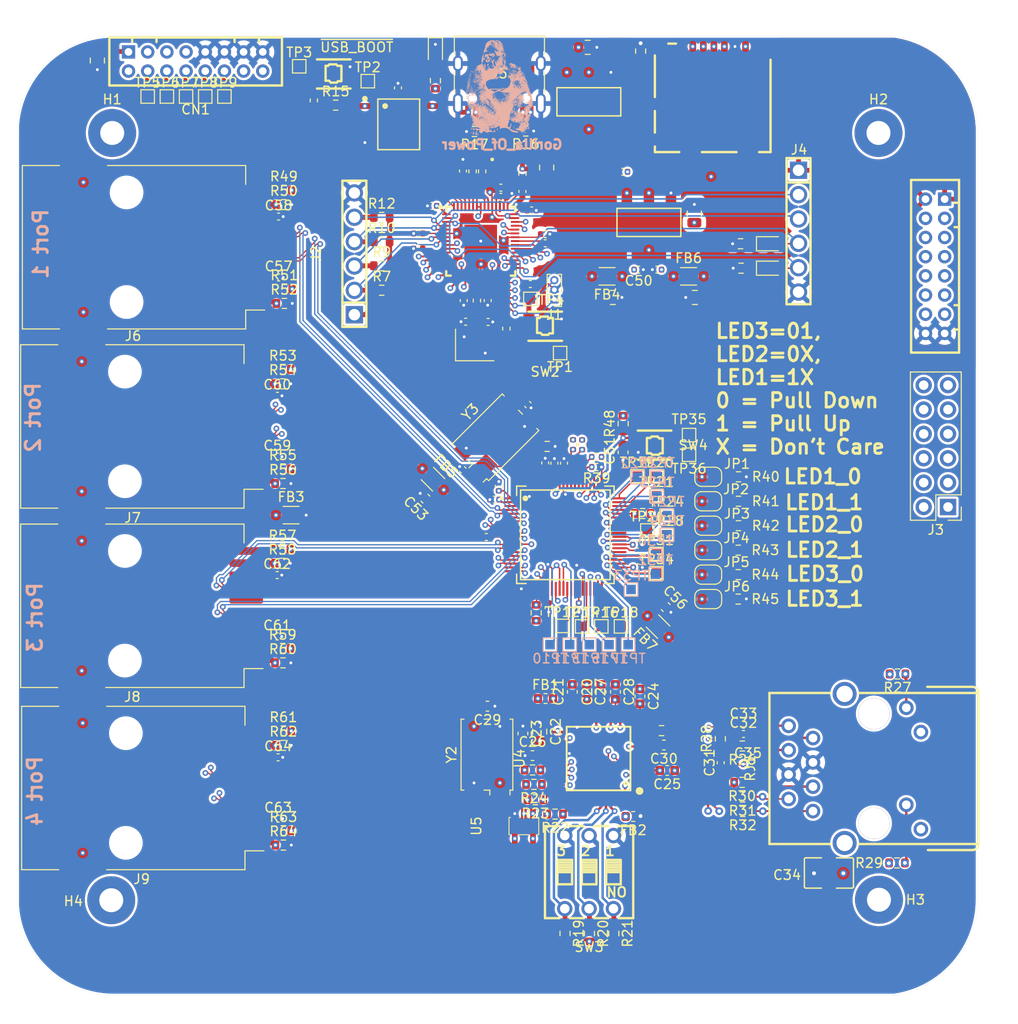
<source format=kicad_pcb>
(kicad_pcb (version 20241229) (generator "pcbnew") (generator_version "9.0")
  (layers (0 "F.Cu" signal "F.Cu_SIG") (4 "In1.Cu" signal "In1.Cu_GND") (6 "In2.Cu" signal "In2.Cu_PWR") (8 "In3.Cu" signal "In3.Cu_SIG") (10 "In4.Cu" signal "In4.Cu_GND") (2 "B.Cu" signal "B.Cu_SIG") (13 "F.Paste" user) (15 "B.Paste" user) (5 "F.SilkS" user "F.Silkscreen") (7 "B.SilkS" user "B.Silkscreen") (1 "F.Mask" user) (3 "B.Mask" user) (25 "Edge.Cuts" user))
  (property "CONFIGURATIONPARAMETERS" "")
  (property "CONFIGURATORNAME" "")
  (property "DESIGNDESCRIPTION" "=DesignDescription")
  (property "DESIGNER" "=ProjectEngineer")
  (property "DOCUMENTFULLPATHANDNAME" "//depot_np_hweng_boards/ung_hweng/UNG_8123_EVB-3_Shasta_KSZ9563 (Boulder_Creek)/A/A0/")
  (property "DOCUMENTNUMBER" "5")
  (property "DRAWNBY" "=ProjectDrawnBy")
  (property "ISUSERCONFIGURABLE" "")
  (property "PAGESETUP" "Record=PageOptions¦CenterHorizontal=True¦CenterVertical=True¦PrintScale=1.02¦XCorrection=1.00¦YCorrection=1.00¦PrintKind=0¦BorderSize=5000000¦LeftOffset=0¦BottomOffset=0¦Orientation=2¦PaperLength=1000¦PaperWidth=1000¦Scale=100¦PaperSource=7¦PrintQuality=600¦MediaType=1¦DitherType=10¦PrintScaleMode=1¦PaperKind=11x17¦PaperIndex=17")
  (property "PAGETITLE" "Board Power I/O and Regulators")
  (property "PARTNUMBER" "=PartNumber")
  (property "PROJECTNAME" "=ProjectName")
  (property "PROJNAME" "=ProjName")
  (property "SHEETTOTAL" "=SheetTotal")
  (property "VERSIONCONTROL_REVNUMBER" "")
  (net 0 "")
  (net 1 "Net-(U1-XIN)")
  (net 2 "Net-(U1-VREG_AVDD)")
  (net 3 "Net-(U4-TOCAP)")
  (net 4 "GNDA")
  (net 5 "Net-(U4-1V2O)")
  (net 6 "Net-(C5-Pad2)")
  (net 7 "TCT")
  (net 8 "GND")
  (net 9 "Net-(U4-XO)")
  (net 10 "Net-(U4-XI{slash}CLKIN)")
  (net 11 "RCT")
  (net 12 "T1CT")
  (net 13 "D+")
  (net 14 "+1V1")
  (net 15 "R1CT")
  (net 16 "D-")
  (net 17 "SPI1_RX")
  (net 18 "UART1_RTS")
  (net 19 "3V3A")
  (net 20 "SPI1_TX")
  (net 21 "UART1_CTS")
  (net 22 "UART1_TX")
  (net 23 "UART1_RX")
  (net 24 "SPI1_CS1")
  (net 25 "SPI1_SCK")
  (net 26 "RX")
  (net 27 "CGND")
  (net 28 "TX")
  (net 29 "T2CT")
  (net 30 "Net-(C32-Pad2)")
  (net 31 "VDDIO")
  (net 32 "VDDAT")
  (net 33 "R2CT")
  (net 34 "T3CT")
  (net 35 "Net-(C33-Pad2)")
  (net 36 "Net-(U6-XO)")
  (net 37 "R3CT")
  (net 38 "T4CT")
  (net 39 "Net-(JP2-B)")
  (net 40 "Net-(JP3-B)")
  (net 41 "LED1_0")
  (net 42 "LED1_1")
  (net 43 "LED2_0")
  (net 44 "LED2_1")
  (net 45 "LED3_0")
  (net 46 "R4CT")
  (net 47 "TX -")
  (net 48 "TX +")
  (net 49 "SPI0_CSO")
  (net 50 "Net-(RJ1-RLED+)")
  (net 51 "Net-(RJ1-LLED+)")
  (net 52 "SPI0_ETHER")
  (net 53 "/Raspberry_pi/~{USB_BOOT}")
  (net 54 "GPIO14")
  (net 55 "Net-(CN1-Pad4)")
  (net 56 "YELLOW_LED")
  (net 57 "GREEN_LED")
  (net 58 "LED3_1")
  (net 59 "LED4_1")
  (net 60 "LED4_0")
  (net 62 "Net-(CN1-Pad12)")
  (net 65 "SPI0_MOSI")
  (net 66 "SPI0_SCK")
  (net 68 "SPI0_MISO")
  (net 74 "Net-(CN1-Pad8)")
  (net 75 "Net-(JP4-B)")
  (net 76 "SPI0_CS1")
  (net 77 "RX +")
  (net 78 "RX -")
  (net 79 "Net-(U1-VREG_LX)")
  (net 80 "Net-(U1-XOUT)")
  (net 81 "Net-(U1-USB_DP)")
  (net 82 "Net-(U1-USB_DM)")
  (net 83 "Net-(U4-EXRES1)")
  (net 84 "GPIO15")
  (net 85 "Net-(CN1-Pad6)")
  (net 86 "Net-(CN1-Pad10)")
  (net 95 "/Raspberry_pi/QSPI_DATA_3")
  (net 96 "/Raspberry_pi/QSPI_SCK")
  (net 97 "/Raspberry_pi/QSPI_DATA_1")
  (net 98 "/Raspberry_pi/QSPI_DATA_0")
  (net 99 "/Raspberry_pi/QSPI_DATA_2")
  (net 101 "SWCLK")
  (net 104 "Net-(D2-K)")
  (net 111 "Net-(U6-XI)")
  (net 112 "+3V3")
  (net 113 "1.2A")
  (net 114 "1.2D")
  (net 115 "INTR_N")
  (net 116 "PME_N")
  (net 117 "RST_N")
  (net 118 "Chassis_GND")
  (net 119 "Net-(C49-Pad2)")
  (net 120 "SWD")
  (net 121 "Net-(D3-K)")
  (net 122 "I2C0_SCL")
  (net 123 "Net-(JP5-B)")
  (net 124 "Net-(JP6-B)")
  (net 125 "I2C0_SDA")
  (net 126 "Net-(U6-ISET)")
  (net 127 "RX1-")
  (net 128 "Net-(U6-TXEN5{slash}TXDS5_CTL)")
  (net 129 "I2C1_SDA")
  (net 130 "I2C1_SCL")
  (net 131 "GPIO22")
  (net 132 "GPIO27_ADC1")
  (net 133 "GPIO23")
  (net 134 "GPIO24")
  (net 135 "GPIO29_ADC3")
  (net 136 "Net-(U6-TXD5_0)")
  (net 137 "GPIO28_ADC2")
  (net 138 "Net-(U6-TXD5_1)")
  (net 139 "GPIO26_ADC0")
  (net 140 "Net-(J3-Pin_11)")
  (net 141 "GPIO25")
  (net 143 "Net-(J5-CC1)")
  (net 145 "Net-(J5-CC2)")
  (net 146 "Net-(J6-Pad2)")
  (net 147 "Net-(J6-Pad10)")
  (net 148 "Net-(J7-Pad10)")
  (net 149 "Net-(J7-Pad2)")
  (net 150 "Net-(J8-Pad2)")
  (net 151 "Net-(J8-Pad10)")
  (net 152 "Net-(U6-TXD5_2)")
  (net 153 "Net-(J9-Pad10)")
  (net 154 "Net-(J9-Pad2)")
  (net 155 "Net-(JP1-B)")
  (net 156 "/Raspberry_pi/ QSPI_SS")
  (net 157 "Net-(U1-RUN)")
  (net 158 "VBUS")
  (net 159 "Net-(R3-Pad2)")
  (net 160 "PMODE2")
  (net 161 "PMODE1")
  (net 162 "PMODE0")
  (net 163 "Net-(D1-A)")
  (net 164 "RX1+")
  (net 165 "RX2-")
  (net 166 "RX2+")
  (net 167 "RX3+")
  (net 168 "RX4-")
  (net 169 "RX4+")
  (net 170 "TX1+")
  (net 171 "TX1-")
  (net 172 "TX2+")
  (net 173 "TX2-")
  (net 174 "TX3+")
  (net 175 "TX3-")
  (net 176 "TX4+")
  (net 177 "TX4-")
  (net 178 "RX3-")
  (net 179 "RSTn")
  (net 180 "INTn")
  (net 181 "Net-(SW1-Pad2')")
  (net 182 "Net-(SW1-Pad1)")
  (net 183 "Net-(SW2-Pad1)")
  (net 184 "Net-(SW2-Pad2')")
  (net 185 "Net-(SW4-Pad2')")
  (net 186 "Net-(SW4-Pad1')")
  (net 187 "Net-(U6-TXD5_3)")
  (net 188 "Net-(U6-TXER5)")
  (net 189 "Net-(U6-TXD5_4)")
  (net 190 "Net-(U6-TXD5_5)")
  (net 191 "Net-(U6-TXD5_6)")
  (net 192 "Net-(U6-RXD5_7)")
  (net 193 "Net-(U6-RXD5_6)")
  (net 194 "Net-(U6-RXD5_5)")
  (net 195 "Net-(U6-RXD5_4)")
  (net 196 "Net-(U6-REFCLKO)")
  (net 197 "Net-(U6-COL5)")
  (net 198 "Net-(U6-CRS5)")
  (net 199 "Net-(U6-RXER5)")
  (net 200 "Net-(U6-RXDV5{slash}CRSDV5{slash}RXD5_CTL)")
  (net 201 "Net-(U6-RXD5_3)")
  (net 202 "Net-(U6-RXD5_2)")
  (net 203 "Net-(U6-RXD5_1)")
  (net 204 "Net-(U6-RXD5_0)")
  (net 205 "Net-(U6-RXC5{slash}GRXC5)")
  (net 206 "Net-(U6-TXC5{slash}REFCLKI5{slash}GTXC5)")
  (net 207 "Net-(U6-TXD5_7)")
  (footprint "Resistor_SMD:R_0603_1608Metric" (layer "F.Cu") (at 151.008758 102.330127 90)
    (property "Reference" "R33" (hide yes))
    (property "Value" "4.7k")
  )
  (footprint "TestPoint:TestPoint_Pad_1.0x1.0mm" (layer "F.Cu") (at 163.55 96.2)
    (property "Reference" "TP31")
    (property "Value" "TestPoint" (hide yes))
  )
  (footprint "Capacitor_SMD:C_0402_1005Metric" (layer "F.Cu") (at 143.375192 56.273569 90)
    (property "Reference" "C9" (hide yes))
    (property "Value" "100nF")
  )
  (footprint "Capacitor_SMD:C_0402_1005Metric" (layer "F.Cu") (at 172.62 114.97)
    (property "Reference" "C32")
    (property "Value" "6.8nF")
  )
  (footprint "Resistor_SMD:R_0603_1608Metric" (layer "F.Cu") (at 152.158757 84.980127)
    (property "Reference" "R35" (hide yes))
    (property "Value" "12.4k")
  )
  (footprint "TestPoint:TestPoint_Pad_1.0x1.0mm" (layer "F.Cu") (at 155.8 103.75)
    (property "Reference" "TP14")
    (property "Value" "TestPoint" (hide yes))
  )
  (footprint "Capacitor_SMD:C_0402_1005Metric" (layer "F.Cu") (at 143.650192 71.978569)
    (property "Reference" "C4" (hide yes))
    (property "Value" "15pF")
  )
  (footprint "Capacitor_SMD:C_0402_1005Metric" (layer "F.Cu") (at 124.1 123.8)
    (property "Reference" "C63")
    (property "Value" "0.1uF")
  )
  (footprint "Resistor_SMD:R_0603_1608Metric" (layer "F.Cu") (at 149.92 52.1 180)
    (property "Reference" "R16")
    (property "Value" "5.1k")
  )
  (footprint "Capacitor_SMD:C_0402_1005Metric" (layer "F.Cu") (at 138.710192 62.778569 180)
    (property "Reference" "C3" (hide yes))
    (property "Value" "100nF")
  )
  (footprint "LED_SMD:LED_0603_1608Metric" (layer "F.Cu") (at 175.462499 66.4)
    (property "Reference" "D3" (hide yes))
    (property "Value" "LED")
  )
  (footprint "TestPoint:TestPoint_Pad_1.0x1.0mm" (layer "F.Cu") (at 157.8 103.75)
    (property "Reference" "TP16")
    (property "Value" "TestPoint" (hide yes))
  )
  (footprint "Capacitor_SMD:C_0402_1005Metric" (layer "F.Cu") (at 124.020002 79.705)
    (property "Reference" "C60")
    (property "Value" "0.1uF")
  )
  (footprint "Resistor_SMD:R_0603_1608Metric" (layer "F.Cu") (at 162.108757 91.980127 180)
    (property "Reference" "R34" (hide yes))
    (property "Value" "4.7k")
  )
  (footprint "Capacitor_SMD:C_0402_1005Metric" (layer "F.Cu") (at 152.308757 101.780127 90)
    (property "Reference" "C36" (hide yes))
    (property "Value" "100nF")
  )
  (footprint "Capacitor_SMD:C_0402_1005Metric" (layer "F.Cu") (at 170.250001 117.96 90)
    (property "Reference" "C31")
    (property "Value" "10nF")
  )
  (footprint "easyeda2kicad:SOT-223-3_L6.5-W3.4-P2.30-LS7.0-BR" (layer "F.Cu") (at 162.760192 61.528569 90)
    (property "Reference" "U7" (hide yes))
    (property "Value" "AZ1117CH-1.2TRG1")
  )
  (footprint "Crystal:Crystal_SMD_7050-4Pin_7.0x5.0mm" (layer "F.Cu") (at 146.758759 84.030128 45)
    (property "Reference" "Y3")
    (property "Value" "ABMM-25.000MHZ-B2-T" (hide yes))
  )
  (footprint "Capacitor_SMD:C_0402_1005Metric" (layer "F.Cu") (at 145.950192 69.778569 -90)
    (property "Reference" "C6" (hide yes))
    (property "Value" "4.7uF")
  )
  (footprint "TestPoint:TestPoint_Pad_1.0x1.0mm" (layer "F.Cu") (at 114.5 48.5)
    (property "Reference" "TP7")
    (property "Value" "TestPoint")
  )
  (footprint "Capacitor_SMD:C_0603_1608Metric" (layer "F.Cu") (at 149.625 114.919999 -90)
    (property "Reference" "C23")
    (property "Value" "0.1uF")
  )
  (footprint "Capacitor_SMD:C_0402_1005Metric" (layer "F.Cu") (at 124.149999 67.370001)
    (property "Reference" "C57")
    (property "Value" "0.1uF")
  )
  (footprint "Resistor_SMD:R_0402_1005Metric" (layer "F.Cu") (at 157.308758 86.080126)
    (property "Reference" "R38" (hide yes))
    (property "Value" "10k")
  )
  (footprint "Resistor_SMD:R_0603_1608Metric" (layer "F.Cu") (at 172.1 88.15)
    (property "Reference" "R40")
    (property "Value" "750")
  )
  (footprint "Resistor_SMD:R_0603_1608Metric" (layer "F.Cu") (at 134.900001 66.15)
    (property "Reference" "R9")
    (property "Value" "10k")
  )
  (footprint "LED_SMD:LED_0603_1608Metric" (layer "F.Cu") (at 140.5 43.85 -90)
    (property "Reference" "D1" (hide yes))
    (property "Value" "LED")
  )
  (footprint "Capacitor_SMD:C_0603_1608Metric" (layer "F.Cu") (at 159.275001 110.57 -90)
    (property "Reference" "C28")
    (property "Value" "0.1uF")
  )
  (footprint "Resistor_SMD:R_0603_1608Metric" (layer "F.Cu") (at 172.312498 63.85 180)
    (property "Reference" "R11" (hide yes))
    (property "Value" "1k")
  )
  (footprint "Capacitor_SMD:C_0603_1608Metric" (layer "F.Cu") (at 156.274999 110.570001 -90)
    (property "Reference" "C27")
    (property "Value" "0.1uF")
  )
  (footprint "Capacitor_SMD:C_0402_1005Metric" (layer "F.Cu") (at 138.7 64.353569 180)
    (property "Reference" "C12" (hide yes))
    (property "Value" "100nF")
  )
  (footprint "Resistor_SMD:R_0603_1608Metric" (layer "F.Cu") (at 130.1 49.4)
    (property "Reference" "R15")
    (property "Value" "0")
  )
  (footprint "Resistor_SMD:R_0603_1608Metric" (layer "F.Cu") (at 140.5 46.85 -90)
    (property "Reference" "R8" (hide yes))
    (property "Value" "10k")
  )
  (footprint "easyeda2kicad:KEY-TH_4P-L3.5-W4.9-P2.80-LS4.3" (layer "F.Cu") (at 151.95 72.45 180)
    (property "Reference" "SW2")
    (property "Value" "EVPAA602W")
  )
  (footprint "Resistor_SMD:R_0402_1005Metric" (layer "F.Cu") (at 154.849999 84.800001 90)
    (property "Reference" "R36" (hide yes))
    (property "Value" "10k")
  )
  (footprint "Resistor_SMD:R_0603_1608Metric" (layer "F.Cu") (at 124.595002 76.954213)
    (property "Reference" "R53")
    (property "Value" "1k")
  )
  (footprint "Resistor_SMD:R_0603_1608Metric" (layer "F.Cu") (at 172.374999 66.4 180)
    (property "Reference" "R13" (hide yes))
    (property "Value" "1k")
  )
  (footprint "Capacitor_SMD:C_0402_1005Metric" (layer "F.Cu") (at 160.05 56.35)
    (property "Reference" "C48" (hide yes))
    (property "Value" "100nF")
  )
  (footprint "Resistor_SMD:R_0603_1608Metric" (layer "F.Cu") (at 152.975002 123.320001 180)
    (property "Reference" "R22")
    (property "Value" "4.7k")
  )
  (footprint "TestPoint:TestPoint_Pad_1.0x1.0mm" (layer "F.Cu") (at 166.95 85.85 180)
    (property "Reference" "TP36")
    (property "Value" "TestPoint" (hide yes))
  )
  (footprint "TestPoint:TestPoint_Pad_1.0x1.0mm" (layer "F.Cu") (at 163.55 88.1)
    (property "Reference" "TP20")
    (property "Value" "TestPoint" (hide yes))
  )
  (footprint "Connector_PinHeader_1.00mm:PinHeader_1x03_P1.00mm_Vertical" (layer "F.Cu") (at 152.9 69.65 180)
    (property "Reference" "J1")
    (property "Value" "Conn_01x03_Pin")
  )
  (footprint "Resistor_SMD:R_0603_1608Metric" (layer "F.Cu") (at 124.749999 70.070002)
    (property "Reference" "R52")
    (property "Value" "1k")
  )
  (footprint "Resistor_SMD:R_0603_1608Metric" (layer "F.Cu") (at 164.075 114.62 180)
    (property "Reference" "R18" (hide yes))
    (property "Value" "12.4k")
  )
  (footprint "SCALES:LQFP-48_L7.0-W7.0-P0.50-LS9.0-BL" (layer "F.Cu") (at 157.525 117.52 90)
    (property "Reference" "U4")
    (property "Value" "W5500")
  )
  (footprint "Capacitor_SMD:C_0402_1005Metric" (layer "F.Cu") (at 124.020002 86.054999)
    (property "Reference" "C59")
    (property "Value" "0.1uF")
  )
  (footprint "Resistor_SMD:R_0603_1608Metric" (layer "F.Cu") (at 124.7 59.77)
    (property "Reference" "R50")
    (property "Value" "1k")
  )
  (footprint "Resistor_SMD:R_0603_1608Metric" (layer "F.Cu") (at 124.575 106.049999)
    (property "Reference" "R59")
    (property "Value" "1k")
  )
  (footprint "Resistor_SMD:R_0603_1608Metric" (layer "F.Cu") (at 154.01477 135.769314 -90)
    (property "Reference" "R19")
    (property "Value" "10k")
  )
  (footprint "Resistor_SMD:R_0402_1005Metric" (layer "F.Cu") (at 145.375192 56.303569 -90)
    (property "Reference" "R6" (hide yes))
    (property "Value" "27")
  )
  (footprint "TestPoint:TestPoint_Pad_1.0x1.0mm" (layer "F.Cu") (at 153.5 75.25 180)
    (property "Reference" "TP1")
    (property "Value" "TestPoint")
  )
  (footprint "Jumper:SolderJumper-2_P1.3mm_Open_RoundedPad1.0x1.5mm" (layer "F.Cu") (at 168.95 88.15)
    (property "Reference" "JP1")
    (property "Value" "SolderJumper_2_Open")
  )
  (footprint "Connector_RJ:RJ45_Pulse_JXD6-0001NL_Horizontal" (layer "F.Cu") (at 109 120.6 180)
    (property "Reference" "J9")
    (property "Value" "RJ45_Pulse_JXD6-0001NL")
  )
  (footprint "Resistor_SMD:R_0603_1608Metric" (layer "F.Cu") (at 124.699998 58.270001)
    (property "Reference" "R49")
    (property "Value" "1k")
  )
  (footprint "Resistor_SMD:R_0603_1608Metric" (layer "F.Cu") (at 170.21 115.465 90)
    (property "Reference" "R28")
    (property "Value" "49.9")
  )
  (footprint "Capacitor_SMD:C_0603_1608Metric" (layer "F.Cu") (at 145.925002 112.070003 180)
    (property "Reference" "C29")
    (property "Value" "18pF")
  )
  (footprint "SCALES:HDR-TH_6P-P2.54-V-M-1" (layer "F.Cu") (at 132.05 64.9 90)
    (property "Reference" "J2")
    (property "Value" "Conn_01x06")
  )
  (footprint "TestPoint:TestPoint_Pad_1.0x1.0mm" (layer "F.Cu") (at 159.85 103.75)
    (property "Reference" "TP18")
    (property "Value" "TestPoint" (hide yes))
  )
  (footprint "Capacitor_SMD:C_0402_1005Metric" (layer "F.Cu") (at 152.908759 86.730125 -90)
    (property "Reference" "C42" (hide yes))
    (property "Value" "100nF")
  )
  (footprint "Resistor_SMD:R_0603_1608Metric" (layer "F.Cu") (at 172.075 98.35)
    (property "Reference" "R44")
    (property "Value" "750")
  )
  (footprint "SCALES:C1210" (layer "F.Cu") (at 181.529999 129.46 180)
    (property "Reference" "C34")
    (property "Value" "1nF/2kV")
  )
  (footprint "Resistor_SMD:R_0603_1608Metric" (layer "F.Cu") (at 172.1 90.7)
    (property "Reference" "R41")
    (property "Value" "750")
  )
  (footprint "Inductor_SMD:L_1206_3216Metric" (layer "F.Cu") (at 163.713693 103.763693 135)
    (property "Reference" "FB7")
    (property "Value" "FerriteBead")
  )
  (footprint "TestPoint:TestPoint_Pad_1.0x1.0mm" (layer "F.Cu") (at 112.5 48.5)
    (property "Reference" "TP6")
    (property "Value" "TestPoint")
  )
  (footprint "SCALES:C_0402_1005Metric_small_pads" (layer "F.Cu") (at 147.325192 58.003569)
    (property "Reference" "C2" (hide yes))
    (property "Value" "4.7uF")
  )
  (footprint "Jumper:SolderJumper-2_P1.3mm_Open_RoundedPad1.0x1.5mm" (layer "F.Cu") (at 168.95 100.9)
    (property "Reference" "JP6")
    (property "Value" "SolderJumper_2_Open")
  )
  (footprint "Capacitor_SMD:C_0402_1005Metric" (layer "F.Cu") (at 124.1 117.4)
    (property "Reference" "C64")
    (property "Value" "0.1uF")
  )
  (footprint "Capacitor_SMD:C_0402_1005Metric" (layer "F.Cu") (at 145.808757 94.430127)
    (property "Reference" "C39" (hide yes))
    (property "Value" "100nF")
  )
  (footprint "TestPoint:TestPoint_Pad_1.0x1.0mm" (layer "F.Cu") (at 161.55 88.1)
    (property "Reference" "TP19")
    (property "Value" "TestPoint" (hide yes))
  )
  (footprint "MountingHole:MountingHole_2.5mm_Pad" (layer "F.Cu") (at 106.7 132.3)
    (property "Reference" "H4")
    (property "Value" "MountingHole")
  )
  (footprint "Capacitor_SMD:C_0603_1608Metric" (layer "F.Cu") (at 164.675 118.77 180)
    (property "Reference" "C25")
    (property "Value" "0.1uF")
  )
  (footprint "easyeda2kicad:LQFP-80_L10.0-W10.0-P0.40-LS12.2-BL" (layer "F.Cu") (at 154.05 94.2 -90)
    (property "Reference" "U6" (hide yes))
    (property "Value" "KSZ8795CLXIC")
  )
  (footprint "Capacitor_SMD:C_0402_1005Metric" (layer "F.Cu") (at 146.000192 72.003569 180)
    (property "Reference" "C5" (hide yes))
    (property "Value" "15pF")
  )
  (footprint "easyeda2kicad:SOIC-8_L5.3-W5.3-P1.27-LS8.0-BL" (layer "F.Cu") (at 136.675192 51.403569 -90)
    (property "Reference" "U3" (hide yes))
    (property "Value" "W25Q128JVSIQTR")
  )
  (footprint "Jumper:SolderJumper-2_P1.3mm_Open_RoundedPad1.0x1.5mm" (layer "F.Cu") (at 168.95 98.35)
    (property "Reference" "JP5")
    (property "Value" "SolderJumper_2_Open")
  )
  (footprint "Capacitor_SMD:C_0402_1005Metric" (layer "F.Cu") (at 149.575192 58.403569 -90)
    (property "Reference" "C7" (hide yes))
    (property "Value" "4.7uF")
  )
  (footprint "Capacitor_SMD:C_0402_1005Metric" (layer "F.Cu") (at 161.6 97.599999 180)
    (property "Reference" "C43" (hide yes))
    (property "Value" "100nF")
  )
  (footprint "Resistor_SMD:R_0603_1608Metric" (layer "F.Cu") (at 124.65 125.05)
    (property "Reference" "R63")
    (property "Value" "1k")
  )
  (footprint "Resistor_SMD:R_0603_1608Metric" (layer "F.Cu") (at 134.900001 61.100002)
    (property "Reference" "R12")
    (property "Value" "10k")
  )
  (footprint "Resistor_SMD:R_0603_1608Metric" (layer "F.Cu") (at 172.53 121.539999 180)
    (property "Reference" "R31")
    (property "Value" "49.9")
  )
  (footprint "Connector_RJ:RJ45_Pulse_JXD6-0001NL_Horizontal" (layer "F.Cu") (at 108.9 101.6 180)
    (property "Reference" "J8")
    (property "Value" "RJ45_Pulse_JXD6-0001NL")
  )
  (footprint "TestPoint:TestPoint_Pad_1.0x1.0mm" (layer "F.Cu") (at 126.3 45.35)
    (property "Reference" "TP3")
    (property "Value" "TestPoint")
  )
  (footprint "SCALES:SOT-23-5_L3.0-W1.7-P0.95-LS2.8-BR" (layer "F.Cu") (at 149.725001 124.570001 90)
    (property "Reference" "U5")
    (property "Value" "SN74AHC1G125DBVR")
  )
  (footprint "Jumper:SolderJumper-2_P1.3mm_Open_RoundedPad1.0x1.5mm" (layer "F.Cu") (at 168.95 93.25)
    (property "Reference" "JP3")
    (property "Value" "SolderJumper_2_Open")
  )
  (footprint "TestPoint:TestPoint_Pad_1.0x1.0mm" (layer "F.Cu") (at 110.5 48.5)
    (property "Reference" "TP5")
    (property "Value" "TestPoint")
  )
  (footprint "Resistor_SMD:R_0402_1005Metric" (layer "F.Cu") (at 144.825192 69.778569 90)
    (property "Reference" "R4" (hide yes))
    (property "Value" "1k")
  )
  (footprint "Crystal:Crystal_SMD_3225-4Pin_3.2x2.5mm" (layer "F.Cu") (at 144.600192 74.403569)
    (property "Reference" "Y1" (hide yes))
    (property "Value" "ABM8-272-T3")
  )
  (footprint "Resistor_SMD:R_0603_1608Metric" (layer "F.Cu") (at 124.6 107.549998)
    (property "Reference" "R60")
    (property "Value" "1k")
  )
  (footprint "Resistor_SMD:R_0603_1608Metric" (layer "F.Cu") (at 160.075198 82.604802 -90)
    (property "Reference" "R48")
    (property "Value" "10k")
  )
  (footprint "MountingHole:MountingHole_2.5mm_Pad" (layer "F.Cu") (at 106.8 52.3)
    (property "Reference" "H1")
    (property "Value" "MountingHole")
  )
  (footprint "TestPoint:TestPoint_Pad_1.0x1.0mm" (layer "F.Cu") (at 133.45 46.9)
    (property "Reference" "TP2")
    (property "Value" "TestPoint")
  )
  (footprint "Connector_RJ:RJ45_Pulse_JXD6-0001NL_Horizontal" (layer "F.Cu") (at 109.075 64.215 180)
    (property "Reference" "J6")
    (property "Value" "RJ45_Pulse_JXD6-0001NL")
  )
  (footprint "Capacitor_SMD:C_0402_1005Metric" (layer "F.Cu") (at 140.15 59.9 180)
    (property "Reference" "C10" (hide yes))
    (property "Value" "100nF")
  )
  (footprint "Capacitor_SMD:C_0402_1005Metric" (layer "F.Cu") (at 136.6 47.6 90)
    (property "Reference" "C19" (hide yes))
    (property "Value" "100nF")
  )
  (footprint "Resistor_SMD:R_0603_1608Metric" (layer "F.Cu") (at 124.550001 95.699999)
    (property "Reference" "R57")
    (property "Value" "1k")
  )
  (footprint "Resistor_SMD:R_0603_1608Metric" (layer "F.Cu") (at 134.900001 63.65)
    (property "Reference" "R10")
    (property "Value" "10k")
  )
  (footprint "TestPoint:TestPoint_Pad_1.0x1.0mm" (layer "F.Cu") (at 162.6 93.75)
    (property "Reference" "TP26")
    (property "Value" "TestPoint" (hide yes))
  )
  (footprint "Resistor_SMD:R_0603_1608Metric" (layer "F.Cu") (at 144.57 52.15)
    (property "Reference" "R17")
    (property "Value" "5.1k")
  )
  (footprint "Capacitor_SMD:C_0805_2012Metric" (layer "F.Cu") (at 156.377308 43.371431 180)
    (property "Reference" "C16" (hide yes))
    (property "Value" "10uF")
  )
  (footprint "Capacitor_SMD:C_0402_1005Metric" (layer "F.Cu") (at 150.4 68.05)
    (property "Reference" "C13" (hide yes))
    (property "Value" "100nF")
  )
  (footprint "Capacitor_SMD:C_0805_2012Metric" (layer "F.Cu") (at 167.55 69.45)
    (property "Reference" "C55" (hide yes))
    (property "Value" "100uF")
  )
  (footprint "Connector_PinHeader_2.54mm:PinHeader_2x06_P2.54mm_Vertical" (layer "F.Cu") (at 193.95 91.3 180)
    (property "Reference" "J3")
    (property "Value" "Conn_02x06_Odd_Even")
  )
  (footprint "easyeda2kicad:RJ45-TH_RB1-125BAG1A" (layer "F.Cu") (at 184.23 118.56 90)
    (property "Reference" "RJ1")
    (property "Value" "RB1-125BAG1A")
  )
  (footprint "Capacitor_SMD:C_0402_1005Metric" (layer "F.Cu") (at 151.95 63.8)
    (property "Reference" "C11" (hide yes))
    (property "Value" "100nF")
  )
  (footprint "Resistor_SMD:R_0603_1608Metric" (layer "F.Cu") (at 134.900001 68.700001)
    (property "Reference" "R7")
    (property "Value" "10k")
  )
  (footprint "Capacitor_SMD:C_0402_1005Metric" (layer "F.Cu") (at 161.558758 95.230125 180)
    (property "Reference" "C47" (hide yes))
    (property "Value" "100nF")
  )
  (footprint "Capacitor_SMD:C_0402_1005Metric" (layer "F.Cu") (at 155.450001 101.800001 90)
    (property "Reference" "C37" (hide yes))
    (property "Value" "100nF")
  )
  (footprint "Capacitor_SMD:C_0402_1005Metric" (layer "F.Cu") (at 172.62 113.99)
    (property "Reference" "C33")
    (property "Value" "6.8nF")
  )
  (footprint "easyeda2kicad:IND-SMD_L2.0-W1.6_AOTA-B201610S3R3-101-T" (layer "F.Cu") (at 147.275192 56.31178)
    (property "Reference" "L1" (hide yes))
    (property "Value" "3.3uH")
  )
  (footprint "Capacitor_SMD:C_0603_1608Metric" (layer "F.Cu") (at 154.775001 110.570001 90)
    (property "Reference" "C21")
    (property "Value" "0.1uF")
  )
  (footprint "Capacitor_SMD:C_0603_1608Metric" (layer "F.Cu") (at 164.509188 101.730761 -45)
    (property "Reference" "C56")
    (property "Value" "22uF")
  )
  (footprint "Resistor_SMD:R_0603_1608Metric" (layer "F.Cu") (at 188.679999 108.709999 180)
    (property "Reference" "R27")
    (property "Value" "330")
  )
  (footprint "Resistor_SMD:R_0402_1005Metric" (layer "F.Cu") (at 149.575192 56.553569 90)
    (property "Reference" "R2" (hide yes))
    (property "Value" "33")
  )
  (footprint "Resistor_SMD:R_0603_1608Metric" (layer "F.Cu") (at 124.749999 68.57)
    (property "Reference" "R51")
    (property "Value" "1k")
  )
  (footprint "Capacitor_SMD:C_0805_2012Metric" (layer "F.Cu") (at 167.5 60.7 -90)
    (property "Reference" "C49" (hide yes))
    (property "Value" "100uF")
  )
  (footprint "Capacitor_SMD:C_0805_2012Metric" (layer "F.Cu") (at 152.1 55.9 -90)
    (property "Reference" "C17" (hide yes))
    (property "Value" "22uF")
  )
  (footprint "Resistor_SMD:R_0603_1608Metric" (layer "F.Cu") (at 124.595 87.324213)
    (property "Reference" "R55")
    (property "Value" "1k")
  )
  (footprint "Resistor_SMD:R_0603_1608Metric" (layer "F.Cu") (at 124.610789 88.855)
    (property "Reference" "R56")
    (property "Value" "1k")
  )
  (footprint "Resistor_SMD:R_0603_1608Metric" (layer "F.Cu") (at 150.924999 121.820001 180)
    (property "Reference" "R23")
    (property "Value" "4.7k")
  )
  (footprint "Capacitor_SMD:C_0402_1005Metric" (layer "F.Cu") (at 143.364644 87.424239 135)
    (property "Reference" "C45" (hide yes))
    (property "Value" "18pF")
  )
  (footprint "Capacitor_SMD:C_0402_1005Metric" (layer "F.Cu") (at 146.658757 90.530127)
    (property "Reference" "C38" (hide yes))
    (property "Value" "100nF")
  )
  (footprint "easyeda2kicad:SIM-SMD_8P-1040310811" (layer "F.Cu") (at 169.375 48.625 180)
    (property "Reference" "SIM1" (hide yes))
    (property "Value" "1040310811")
  )
  (footprint "TestPoint:TestPoint_Pad_1.0x1.0mm" (layer "F.Cu") (at 163.55 98.2)
    (property "Reference" "TP34")
    (property "Value" "TestPoint" (hide yes))
  )
  (footprint "Crystal:Crystal_SMD_7050-4Pin_7.0x5.0mm" (layer "F.Cu") (at 145.875 117.120002 90)
    (property "Reference" "Y2")
    (property "Value" "25MHz")
  )
  (footprint "Resistor_SMD:R_0603_1608Metric" (layer "F.Cu") (at 161.9 43.768569 -90)
    (property "Reference" "R14" (hide yes))
    (property "Value" "10k")
  )
  (footprint "Capacitor_SMD:C_0402_1005Metric" (layer "F.Cu") (at 153.908579 86.730126 -90)
    (property "Reference" "C44" (hide yes))
    (property "Value" "100nF")
  )
  (footprint "SCALES:SW-TH_DSWB03LHGET" (layer "F.Cu") (at 156.525 129.37 180)
    (property "Reference" "SW3")
    (property "Value" "3_Pin_Dip_Switch_DSWB03LHGET_C25503178")
  )
  (footprint "Capacitor_SMD:C_0603_1608Metric" (layer "F.Cu") (at 139.462043 90.428338 135)
    (property "Reference" "C53")
    (property "Value" "22uF")
  )
  (footprint "Capacitor_SMD:C_0805_2012Metric" (layer "F.Cu") (at 105.25 44.749999 -90)
    (property "Reference" "C18" (hide yes))
    (property "Value" "10uF")
  )
  (footprint "TestPoint:TestPoint_Pad_1.0x1.0mm" (layer "F.Cu") (at 163.55 90.15)
    (property "Reference" "TP21")
    (property "Value" "TestPoint" (hide yes))
  )
  (footprint "easyeda2kicad:SOT-223-3_L6.5-W3.4-P2.30-LS7.0-BR" (layer "F.Cu") (at 156.5 48.95 90)
    (property "Reference" "U2" (hide yes))
    (property "Value" "AZ1117CH-3.3TRG1")
  )
  (footprint "Resistor_SMD:R_0603_1608Metric" (layer "F.Cu") (at 172.5 116.22 180)
    (property "Reference" "R26")
    (property "Value" "49.9")
  )
  (footprint "Capacitor_SMD:C_0805_2012Metric" (layer "F.Cu") (at 151.375001 114.720002 -90)
    (property "Reference" "C22")
    (property "Value" "10uF")
  )
  (footprint "Capacitor_SMD:C_0603_1608Metric" (layer "F.Cu") (at 157.774999 110.569999 90)
    (property "Reference" "C20")
    (property "Value" "10uF")
  )
  (footprint "TestPoint:TestPoint_Pad_1.0x1.0mm" (layer "F.Cu") (at 150.4 69.6)
    (property "Reference" "TP4")
    (property "Value" "TestPoint")
  )
  (footprint "Inductor_SMD:L_1206_3216Metric" (layer "F.Cu") (at 158.4 67.25 180)
    (property "Reference" "FB4")
    (property "Value" "FerriteBead")
  )
  (footprint "Capacitor_SMD:C_0402_1005Metric" (layer "F.Cu") (at 173.09 118.12)
    (property "Reference" "C35")
    (property "Value" "10nF")
  )
  (footprint "Resistor_SMD:R_0603_1608Metric" (layer "F.Cu") (at 124.649999 126.55)
    (property "Reference" "R64")
    (property "Value" "1k")
  )
  (footprint "Resistor_SMD:R_0603_1608Metric" (layer "F.Cu") (at 124.550001 97.169999)
    (property "Reference" "R58")
    (property "Value" "1k")
  )
  (footprint "Inductor_SMD:L_1206_3216Metric" (layer "F.Cu") (at 166.9 67.25)
    (property "Reference" "FB6")
    (property "Value" "FerriteBead")
  )
  (footprint "Resistor_SMD:R_0603_1608Metric" (layer "F.Cu") (at 172.1 93.25)
    (property "Reference" "R42")
    (property "Value" "750")
  )
  (footprint "Inductor_SMD:L_0603_1608Metric" (layer "F.Cu") (at 161.125002 123.570003 180)
    (property "Reference" "FB2")
    (property "Value" "HH-1M1608-121JT")
  )
  (footprint "Capacitor_SMD:C_0402_1005Metric" (layer "F.Cu") (at 151.95 86.700001 -90)
    (property "Reference" "C41" (hide yes))
    (property "Value" "100nF")
  )
  (footprint "Capacitor_SMD:C_0805_2012Metric" (layer "F.Cu") (at 159 69.45 180)
    (property "Reference" "C54" (hide yes))
    (property "Value" "100uF")
  )
  (footprint "Capacitor_SMD:C_0402_1005Metric" (layer "F.Cu") (at 124.149999 61.020001)
    (property "Reference" "C58")
    (property "Value" "0.1uF")
  )
  (footprint "Capacitor_SMD:C_0603_1608Metric" (layer "F.Cu") (at 160.075198 85.604802 -90)
    (property "Reference" "C51")
    (property "Value" "10uF")
  )
  (footprint "Jumper:SolderJumper-2_P1.3mm_Open_RoundedPad1.0x1.5mm" (layer "F.Cu") (at 168.95 95.8)
    (property "Reference" "JP4")
    (property "Value" "SolderJumper_2_Open")
  )
  (footprint "LED_SMD:LED_0603_1608Metric" (layer "F.Cu") (at 175.462499 63.85)
    (property "Reference" "D2" (hide yes))
    (property "Value" "LED")
  )
  (footprint "Capacitor_SMD:C_0402_1005Metric" (layer "F.Cu") (at 150.535192 60.378569)
    (property "Reference" "C14" (hide yes))
    (property "Value" "100nF")
  )
  (footprint "Capacitor_SMD:C_0603_1608Metric" (layer "F.Cu") (at 164.325 116.12 180)
    (property "Reference" "C30")
    (property "Value" "10uF")
  )
  (footprint "Resistor_SMD:R_0402_1005Metric" (layer "F.Cu") (at 127.825192 48.903569 90)
    (property "Reference" "R1" (hide yes))
    (property "Value" "1k")
  )
  (footprint "Inductor_SMD:L_1206_3216Metric" (layer "F.Cu") (at 140.25 88.4 -45)
    (property "Reference" "FB5")
    (property "Value" "FerriteBead")
  )
  (footprint "Resistor_SMD:R_0603_1608Metric" (layer "F.Cu") (at 172.48 120.01 180)
    (property "Reference" "R30")
    (property "Value" "10")
  )
  (footprint "easyeda2kicad:CONN-TH_DF11-16DP-2DSA-08" (layer "F.Cu") (at 192.6 66.2 90)
    (property "Reference" "CN2" (hide yes))
    (property "Value" "DF11-16DP-2DSA(08)")
  )
  (footprint "TestPoint:TestPoint_Pad_1.0x1.0mm" (layer "F.Cu") (at 118.5 48.5)
    (property "Reference" "TP9")
    (property "Value" "TestPoint")
  )
  (footprint "Capacitor_SMD:C_0402_1005Metric" (layer "F.Cu") (at 151.95 62.85)
    (property "Reference" "C8" (hide yes))
    (property "Value" "100nF")
  )
  (footprint "TestPoint:TestPoint_Pad_1.0x1.0mm" (layer "F.Cu") (at 164.6 94.2)
    (property "Reference" "TP28")
    (property "Value" "TestPoint" (hide yes))
  )
  (footprint "easyeda2kicad:KEY-TH_4P-L3.5-W4.9-P2.80-LS4.3" (layer "F.Cu") (at 163.35 84.85)
    (property "Reference" "SW4")
    (property "Value" "EVPAA602W" (hide yes))
  )
  (footprint "Jumper:SolderJumper-2_P1.3mm_Open_RoundedPad1.0x1.5mm" (layer "F.Cu") (at 168.95 90.7)
    (property "Reference" "JP2")
    (property "Value" "SolderJumper_2_Open")
  )
  (footprint "Capacitor_SMD:C_0402_1005Metric" (layer "F.Cu") (at 147.108759 89.130127 -90)
    (property "Reference" "C40" (hide yes))
    (property "Value" "100nF")
  )
  (footprint "Resistor_SMD:R_0603_1608Metric" (layer "F.Cu") (at 124.649999 114.65)
    (property "Reference" "R61")
    (property "Value" "1k")
  )
  (footprint "Inductor_SMD:L_0603_1608Metric" (layer "F.Cu") (at 151.975001 111.270001)
    (property "Reference" "FB1")
    (property "Value" "HH-1M1608-121JT")
  )
  (footprint "Resistor_SMD:R_0603_1608Metric" (layer "F.Cu") (at 172.075 95.8)
    (property "Reference" "R43")
    (property "Value" "750")
  )
  (footprint "Resistor_SMD:R_0603_1608Metric" (layer "F.Cu") (at 159.105939 135.769314 -90)
    (property "Reference" "R21")
    (property "Value" "10k")
  )
  (footprint "TestPoint:TestPoint_Pad_1.0x1.0mm" (layer "F.Cu") (at 166.95 83.8)
    (property "Reference" "TP35")
    (property "Value" "TestPoint" (hide yes))
  )
  (footprint "Capacitor_SMD:C_0402_1005Metric" (layer "F.Cu") (at 143.450192 69.778569 -90)
    (property "Reference" "C15" (hide yes))
    (property "Value" "100nF")
  )
  (footprint "Capacitor_SMD:C_0402_1005Metric" (layer "F.Cu") (at 123.999999 98.399999)
    (property "Reference" "C62")
    (property "Value" "0.1uF")
  )
  (footprint "Inductor_SMD:L_1206_3216Metric" (layer "F.Cu") (at 125.45 92.15)
    (property "Reference" "FB3")
    (property "Value" "FerriteBead")
  )
  (footprint "Capacitor_SMD:C_0402_1005Metric" (layer "F.Cu") (at 150.13873 80.621874 -45)
    (property "Reference" "C46" (hide yes))
    (property "Value" "18pF")
  )
  (footprint "SCALES:HDR-TH_6P-P2.54-V-M-1" (layer "F.Cu") (at 178.362499 62.54 -90)
    (property "Reference" "J4")
    (property "Value" "Conn_01x06")
  )
  (footprint "Resistor_SMD:R_0603_1608Metric" (layer "F.Cu") (at 188.63 128.409999)
    (property "Reference" "R29")
    (property "Value" "330")
  )
  (footprint "Capacitor_SMD:C_0603_1608Metric" (layer "F.Cu") (at 161.825 111.045001 -90)
    (property "Reference" "C24")
    (property "Value" "0.1uF")
  )
  (footprint "MountingHole:MountingHole_2.5mm_Pad" (layer "F.Cu") (at 186.7 52.3)
    (property "Reference" "H2")
    (property "Value" "MountingHole")
  )
  (footprint "Resistor_SMD:R_0402_1005Metric" (layer "F.Cu") (at 155.800001 84.810001 90)
    (property "Reference" "R37" (hide yes))
    (property "Value" "4.7k")
  )
  (footprint "Resistor_SMD:R_0603_1608Metric" (layer "F.Cu") (at 150.775001 120.22 180)
    (property "Reference" "R24")
    (property "Value" "4.7k")
  )
  (footprint "Resistor_SMD:R_0603_1608Metric" (layer "F.Cu") (at 156.560353 135.769314 -90)
    (property "Reference" "R20")
    (property "Value" "10k")
  )
  (footprint "Resistor_SMD:R_0603_1608Metric" (layer "F.Cu") (at 172.075 100.9)
    (property "Reference" "R45")
    (property "Value" "750")
  )
  (footprint "Resistor_SMD:R_0603_1608Metric" (layer "F.Cu") (at 124.65 116.15)
    (property "Reference" "R62")
    (property "Value" "1k")
  )
  (footprint "easyeda2kicad:QFN-60_L7.0-W7.0-P0.40-TL-EP3.4" (layer "F.Cu") (at 145.225192 63.573569)
    (property "Reference" "U1" (hide yes))
    (property "Value" "RP2350A_C42411118")
  )
  (footprint "Resistor_SMD:R_0603_1608Metric" (layer "F.Cu") (at 124.595002 78.455)
    (property "Reference" "R54")
    (property "Value" "1k")
  )
  (footprint "TestPoint:TestPoint_Pad_1.0x1.0mm" (layer "F.Cu") (at 164.6 92.2)
    (property "Reference" "TP24")
    (property "Value" "TestPoint" (hide yes))
  )
  (footprint "easyeda2kicad:KEY-TH_4P-L3.5-W4.9-P2.80-LS4.3" (layer "F.Cu") (at 129.9 46.15 180)
    (property "Reference" "SW1" (hide yes))
    (property "Value" "EVPAA602W")
  )
  (footprint "Resistor_SMD:R_0402_1005Metric" (layer "F.Cu") (at 147.9 72.7 -90)
    (property "Reference" "R3" (hide yes))
    (property "Value" "1k")
  )
  (footprint "Resistor_SMD:R_0402_1005Metric" (layer "F.Cu") (at 157.308758 87.130126 180)
    (property "Reference" "R39")
    (property "Value" "350")
  )
  (footprint "TestPoint:TestPoint_Pad_1.0x1.0mm" (layer "F.Cu") (at 116.5 48.5)
    (property "Reference" "TP8")
    (property "Value" "TestPoint")
  )
  (footprint "easyeda2kicad:CONN-TH_DF11-16DP-2DSA-08" (layer "F.Cu") (at 115.5 44.85 180)
    (property "Reference" "CN1")
    (property "Value" "Power Board Connector")
  )
  (footprint "Resistor_SMD:R_0603_1608Metric" (layer "F.Cu") (at 172.54 123.05 180)
    (property "Reference" "R32")
    (property "Value" "49.9")
  )
  (footprint "Capacitor_SMD:C_0402_1005Metric" (layer "F.Cu") (at 163.6 66.55)
    (property "Reference" "C52" (hide yes))
    (property "Value" "100nF")
  )
  (footprint "Capacitor_SMD:C_0603_1608Metric" (layer "F.Cu") (at 150.625 117.220001)
    (property "Reference" "C26")
    (property "Value" "18pF")
  )
  (footprint "Connector_RJ:RJ45_Pulse_JXD6-0001NL_Horizontal" (layer "F.Cu") (at 108.9 82.9 180)
    (property "Reference" "J7")
    (property "Value" "RJ45_Pulse_JXD6-0001NL")
  )
  (footprint "Connector_USB:USB_C_Receptacle_HRO_TYPE-C-31-M-12" (layer "F.Cu") (at 147.17 46.1 180)
    (property "Reference" "J5")
    (property "Value" "USB_C_Receptacle_USB2.0_16P")
  )
  (footprint "Capacitor_SMD:C_0402_1005Metric" (layer "F.Cu") (at 124 104.799999)
    (property "Reference" "C61")
    (property "Value" "0.1uF")
  )
  (footprint "Capacitor_SMD:C_0402_1005Metric" (layer "F.Cu") (at 161.7 66.55 180)
    (property "Reference" "C50")
    (property "Value" "100nF")
  )
  (footprint "MountingHole:MountingHole_2.5mm_Pad" (layer "F.Cu") (at 186.75 132.25)
    (property "Reference" "H3")
    (property "Value" "MountingHole")
  )
  (footprint "Resistor_SMD:R_0603_1608Metric" (layer "F.Cu") (at 150.624999 118.72)
    (property "Reference" "R25" (hide yes))
    (property "Value" "1M")
  )
  (footprint "SCALES:C_0402_1005Metric_small_pads" (layer "F.Cu") (at 147.325192 58.953569)
    (property "Reference" "C1" (hide yes))
    (property "Value" "4.7uF")
  )
  (footprint "Resistor_SMD:R_0402_1005Metric" (layer "F.Cu") (at 144.375192 56.303569 -90)
    (property "Reference" "R5" (hide yes))
    (property "Value" "27")
  )
  (footprint "TestPoint:TestPoint_Pad_1.0x1.0mm" (layer "F.Cu") (at 153.75 103.7)
    (property "Reference" "TP12")
    (property "Value" "TestPoint" (hide yes))
  )
  (footprint "TestPoint:TestPoint_Pad_1.0x1.0mm" (layer "B.Cu") (at 163.65 88.15 180)
    (property "Reference" "TP23")
    (property "Value" "TestPoint" (hide yes))
  )
  (footprint "TestPoint:TestPoint_Pad_1.0x1.0mm" (layer "B.Cu") (at 163.449999 98.3 180)
    (property "Reference" "TP32")
    (property "Value" "TestPoint" (hide yes))
  )
  (footprint "TestPoint:TestPoint_Pad_1.0x1.0mm" (layer "B.Cu") (at 164.65 92.2 180)
    (property "Reference" "TP27")
    (property "Value" "TestPoint" (hide yes))
  )
  (footprint "TestPoint:TestPoint_Pad_1.0x1.0mm" (layer "B.Cu") (at 158.6 105.65)
    (property "Reference" "TP15")
    (property "Value" "TestPoint" (hide yes))
  )
  (footprint "TestPoint:TestPoint_Pad_1.0x1.0mm" (layer "B.Cu") (at 154.5 105.649999)
    (property "Reference" "TP11")
    (property "Value" "TestPoint" (hide yes))
  )
  (footprint "TestPoint:TestPoint_Pad_1.0x1.0mm" (layer "B.Cu") (at 163.6 90.2 180)
    (property "Reference" "TP25")
    (property "Value" "TestPoint" (hide yes))
  )
  (footprint "TestPoint:TestPoint_Pad_1.0x1.0mm" (layer "B.Cu") (at 160.6 105.65)
    (property "Reference" "TP17")
    (property "Value" "TestPoint" (hide yes))
  )
  (footprint "TestPoint:TestPoint_Pad_1.0x1.0mm" (layer "B.Cu") (at 160.9 99.9 180)
    (property "Reference" "TP33")
    (property "Value" "TestPoint" (hide yes))
  )
  (footprint "TestPoint:TestPoint_Pad_1.0x1.0mm" (layer "B.Cu") (at 156.55 105.65)
    (property "Reference" "TP13")
    (property "Value" "TestPoint" (hide yes))
  )
  (footprint "TestPoint:TestPoint_Pad_1.0x1.0mm" (layer "B.Cu") (at 164.65 94.2 180)
    (property "Reference" "TP29")
    (property "Value" "TestPoint" (hide yes))
  )
  (footprint "TestPoint:TestPoint_Pad_1.0x1.0mm" (layer "B.Cu") (at 161.6 88.2 180)
    (property "Reference" "TP22")
    (property "Value" "TestPoint" (hide yes))
  )
  (footprint "TestPoint:TestPoint_Pad_1.0x1.0mm" (layer "B.Cu") (at 152.450001 105.65)
    (property "Reference" "TP10")
    (property "Value" "TestPoint" (hide yes))
  )
  (footprint "TestPoint:TestPoint_Pad_1.0x1.0mm" (layer "B.Cu") (at 163.45 96.3 180)
    (property "Reference" "TP30")
    (property "Value" "TestPoint" (hide yes))
  )
  (footprint "LOGO" (layer "B.Cu") (at 147.210192 47.578569 180)
    (property "Reference" "Gorilla_Of_Power")
    (property "Value" "LOGO" (hide yes))
  )
  (gr_line (start 106.960192 42.166069) (end 188.338591 42.167208) (stroke (width 0.01)) (layer "Edge.Cuts"))
  (gr_arc (start 188.338592 42.167208) (mid 194.574455 45.574636) (end 197.035192 52.241069) (stroke (width 0.01)) (layer "Edge.Cuts"))
  (gr_arc (start 197.035192 132.216069) (mid 194.556625 138.852912) (end 188.334414 142.2404) (stroke (width 0.01)) (layer "Edge.Cuts"))
  (gr_line (start 96.88342 132.861138) (end 96.886294 51.515891) (stroke (width 0.01)) (layer "Edge.Cuts"))
  (gr_arc (start 107.060192 142.241069) (mid 100.106504 139.574866) (end 96.88342 132.861138) (stroke (width 0.01)) (layer "Edge.Cuts"))
  (gr_line (start 188.334414 142.2404) (end 107.060192 142.241068) (stroke (width 0.01)) (layer "Edge.Cuts"))
  (gr_arc (start 96.886293 51.515891) (mid 100.081403 44.856504) (end 106.960192 42.166069) (stroke (width 0.01)) (layer "Edge.Cuts"))
  (gr_line (start 197.035192 52.241069) (end 197.035192 132.216069) (stroke (width 0.01)) (layer "Edge.Cuts"))
  (gr_text "LED3=01, \nLED2=0X, \nLED1=1X\n0 = Pull Down\n1 = Pull Up\nX = Don't Care" (at 169.55 85.9 0) (layer "F.SilkS") (effects (font (size 1.5 1.5) (thickness 0.3) (bold yes)) (justify left bottom)))
  (gr_text "~{USB_BOOT}" (at 128.4 43.95 0) (layer "F.SilkS") (effects (font (size 1 1)) (justify left bottom)))
  (gr_text "LED1_0" (at 176.65 89 0) (layer "F.SilkS") (effects (font (size 1.5 1.5) (thickness 0.3) (bold yes)) (justify left bottom)))
  (gr_text "LED3_1" (at 176.85 101.75 0) (layer "F.SilkS") (effects (font (size 1.5 1.5) (thickness 0.3) (bold yes)) (justify left bottom)))
  (gr_text "LED2_0" (at 176.85 94 0) (layer "F.SilkS") (effects (font (size 1.5 1.5) (thickness 0.3) (bold yes)) (justify left bottom)))
  (gr_text "LED1_1\n" (at 176.8 91.7 0) (layer "F.SilkS") (effects (font (size 1.5 1.5) (thickness 0.3) (bold yes)) (justify left bottom)))
  (gr_text "LED3_0" (at 176.9 99.15 0) (layer "F.SilkS") (effects (font (size 1.5 1.5) (thickness 0.3) (bold yes)) (justify left bottom)))
  (gr_text "LED2_1" (at 176.85 96.65 0) (layer "F.SilkS") (effects (font (size 1.5 1.5) (thickness 0.3) (bold yes)) (justify left bottom)))
  (gr_text "Port 4" (at 99.625 117.115 90) (layer "B.SilkS") (effects (font (size 1.5 1.5) (thickness 0.3) (bold yes)) (justify left bottom mirror)))
  (gr_text "Port 2" (at 99.425 78.165 90) (layer "B.SilkS") (effects (font (size 1.5 1.5) (thickness 0.3) (bold yes)) (justify left bottom mirror)))
  (gr_text "Port 1" (at 100.225 60.065 90) (layer "B.SilkS") (effects (font (size 1.5 1.5) (thickness 0.3) (bold yes)) (justify left bottom mirror)))
  (gr_text "Port 3" (at 99.625 99.015 90) (layer "B.SilkS") (effects (font (size 1.5 1.5) (thickness 0.3) (bold yes)) (justify left bottom mirror)))
  (segment (start 144.130192 71.978569) (end 144.464692 72.313069) (width 0.127) (layer "F.Cu") (net 1))
  (segment (start 144.425192 68.779849) (end 144.425192 67.143569) (width 0.127) (layer "F.Cu") (net 1))
  (segment (start 144.464692 72.313069) (end 144.464692 74.289069) (width 0.127) (layer "F.Cu") (net 1))
  (segment (start 144.130192 69.074849) (end 144.425192 68.779849) (width 0.127) (layer "F.Cu") (net 1))
  (segment (start 144.464692 74.289069) (end 143.500192 75.253569) (width 0.127) (layer "F.Cu") (net 1))
  (segment (start 144.130192 71.978569) (end 144.130192 69.074849) (width 0.127) (layer "F.Cu") (net 1))
  (segment (start 148.975192 58.819854) (end 148.975192 58.523569) (width 0.1524) (layer "F.Cu") (net 2))
  (segment (start 148.025192 59.769854) (end 148.975192 58.819854) (width 0.1524) (layer "F.Cu") (net 2))
  (segment (start 149.575192 57.063569) (end 149.575192 57.923569) (width 0.1524) (layer "F.Cu") (net 2))
  (segment (start 148.975192 58.523569) (end 149.575192 57.923569) (width 0.1524) (layer "F.Cu") (net 2))
  (segment (start 156.775002 112.344999) (end 156.775003 113.270002) (width 0.1524) (layer "F.Cu") (net 3))
  (segment (start 157.774999 111.345) (end 156.775002 112.344999) (width 0.1524) (layer "F.Cu") (net 3))
  (segment (start 157.275 113.270002) (end 157.275001 114.32) (width 0.1524) (layer "F.Cu") (net 4))
  (segment (start 161.775 119.27) (end 160.425 119.27) (width 0.25) (layer "F.Cu") (net 4))
  (segment (start 172.61 118.12) (end 170.57 118.12) (width 0.25) (layer "F.Cu") (net 4))
  (segment (start 159.775003 113.270002) (end 159.775002 114.320001) (width 0.1524) (layer "F.Cu") (net 4))
  (segment (start 161.775001 116.270002) (end 160.675002 116.27) (width 0.1524) (layer "F.Cu") (net 4))
  (segment (start 170.57 118.12) (end 170.25 118.44) (width 0.25) (layer "F.Cu") (net 4))
  (segment (start 158.775 113.27) (end 158.775002 114.32) (width 0.1524) (layer "F.Cu") (net 4))
  (segment (start 160.425 119.27) (end 160.375 119.22) (width 0.25) (layer "F.Cu") (net 4))
  (segment (start 170.21 118.48) (end 170.25 118.44) (width 0.127) (layer "F.Cu") (net 4))
  (segment (start 160.275 121.77) (end 160.275 120.37) (width 0.25) (layer "F.Cu") (net 4))
  (via (at 154.775003 109.795001) (size 0.6) (drill 0.3) (layers "F.Cu" "B.Cu") (net 4))
  (via (at 165.45 118.77) (size 0.6) (drill 0.3) (layers "F.Cu" "B.Cu") (net 4))
  (via (at 161.825 110.270002) (size 0.6) (drill 0.3) (layers "F.Cu" "B.Cu") (net 4))
  (via (at 160.275 120.37) (size 0.6) (drill 0.3) (layers "F.Cu" "B.Cu") (net 4))
  (via (at 160.375 119.22) (size 0.6) (drill 0.3) (layers "F.Cu" "B.Cu") (net 4))
  (via (at 160.675002 116.27) (size 0.6) (drill 0.3) (layers "F.Cu" "B.Cu") (net 4))
  (via (at 158.775002 114.32) (size 0.6) (drill 0.3) (layers "F.Cu" "B.Cu") (net 4))
  (via (at 172.61 118.12) (size 0.6) (drill 0.3) (layers "F.Cu" "B.Cu") (net 4))
  (via (at 159.275001 109.795001) (size 0.6) (drill 0.3) (layers "F.Cu" "B.Cu") (net 4))
  (via (at 156.275 109.795001) (size 0.6) (drill 0.3) (layers "F.Cu" "B.Cu") (net 4))
  (via (at 157.774997 109.795001) (size 0.6) (drill 0.3) (layers "F.Cu" "B.Cu") (net 4))
  (via (at 159.775002 114.320001) (size 0.6) (drill 0.3) (layers "F.Cu" "B.Cu") (net 4))
  (via (at 157.275001 114.32) (size 0.6) (drill 0.3) (layers "F.Cu" "B.Cu") (net 4))
  (via (at 160.3375 123.57) (size 0.8) (drill 0.4) (layers "F.Cu" "B.Cu") (net 4))
  (segment (start 155.775002 113.270001) (end 155.775001 112.345001) (width 0.1524) (layer "F.Cu") (net 5))
  (segment (start 155.775001 112.345001) (end 154.775001 111.345001) (width 0.1524) (layer "F.Cu") (net 5))
  (segment (start 145.700192 73.553569) (end 145.700192 72.183569) (width 0.127) (layer "F.Cu") (net 6))
  (segment (start 145.520192 72.003569) (end 144.85 71.333377) (width 0.127) (layer "F.Cu") (net 6))
  (segment (start 144.85 71.333377) (end 144.85 70.313377) (width 0.127) (layer "F.Cu") (net 6))
  (segment (start 173.305 120.01) (end 173.745 120.45) (width 0.25) (layer "F.Cu") (net 7))
  (segment (start 173.305 120.01) (end 173.304999 118.385) (width 0.25) (layer "F.Cu") (net 7))
  (segment (start 173.304999 118.385) (end 173.57 118.12) (width 0.25) (layer "F.Cu") (net 7))
  (segment (start 173.745 120.45) (end 179.87 120.45) (width 0.25) (layer "F.Cu") (net 7))
  (segment (start 149.575192 59.103569) (end 148.925192 59.753569) (width 0.508) (layer "F.Cu") (net 8))
  (segment (start 161.9125 123.57) (end 161.9125 123.545001) (width 0.25) (layer "F.Cu") (net 8))
  (segment (start 155.275001 113.270001) (end 155.275002 114.276441) (width 0.1524) (layer "F.Cu") (net 8))
  (segment (start 145.328757 94.430127) (end 142.40006 94.430127) (width 0.1524) (layer "F.Cu") (net 8))
  (segment (start 162.038757 95.230126) (end 161.451558 95.817325) (width 0.1524) (layer "F.Cu") (net 8))
  (segment (start 151.05 89.4524) (end 151.05 88.57) (width 0.1524) (layer "F.Cu") (net 8))
  (segment (start 180.01 129.46) (end 179.98 129.49) (width 0.25) (layer "F.Cu") (net 8))
  (segment (start 149.575192 58.883569) (end 149.575192 59.103569) (width 0.508) (layer "F.Cu") (net 8))
  (segment (start 155.230112 97.951895) (end 155.230112 97.375204) (width 0.1524) (layer "F.Cu") (net 8))
  (segment (start 161.9125 123.545001) (end 161.887501 123.520001) (width 0.25) (layer "F.Cu") (net 8))
  (segment (start 152.649999 99.830001) (end 152.65 97.695501) (width 0.1524) (layer "F.Cu") (net 8))
  (segment (start 150.3012 90.2012) (end 151.05 89.4524) (width 0.1524) (layer "F.Cu") (net 8))
  (segment (start 155.050001 98.132006) (end 155.230112 97.951895) (width 0.1524) (layer "F.Cu") (net 8))
  (segment (start 153.85 88.570001) (end 153.849999 89.771369) (width 0.1524) (layer "F.Cu") (net 8))
  (segment (start 148.42 91.2) (end 149.3024 91.2) (width 0.1524) (layer "F.Cu") (net 8))
  (segment (start 172.925 88.15) (end 172.925 100.875) (width 0.508) (layer "F.Cu") (net 8))
  (segment (start 142.40006 94.430127) (end 138.914036 90.944103) (width 0.1524) (layer "F.Cu") (net 8))
  (segment (start 149.3024 91.2) (end 150.3012 90.2012) (width 0.1524) (layer "F.Cu") (net 8))
  (segment (start 155.050001 99.83) (end 155.050001 98.132006) (width 0.1524) (layer "F.Cu") (net 8))
  (segment (start 160.5284 95.6) (end 159.68 95.6) (width 0.1524) (layer "F.Cu") (net 8))
  (segment (start 138.914036 90.944103) (end 138.914036 89.88033) (width 0.1524) (layer "F.Cu") (net 8))
  (segment (start 152.65 97.695501) (end 152.234246 97.279745) (width 0.1524) (layer "F.Cu") (net 8))
  (segment (start 161.451558 95.817325) (end 160.745725 95.817325) (width 0.1524) (layer "F.Cu") (net 8))
  (segment (start 160.745725 95.817325) (end 160.5284 95.6) (width 0.1524) (layer "F.Cu") (net 8))
  (segment (start 152.43 62.85) (end 152.43 63.3) (width 0.1524) (layer "F.Cu") (net 8))
  (segment (start 150.250001 99.830001) (end 149.458885 99.83) (width 0.1524) (layer "F.Cu") (net 8))
  (segment (start 153.275 116.770002) (end 154.234117 116.770001) (width 0.1524) (layer "F.Cu") (net 8))
  (segment (start 153.849999 89.771369) (end 154.058758 89.980127) (width 0.1524) (layer "F.Cu") (net 8))
  (segment (start 150.88 68.05) (end 152.3 68.05) (width 0.1524) (layer "F.Cu") (net 8))
  (segment (start 154.234117 116.770001) (end 154.465291 117.001175) (width 0.1524) (layer "F.Cu") (net 8))
  (segment (start 152.3 68.05) (end 152.9 68.65) (width 0.1524) (layer "F.Cu") (net 8))
  (segment (start 157.85 88.57) (end 157.85 87.161371) (width 0.1524) (layer "F.Cu") (net 8))
  (segment (start 152.43 63.3) (end 152.43 63.8) (width 0.1524) (layer "F.Cu") (net 8))
  (segment (start 157.85 87.161371) (end 157.818756 87.130127) (width 0.1524) (layer "F.Cu") (net 8))
  (segment (start 143.375192 55.793569) (end 143.375192 55.053569) (width 0.1524) (layer "F.Cu") (net 8))
  (segment (start 149.458885 99.83) (end 149.458757 99.830127) (width 0.1524) (layer "F.Cu") (net 8))
  (segment (start 172.925 100.875) (end 172.9 100.9) (width 0.508) (layer "F.Cu") (net 8))
  (via (at 124.48 104.799999) (size 0.6) (drill 0.3) (layers "F.Cu" "B.Cu") (net 8))
  (via (at 143.170192 71.978569) (size 0.6) (drill 0.3) (layers "F.Cu" "B.Cu") (net 8))
  (via (at 143.450192 70.258569) (size 0.6) (drill 0.3) (layers "F.Cu" "B.Cu") (net 8))
  (via (at 125.574999 70.070002) (size 0.6) (drill 0.3) (layers "F.Cu" "B.Cu") (net 8))
  (via (at 124.629999 67.370001) (size 0.6) (drill 0.3) (layers "F.Cu" "B.Cu") (net 8))
  (via (at 163.12 66.55) (size 0.6) (drill 0.3) (layers "F.Cu" "B.Cu") (net 8))
  (via (at 125.375001 97.169999) (size 0.6) (drill 0.3) (layers "F.Cu" "B.Cu") (net 8))
  (via (at 124.58 117.4) (size 0.6) (drill 0.3) (layers "F.Cu" "B.Cu") (net 8))
  (via (at 165.060192 58.558569) (size 0.6) (drill 0.3) (layers "F.Cu" "B.Cu") (net 8))
  (via (at 124.500002 86.054999) (size 0.6) (drill 0.3) (layers "F.Cu" "B.Cu") (net 8))
  (via (at 146.700001 112.070003) (size 0.6) (drill 0.3) (layers "F.Cu" "B.Cu") (net 8))
  (via (at 125.525 59.77) (size 0.6) (drill 0.3) (layers "F.Cu" "B.Cu") (net 8))
  (via (at 136.6 47.12) (size 0.6) (drill 0.3) (layers "F.Cu" "B.Cu") (net 8))
  (via (at 124.58 123.8) (size 0.6) (drill 0.3) (layers "F.Cu" "B.Cu") (net 8))
  (via (at 161.65 85.600001) (size 0.6) (drill 0.3) (layers "F.Cu" "B.Cu") (net 8))
  (via (at 131.6 45.399999) (size 0.6) (drill 0.3) (layers "F.Cu" "B.Cu") (net 8))
  (via (at 157.818756 87.130127) (size 0.6) (drill 0.3) (layers "F.Cu" "B.Cu") (net 8))
  (via (at 125.474999 126.55) (size 0.6) (drill 0.3) (layers "F.Cu" "B.Cu") (net 8))
  (via (at 151.375001 113.770001) (size 0.6) (drill 0.3) (layers "F.Cu" "B.Cu") (net 8))
  (via (at 144.525002 120.070001) (size 0.6) (drill 0.3) (layers "F.Cu" "B.Cu") (net 8))
  (via (at 155.275002 114.276441) (size 0.6) (drill 0.3) (layers "F.Cu" "B.Cu") (net 8))
  (via (at 171.487498 63.85) (size 0.6) (drill 0.3) (layers "F.Cu" "B.Cu") (net 8))
  (via (at 150.3012 90.2012) (size 0.6) (drill 0.3) (layers "F.Cu" "B.Cu") (net 8))
  (via (at 159.949999 69.45) (size 0.6) (drill 0.3) (layers "F.Cu" "B.Cu") (net 8))
  (via (at 147.225003 114.170002) (size 0.6) (drill 0.3) (layers "F.Cu" "B.Cu") (net 8))
  (via (at 151.950002 86.220002) (size 0.6) (drill 0.3) (layers "F.Cu" "B.Cu") (net 8))
  (via (at 150.745 52.1) (size 0.6) (drill 0.3) (layers "F.Cu" "B.Cu") (net 8))
  (via (at 158.8 45.98) (size 0.6) (drill 0.3) (layers "F.Cu" "B.Cu") (net 8))
  (via (at 162.038757 95.230126) (size 0.6) (drill 0.3) (layers "F.Cu" "B.Cu") (net 8))
  (via (at 179.98 129.49) (size 0.8) (drill 0.4) (layers "F.Cu" "B.Cu") (net 8))
  (via (at 150.42 50.145) (size 0.6) (drill 0.3) (layers "F.Cu" "B.Cu") (net 8))
  (via (at 149.799318 82.898756) (size 0.6) (drill 0.3) (layers "F.Cu" "B.Cu") (net 8))
  (via (at 161.887501 123.520001) (size 0.8) (drill 0.4) (layers "F.Cu" "B.Cu") (net 8))
  (via (at 125.435789 88.855) (size 0.6) (drill 0.3) (layers "F.Cu" "B.Cu") (net 8))
  (via (at 151.015192 60.378569) (size 0.6) (drill 0.3) (layers "F.Cu" "B.Cu") (net 8))
  (via (at 143.375192 55.053569) (size 0.6) (drill 0.3) (layers "F.Cu" "B.Cu") (net 8))
  (via (at 149.85 117.220001) (size 0.6) (drill 0.3) (layers "F.Cu" "B.Cu") (net 8))
  (via (at 149.458757 99.830127) (size 0.6) (drill 0.3) (layers "F.Cu" "B.Cu") (net 8))
  (via (at 149.625002 114.144998) (size 0.6) (drill 0.3) (layers "F.Cu" "B.Cu") (net 8))
  (via (at 148.775003 123.270003) (size 0.6) (drill 0.3) (layers "F.Cu" "B.Cu") (net 8))
  (via (at 150.47814 80.961282) (size 0.6) (drill 0.3) (layers "F.Cu" "B.Cu") (net 8))
  (via (at 125.475 116.15) (size 0.6) (drill 0.3) (layers "F.Cu" "B.Cu") (net 8))
  (via (at 152.308757 102.260127) (size 0.6) (drill 0.3) (layers "F.Cu" "B.Cu") (net 8))
  (via (at 165.057196 102.278769) (size 0.6) (drill 0.3) (layers "F.Cu" "B.Cu") (net 8))
  (via (at 148.925192 59.753569) (size 0.6) (drill 0.3) (layers "F.Cu" "B.Cu") (net 8))
  (via (at 143.025234 87.084826) (size 0.6) (drill 0.3) (layers "F.Cu" "B.Cu") (net 8))
  (via (at 148.475192 58.603569) (size 0.6) (drill 0.3) (layers "F.Cu" "B.Cu") (net 8))
  (via (at 146.480192 72.003569) (size 0.6) (drill 0.3) (layers "F.Cu" "B.Cu") (net 8))
  (via (at 162.080001 97.599999) (size 0.6) (drill 0.3) (layers "F.Cu" "B.Cu") (net 8))
  (via (at 162.18 66.55) (size 0.6) (drill 0.3) (layers "F.Cu" "B.Cu") (net 8))
  (via (at 143.500192 73.553569) (size 0.6) (drill 0.3) (layers "F.Cu" "B.Cu") (net 8))
  (via (at 124.500002 79.705) (size 0.6) (drill 0.3) (layers "F.Cu" "B.Cu") (net 8))
  (via (at 143.745 52.15) (size 0.6) (drill 0.3) (layers "F.Cu" "B.Cu") (net 8))
  (via (at 138.22 64.353569) (size 0.6) (drill 0.3) (layers "F.Cu" "B.Cu") (net 8))
  (via (at 152.983757 84.980127) (size 0.6) (drill 0.3) (layers "F.Cu" "B.Cu") (net 8))
  (via (at 140.5 43.062499) (size 0.6) (drill 0.3) (layers "F.Cu" "B.Cu") (net 8))
  (via (at 155.450001 102.280001) (size 0.6) (drill 0.3) (layers "F.Cu" "B.Cu") (net 8))
  (via (at 153.90858 86.250127) (size 0.6) (drill 0.3) (layers "F.Cu" "B.Cu") (net 8))
  (via (at 138.230192 62.778569) (size 0.6) (drill 0.3) (layers "F.Cu" "B.Cu") (net 8))
  (via (at 154.058758 89.980127) (size 0.6) (drill 0.3) (layers "F.Cu" "B.Cu") (net 8))
  (via (at 157.327308 43.371431) (size 0.6) (drill 0.3) (layers "F.Cu" "B.Cu") (net 8))
  (via (at 146.178757 90.530127) (size 0.6) (drill 0.3) (layers "F.Cu" "B.Cu") (net 8))
  (via (at 124.629999 61.020001) (size 0.6) (drill 0.3) (layers "F.Cu" "B.Cu") (net 8))
  (via (at 160.075198 86.379802) (size 0.6) (drill 0.3) (layers "F.Cu" "B.Cu") (net 8))
  (via (at 167.5 59.75) (size 0.6) (drill 0.3) (layers "F.Cu" "B.Cu") (net 8))
  (via (at 147.108759 88.650127) (size 0.6) (drill 0.3) (layers "F.Cu" "B.Cu") (net 8))
  (via (at 171.549999 66.4) (size 0.6) (drill 0.3) (layers "F.Cu" "B.Cu") (net 8))
  (via (at 166.600001 69.45) (size 0.6) (drill 0.3) (layers "F.Cu" "B.Cu") (net 8))
  (via (at 139.67 59.9) (size 0.6) (drill 0.3) (layers "F.Cu" "B.Cu") (net 8))
  (via (at 154.465291 117.001175) (size 0.6) (drill 0.3) (layers "F.Cu" "B.Cu") (net 8))
  (via (at 145.225192 63.573569) (size 0.6) (drill 0.3) (layers "F.Cu" "B.Cu") (net 8))
  (via (at 143.92 50.145) (size 0.6) (drill 0.3) (layers "F.Cu" "B.Cu") (net 8))
  (via (at 125.425 107.549998) (size 0.6) (drill 0.3) (layers "F.Cu" "B.Cu") (net 8))
  (via (at 171.735 43.285) (size 0.6) (drill 0.3) (layers "F.Cu" "B.Cu") (net 8))
  (via (at 152.43 62.85) (size 0.6) (drill 0.3) (layers "F.Cu" "B.Cu") (net 8))
  (via (at 138.914036 89.88033) (size 0.6) (drill 0.3) (layers "F.Cu" "B.Cu") (net 8))
  (via (at 172.925 100.875) (size 0.6) (drill 0.3) (layers "F.Cu" "B.Cu") (net 8))
  (via (at 127.025 92.15) (size 0.6) (drill 0.3) (layers "F.Cu" "B.Cu") (net 8))
  (via (at 145.950192 70.258569) (size 0.6) (drill 0.3) (layers "F.Cu" "B.Cu") (net 8))
  (via (at 155.230112 97.375204) (size 0.6) (drill 0.3) (layers "F.Cu" "B.Cu") (net 8))
  (via (at 152.908759 86.250127) (size 0.6) (drill 0.3) (layers "F.Cu" "B.Cu") (net 8))
  (via (at 172.925 88.15) (size 0.6) (drill 0.3) (layers "F.Cu" "B.Cu") (net 8))
  (via (at 124.479999 98.399999) (size 0.6) (drill 0.3) (layers "F.Cu" "B.Cu") (net 8))
  (via (at 152.234246 97.279745) (size 0.6) (drill 0.3) (layers "F.Cu" "B.Cu") (net 8))
  (via (at 105.25 45.699998) (size 0.6) (drill 0.3) (layers "F.Cu" "B.Cu") (net 8))
  (via (at 143.718198 85.161498) (size 0.6) (drill 0.3) (layers "F.Cu" "B.Cu") (net 8))
  (via (at 125.420002 78.455) (size 0.6) (drill 0.3) (layers "F.Cu" "B.Cu") (net 8))
  (via (at 133.145192 53.303569) (size 0.6) (drill 0.3) (layers "F.Cu" "B.Cu") (net 8))
  (via (at 145.700192 75.253569) (size 0.6) (drill 0.3) (layers "F.Cu" "B.Cu") (net 8))
  (via (at 153.65 71.699999) (size 0.6) (drill 0.3) (layers "F.Cu" "B.Cu") (net 8))
  (segment (start 151.450001 118.720002) (end 152.400003 117.770002) (width 0.1524) (layer "F.Cu") (net 9))
  (segment (start 152.400003 117.770002) (end 153.274999 117.77) (width 0.1524) (layer "F.Cu") (net 9))
  (segment (start 145.150002 112.070002) (end 145.150001 113.545003) (width 0.1524) (layer "F.Cu") (net 9))
  (segment (start 145.150001 113.545003) (end 144.525002 114.170002) (width 0.1524) (layer "F.Cu") (net 9))
  (via (at 144.525002 114.170002) (size 0.6) (drill 0.3) (layers "F.Cu" "B.Cu") (net 9))
  (via (at 151.450001 118.720002) (size 0.6) (drill 0.3) (layers "F.Cu" "B.Cu") (net 9))
  (segment (start 151.400002 117.220001) (end 151.300001 117.220002) (width 0.1524) (layer "F.Cu") (net 10))
  (segment (start 153.225002 117.220001) (end 153.275003 117.270001) (width 0.1524) (layer "F.Cu") (net 10))
  (segment (start 151.400002 117.220001) (end 153.225002 117.220001) (width 0.1524) (layer "F.Cu") (net 10))
  (segment (start 149.812502 118.707501) (end 149.800001 118.72) (width 0.1524) (layer "F.Cu") (net 10))
  (segment (start 151.300001 117.220002) (end 149.812502 118.707501) (width 0.1524) (layer "F.Cu") (net 10))
  (via (at 149.800001 118.72) (size 0.6) (drill 0.3) (layers "F.Cu" "B.Cu") (net 10))
  (via (at 147.225003 120.070001) (size 0.6) (drill 0.3) (layers "F.Cu" "B.Cu") (net 10))
  (segment (start 173.325 116.22) (end 171.875 117.67) (width 0.25) (layer "F.Cu") (net 11))
  (segment (start 170.21 117.44) (end 170.250001 117.48) (width 0.25) (layer "F.Cu") (net 11))
  (segment (start 173.325 116.22) (end 173.745 116.64) (width 0.25) (layer "F.Cu") (net 11))
  (segment (start 173.745 116.64) (end 177.33 116.64) (width 0.25) (layer "F.Cu") (net 11))
  (segment (start 170.44 117.67) (end 170.250001 117.48) (width 0.25) (layer "F.Cu") (net 11))
  (segment (start 170.21 116.29) (end 170.21 117.44) (width 0.25) (layer "F.Cu") (net 11))
  (segment (start 171.875 117.67) (end 170.44 117.67) (width 0.25) (layer "F.Cu") (net 11))
  (segment (start 123.65 67.39) (end 123.669999 67.370001) (width 0.508) (layer "F.Cu") (net 12))
  (segment (start 120.95 67.39) (end 123.65 67.39) (width 0.508) (layer "F.Cu") (net 12))
  (segment (start 146.42 49.168) (end 146.469 49.119) (width 0.2) (layer "F.Cu") (net 13))
  (segment (start 147.42 49.168) (end 147.42 50.145) (width 0.2) (layer "F.Cu") (net 13))
  (segment (start 146.49265 51.305151) (end 146.42 51.232501) (width 0.1547) (layer "F.Cu") (net 13))
  (segment (start 146.42 50.145) (end 146.42 49.168) (width 0.2) (layer "F.Cu") (net 13))
  (segment (start 144.375192 55.793569) (end 146.49265 53.676111) (width 0.1547) (layer "F.Cu") (net 13))
  (segment (start 146.42 51.232501) (end 146.42 50.145) (width 0.1547) (layer "F.Cu") (net 13))
  (segment (start 146.469 49.119) (end 147.371 49.119) (width 0.2) (layer "F.Cu") (net 13))
  (segment (start 146.49265 53.676111) (end 146.49265 51.305151) (width 0.1547) (layer "F.Cu") (net 13))
  (segment (start 147.371 49.119) (end 147.42 49.168) (width 0.2) (layer "F.Cu") (net 13))
  (segment (start 148.805192 63.173569) (end 147.926431 63.173569) (width 0.127) (layer "F.Cu") (net 14))
  (segment (start 148.805192 63.173569) (end 151.146431 63.173569) (width 0.127) (layer "F.Cu") (net 14))
  (segment (start 145.225192 66.013569) (end 145.260192 65.978569) (width 0.127) (layer "F.Cu") (net 14))
  (segment (start 145.225192 67.143569) (end 145.225192 66.013569) (width 0.127) (layer "F.Cu") (net 14))
  (segment (start 145.225192 68.779849) (end 145.743912 69.298569) (width 0.127) (layer "F.Cu") (net 14))
  (segment (start 146.352519 58.496242) (end 146.845192 58.003569) (width 0.1524) (layer "F.Cu") (net 14))
  (segment (start 145.225192 67.143569) (end 145.225192 68.779849) (width 0.127) (layer "F.Cu") (net 14))
  (segment (start 142.705192 62.773569) (end 142.710192 62.778569) (width 0.127) (layer "F.Cu") (net 14))
  (segment (start 139.190192 62.778569) (end 141.640192 62.778569) (width 0.127) (layer "F.Cu") (net 14))
  (segment (start 147.926431 63.173569) (end 147.6 63.5) (width 0.127) (layer "F.Cu") (net 14))
  (segment (start 146.182519 58.496242) (end 146.352519 58.496242) (width 0.1524) (layer "F.Cu") (net 14))
  (segment (start 146.402392 58.716115) (end 146.182519 58.496242) (width 0.1524) (layer "F.Cu") (net 14))
  (segment (start 146.425192 60.003569) (end 146.425192 61.063569) (width 0.1524) (layer "F.Cu") (net 14))
  (segment (start 146.425192 61.063569) (end 146.410192 61.078569) (width 0.1524) (layer "F.Cu") (net 14))
  (segment (start 145.743912 69.298569) (end 145.950192 69.298569) (width 0.127) (layer "F.Cu") (net 14))
  (segment (start 141.645192 62.773569) (end 142.705192 62.773569) (width 0.127) (layer "F.Cu") (net 14))
  (segment (start 146.402392 59.980769) (end 146.402392 58.716115) (width 0.1524) (layer "F.Cu") (net 14))
  (segment (start 151.146431 63.173569) (end 151.47 62.85) (width 0.127) (layer "F.Cu") (net 14))
  (via (at 145.260192 65.978569) (size 0.6) (drill 0.3) (layers "F.Cu" "B.Cu") (net 14))
  (via (at 142.710192 62.778569) (size 0.6) (drill 0.3) (layers "F.Cu" "B.Cu") (net 14))
  (via (at 146.410192 61.078569) (size 0.6) (drill 0.3) (layers "F.Cu" "B.Cu") (net 14))
  (via (at 146.182519 58.496242) (size 0.6) (drill 0.3) (layers "F.Cu" "B.Cu") (net 14))
  (via (at 147.6 63.5) (size 0.6) (drill 0.3) (layers "F.Cu" "B.Cu") (net 14))
  (segment (start 120.95 61.04) (end 123.65 61.04) (width 0.508) (layer "F.Cu") (net 15))
  (segment (start 123.65 61.04) (end 123.669999 61.020001) (width 0.508) (layer "F.Cu") (net 15))
  (segment (start 146.969 51.171) (end 147.871 51.171) (width 0.2) (layer "F.Cu") (net 16))
  (segment (start 146.92 51.122) (end 146.969 51.171) (width 0.2) (layer "F.Cu") (net 16))
  (segment (start 145.375192 55.793569) (end 145.375192 55.295191) (width 0.1547) (layer "F.Cu") (net 16))
  (segment (start 146.92 50.145) (end 146.944999 50.169999) (width 0.2) (layer "F.Cu") (net 16))
  (segment (start 145.375192 55.295191) (end 146.84735 53.823033) (width 0.1547) (layer "F.Cu") (net 16))
  (segment (start 146.84735 51.305151) (end 146.92 51.232501) (width 0.1547) (layer "F.Cu") (net 16))
  (segment (start 147.92 51.122) (end 147.92 50.145) (width 0.2) (layer "F.Cu") (net 16))
  (segment (start 146.92 51.232501) (end 146.92 50.145) (width 0.1547) (layer "F.Cu") (net 16))
  (segment (start 146.92 50.145) (end 146.92 51.122) (width 0.2) (layer "F.Cu") (net 16))
  (segment (start 147.871 51.171) (end 147.92 51.122) (width 0.2) (layer "F.Cu") (net 16))
  (segment (start 146.84735 53.823033) (end 146.84735 51.305151) (width 0.1547) (layer "F.Cu") (net 16))
  (segment (start 142.425192 67.143569) (end 140.995192 67.143569) (width 0.2) (layer "F.Cu") (net 17))
  (segment (start 155.050001 86.069999) (end 155.05 88.570001) (width 0.1524) (layer "F.Cu") (net 17))
  (segment (start 155.8 85.319999) (end 155.050001 86.069999) (width 0.1524) (layer "F.Cu") (net 17))
  (segment (start 140.995192 67.143569) (end 140.810192 67.328569) (width 0.2) (layer "F.Cu") (net 17))
  (via (at 140.810192 67.328569) (size 0.6) (drill 0.3) (layers "F.Cu" "B.Cu") (net 17))
  (via (at 155.8 85.319999) (size 0.6) (drill 0.3) (layers "F.Cu" "B.Cu") (net 17))
  (segment (start 142.573569 64.373569) (end 142.8 64.6) (width 0.1524) (layer "F.Cu") (net 18))
  (segment (start 141.645192 64.373569) (end 142.573569 64.373569) (width 0.1524) (layer "F.Cu") (net 18))
  (via (at 142.8 64.6) (size 0.6) (drill 0.3) (layers "F.Cu" "B.Cu") (net 18))
  (segment (start 171.655 122.99) (end 171.715 123.050001) (width 0.25) (layer "F.Cu") (net 19))
  (segment (start 161.825 112.986952) (end 161.825 111.82) (width 0.25) (layer "F.Cu") (net 19))
  (segment (start 162.9 116.77) (end 163.55 116.12) (width 0.25) (layer "F.Cu") (net 19))
  (segment (start 158.275002 113.270001) (end 158.275002 112.345002) (width 0.1524) (layer "F.Cu") (net 19))
  (segment (start 171.655 120.01) (end 171.655 122.99) (width 0.25) (layer "F.Cu") (net 19))
  (segment (start 158.275002 112.345002) (end 159.212503 111.407501) (width 0.1524) (layer "F.Cu") (net 19))
  (segment (start 156.274999 111.345002) (end 156.275 113.270001) (width 0.1524) (layer "F.Cu") (net 19))
  (segment (start 161.775 118.77) (end 163.9 118.77) (width 0.25) (layer "F.Cu") (net 19))
  (segment (start 160.525 115.02) (end 160.525 114.286952) (width 0.25) (layer "F.Cu") (net 19))
  (segment (start 159.212503 111.407501) (end 159.275001 111.345001) (width 0.1524) (layer "F.Cu") (net 19))
  (segment (start 160.775 115.27) (end 160.525 115.02) (width 0.25) (layer "F.Cu") (net 19))
  (segment (start 160.525 114.286952) (end 161.825 112.986952) (width 0.25) (layer "F.Cu") (net 19))
  (segment (start 161.775 115.27) (end 160.775 115.27) (width 0.25) (layer "F.Cu") (net 19))
  (segment (start 159.275001 113.270001) (end 159.275001 111.345001) (width 0.1524) (layer "F.Cu") (net 19))
  (segment (start 161.775 116.77) (end 162.9 116.77) (width 0.25) (layer "F.Cu") (net 19))
  (via (at 161.825 111.82) (size 0.6) (drill 0.3) (layers "F.Cu" "B.Cu") (net 19))
  (via (at 171.655 120.01) (size 0.6) (drill 0.3) (layers "F.Cu" "B.Cu") (net 19))
  (via (at 152.762503 111.270001) (size 0.6) (drill 0.3) (layers "F.Cu" "B.Cu") (net 19))
  (via (at 159.212503 111.407501) (size 0.6) (drill 0.3) (layers "F.Cu" "B.Cu") (net 19))
  (via (at 163.9 118.77) (size 0.6) (drill 0.3) (layers "F.Cu" "B.Cu") (net 19))
  (via (at 156.274999 111.345002) (size 0.6) (drill 0.3) (layers "F.Cu" "B.Cu") (net 19))
  (segment (start 155.849999 87.687601) (end 156.407474 87.130126) (width 0.1524) (layer "F.Cu") (net 20))
  (segment (start 156.407474 87.130126) (end 156.798759 87.130127) (width 0.1524) (layer "F.Cu") (net 20))
  (segment (start 140.655526 66.373569) (end 139.678573 67.350522) (width 0.2) (layer "F.Cu") (net 20))
  (segment (start 141.645192 66.373569) (end 140.655526 66.373569) (width 0.2) (layer "F.Cu") (net 20))
  (segment (start 155.849999 88.570001) (end 155.849999 87.687601) (width 0.1524) (layer "F.Cu") (net 20))
  (via (at 156.798759 87.130127) (size 0.6) (drill 0.3) (layers "F.Cu" "B.Cu") (net 20))
  (via (at 139.678573 67.350522) (size 0.6) (drill 0.3) (layers "F.Cu" "B.Cu") (net 20))
  (segment (start 142.576431 63.973569) (end 142.75 63.8) (width 0.1524) (layer "F.Cu") (net 21))
  (segment (start 141.645192 63.973569) (end 142.576431 63.973569) (width 0.1524) (layer "F.Cu") (net 21))
  (via (at 142.75 63.8) (size 0.6) (drill 0.3) (layers "F.Cu" "B.Cu") (net 21))
  (segment (start 141.645192 65.173569) (end 138.765192 65.173569) (width 0.2) (layer "F.Cu") (net 22))
  (segment (start 138.765192 65.173569) (end 138.760192 65.178569) (width 0.2) (layer "F.Cu") (net 22))
  (via (at 138.760192 65.178569) (size 0.6) (drill 0.3) (layers "F.Cu" "B.Cu") (net 22))
  (segment (start 141.645192 65.573569) (end 139.485196 65.573569) (width 0.2) (layer "F.Cu") (net 23))
  (segment (start 139.485196 65.573569) (end 139.240194 65.818571) (width 0.2) (layer "F.Cu") (net 23))
  (via (at 139.240194 65.818571) (size 0.6) (drill 0.3) (layers "F.Cu" "B.Cu") (net 23))
  (segment (start 154.849999 85.31) (end 154.650001 85.510001) (width 0.1524) (layer "F.Cu") (net 24))
  (segment (start 154.650001 85.510001) (end 154.649999 88.570001) (width 0.1524) (layer "F.Cu") (net 24))
  (segment (start 142.825192 67.713569) (end 142.060192 68.478569) (width 0.2) (layer "F.Cu") (net 24))
  (segment (start 142.825192 67.143569) (end 142.825192 67.713569) (width 0.2) (layer "F.Cu") (net 24))
  (via (at 154.849999 85.31) (size 0.6) (drill 0.3) (layers "F.Cu" "B.Cu") (net 24))
  (via (at 142.060192 68.478569) (size 0.6) (drill 0.3) (layers "F.Cu" "B.Cu") (net 24))
  (segment (start 140.120048 65.973569) (end 139.528988 66.564629) (width 0.2) (layer "F.Cu") (net 25))
  (segment (start 141.645192 65.973569) (end 140.120048 65.973569) (width 0.2) (layer "F.Cu") (net 25))
  (segment (start 156.79876 86.080127) (end 155.450001 87.428886) (width 0.1524) (layer "F.Cu") (net 25))
  (segment (start 155.450001 87.428886) (end 155.45 88.570001) (width 0.1524) (layer "F.Cu") (net 25))
  (via (at 156.79876 86.080127) (size 0.6) (drill 0.3) (layers "F.Cu" "B.Cu") (net 25))
  (via (at 139.528988 66.564629) (size 0.6) (drill 0.3) (layers "F.Cu" "B.Cu") (net 25))
  (segment (start 178.322499 63.85) (end 178.362499 63.81) (width 0.1524) (layer "F.Cu") (net 26))
  (segment (start 176.25 63.85) (end 178.322499 63.85) (width 0.1524) (layer "F.Cu") (net 26))
  (segment (start 142.400734 61.573569) (end 142.566969 61.739804) (width 0.1524) (layer "F.Cu") (net 26))
  (segment (start 141.645192 61.573569) (end 142.400734 61.573569) (width 0.1524) (layer "F.Cu") (net 26))
  (via (at 142.566969 61.739804) (size 0.6) (drill 0.3) (layers "F.Cu" "B.Cu") (net 26))
  (segment (start 150.386515 64.0772) (end 152.190915 62.2728) (width 0.1524) (layer "B.Cu") (net 26))
  (segment (start 176.825299 62.2728) (end 178.362499 63.81) (width 0.1524) (layer "B.Cu") (net 26))
  (segment (start 147.360915 64.0772) (end 150.386515 64.0772) (width 0.1524) (layer "B.Cu") (net 26))
  (segment (start 152.190915 62.2728) (end 176.825299 62.2728) (width 0.1524) (layer "B.Cu") (net 26))
  (segment (start 142.566969 61.739804) (end 145.023519 61.739804) (width 0.1524) (layer "B.Cu") (net 26))
  (segment (start 145.023519 61.739804) (end 147.360915 64.0772) (width 0.1524) (layer "B.Cu") (net 26))
  (segment (start 183.05 129.47) (end 183.03 129.49) (width 0.25) (layer "F.Cu") (net 27))
  (segment (start 183.05 126.45) (end 183.169999 126.329999) (width 0.508) (layer "F.Cu") (net 27))
  (segment (start 183.05 129.46) (end 183.05 129.47) (width 0.25) (layer "F.Cu") (net 27))
  (via (at 183.03 129.49) (size 0.8) (drill 0.4) (layers "F.Cu" "B.Cu") (net 27))
  (segment (start 141.645192 61.173569) (end 142.351253 61.173569) (width 0.1524) (layer "F.Cu") (net 28))
  (segment (start 176.25 66.4) (end 178.312499 66.4) (width 0.1524) (layer "F.Cu") (net 28))
  (segment (start 178.312499 66.4) (end 178.362499 66.35) (width 0.1524) (layer "F.Cu") (net 28))
  (segment (start 142.351253 61.173569) (end 142.584819 60.940003) (width 0.1524) (layer "F.Cu") (net 28))
  (via (at 142.584819 60.940003) (size 0.6) (drill 0.3) (layers "F.Cu" "B.Cu") (net 28))
  (segment (start 143.039085 65.1772) (end 142.560915 65.1772) (width 0.1524) (layer "B.Cu") (net 28))
  (segment (start 153.138459 65.075769) (end 150.937028 67.2772) (width 0.1524) (layer "B.Cu") (net 28))
  (segment (start 141.989769 61.500719) (end 142.550485 60.940003) (width 0.1524) (layer "B.Cu") (net 28))
  (segment (start 143.785685 64.4306) (end 143.039085 65.1772) (width 0.1524) (layer "B.Cu") (net 28))
  (segment (start 149.710915 67.2772) (end 149.3228 66.889085) (width 0.1524) (layer "B.Cu") (net 28))
  (segment (start 148.1 64.4306) (end 143.785685 64.4306) (width 0.1524) (layer "B.Cu") (net 28))
  (segment (start 142.550485 60.940003) (end 142.584819 60.940003) (width 0.1524) (layer "B.Cu") (net 28))
  (segment (start 178.362499 66.35) (end 177.088268 65.075769) (width 0.1524) (layer "B.Cu") (net 28))
  (segment (start 141.989769 64.606054) (end 141.989769 61.500719) (width 0.1524) (layer "B.Cu") (net 28))
  (segment (start 177.088268 65.075769) (end 153.138459 65.075769) (width 0.1524) (layer "B.Cu") (net 28))
  (segment (start 149.3228 65.6534) (end 148.1 64.4306) (width 0.1524) (layer "B.Cu") (net 28))
  (segment (start 149.3228 66.889085) (end 149.3228 65.6534) (width 0.1524) (layer "B.Cu") (net 28))
  (segment (start 150.937028 67.2772) (end 149.710915 67.2772) (width 0.1524) (layer "B.Cu") (net 28))
  (segment (start 142.560915 65.1772) (end 141.989769 64.606054) (width 0.1524) (layer "B.Cu") (net 28))
  (segment (start 120.775 86.075) (end 123.520001 86.075) (width 0.508) (layer "F.Cu") (net 29))
  (segment (start 123.520001 86.075) (end 123.540002 86.054999) (width 0.508) (layer "F.Cu") (net 29))
  (segment (start 173.1 114.97) (end 173.5 115.37) (width 0.25) (layer "F.Cu") (net 30))
  (segment (start 173.5 115.37) (end 179.869999 115.37) (width 0.25) (layer "F.Cu") (net 30))
  (segment (start 163.961181 101.182753) (end 162.6 102.543934) (width 0.25) (layer "F.Cu") (net 31))
  (segment (start 153.90858 87.210126) (end 154.250001 87.551548) (width 0.1524) (layer "F.Cu") (net 31))
  (segment (start 162.6 102.543934) (end 162.6 102.65) (width 0.25) (layer "F.Cu") (net 31))
  (segment (start 155.450001 101.32) (end 155.450002 101.320001) (width 0.1524) (layer "F.Cu") (net 31))
  (segment (start 159.679999 95.200001) (end 161.048631 95.200001) (width 0.1524) (layer "F.Cu") (net 31))
  (segment (start 155.449999 99.830001) (end 155.450001 101.32) (width 0.1524) (layer "F.Cu") (net 31))
  (segment (start 161.048631 95.200001) (end 161.078757 95.230127) (width 0.1524) (layer "F.Cu") (net 31))
  (segment (start 154.250001 87.551548) (end 154.25 88.570001) (width 0.1524) (layer "F.Cu") (net 31))
  (via (at 154.849999 84.290001) (size 0.6) (drill 0.3) (layers "F.Cu" "B.Cu") (net 31))
  (via (at 157.818757 86.080126) (size 0.6) (drill 0.3) (layers "F.Cu" "B.Cu") (net 31))
  (via (at 155.450002 101.320001) (size 0.6) (drill 0.3) (layers "F.Cu" "B.Cu") (net 31))
  (via (at 160.075198 81.779802) (size 0.6) (drill 0.3) (layers "F.Cu" "B.Cu") (net 31))
  (via (at 162.6 102.65) (size 0.6) (drill 0.3) (layers "F.Cu" "B.Cu") (net 31))
  (via (at 151.008758 103.155127) (size 0.6) (drill 0.3) (layers "F.Cu" "B.Cu") (net 31))
  (via (at 161.078757 95.230127) (size 0.6) (drill 0.3) (layers "F.Cu" "B.Cu") (net 31))
  (via (at 155.8 84.3) (size 0.6) (drill 0.3) (layers "F.Cu" "B.Cu") (net 31))
  (via (at 162.933757 91.980127) (size 0.6) (drill 0.3) (layers "F.Cu" "B.Cu") (net 31))
  (segment (start 148.420001 94.8) (end 147.627339 94.800001) (width 0.1524) (layer "F.Cu") (net 32))
  (segment (start 140.010051 90.867335) (end 141.363693 89.513693) (width 0.25) (layer "F.Cu") (net 32))
  (segment (start 147.138757 90.530126) (end 147.408632 90.8) (width 0.1524) (layer "F.Cu") (net 32))
  (segment (start 148.420001 94.8) (end 149.18595 94.8) (width 0.1524) (layer "F.Cu") (net 32))
  (segment (start 151.849999 87.280002) (end 151.849999 88.570001) (width 0.1524) (layer "F.Cu") (net 32))
  (segment (start 147.408632 90.8) (end 148.42 90.8) (width 0.1524) (layer "F.Cu") (net 32))
  (segment (start 147.627339 94.800001) (end 147.250138 94.422801) (width 0.1524) (layer "F.Cu") (net 32))
  (segment (start 149.18595 94.8) (end 149.566077 95.180127) (width 0.1524) (layer "F.Cu") (net 32))
  (segment (start 151.950001 87.180001) (end 151.849999 87.280002) (width 0.1524) (layer "F.Cu") (net 32))
  (segment (start 146.296084 94.422801) (end 146.288758 94.430127) (width 0.1524) (layer "F.Cu") (net 32))
  (segment (start 147.250138 94.422801) (end 146.296084 94.422801) (width 0.1524) (layer "F.Cu") (net 32))
  (segment (start 149.566077 95.180127) (end 150.508759 95.180127) (width 0.1524) (layer "F.Cu") (net 32))
  (segment (start 140.010051 90.976346) (end 140.010051 90.867335) (width 0.25) (layer "F.Cu") (net 32))
  (via (at 147.138757 90.530126) (size 0.6) (drill 0.3) (layers "F.Cu" "B.Cu") (net 32))
  (via (at 150.508759 95.180127) (size 0.6) (drill 0.3) (layers "F.Cu" "B.Cu") (net 32))
  (via (at 141.363693 89.513693) (size 0.6) (drill 0.3) (layers "F.Cu" "B.Cu") (net 32))
  (segment (start 123.520002 79.725) (end 123.540002 79.705) (width 0.508) (layer "F.Cu") (net 33))
  (segment (start 120.775 79.725) (end 123.520002 79.725) (width 0.508) (layer "F.Cu") (net 33))
  (segment (start 123.495001 104.775) (end 123.52 104.799999) (width 0.508) (layer "F.Cu") (net 34))
  (segment (start 120.775 104.775) (end 123.495001 104.775) (width 0.508) (layer "F.Cu") (net 34))
  (segment (start 173.1 113.99) (end 173.21 114.1) (width 0.25) (layer "F.Cu") (net 35))
  (segment (start 173.21 114.1) (end 177.33 114.1) (width 0.25) (layer "F.Cu") (net 35))
  (segment (start 144.934424 87.76365) (end 145.627388 87.070686) (width 0.1524) (layer "F.Cu") (net 36))
  (segment (start 143.704057 87.763651) (end 144.934424 87.76365) (width 0.1524) (layer "F.Cu") (net 36))
  (segment (start 150.25 88.570002) (end 148.750684 87.070686) (width 0.1524) (layer "F.Cu") (net 36))
  (segment (start 148.750684 87.070686) (end 145.627388 87.070686) (width 0.1524) (layer "F.Cu") (net 36))
  (segment (start 120.775 98.425) (end 123.494998 98.425) (width 0.508) (layer "F.Cu") (net 37))
  (segment (start 123.494998 98.425) (end 123.519999 98.399999) (width 0.508) (layer "F.Cu") (net 37))
  (segment (start 123.595 123.775) (end 123.62 123.8) (width 0.508) (layer "F.Cu") (net 38))
  (segment (start 120.875 123.775) (end 123.595 123.775) (width 0.508) (layer "F.Cu") (net 38))
  (segment (start 169.6 90.7) (end 171.275 90.7) (width 0.508) (layer "F.Cu") (net 39))
  (segment (start 169.6 93.25) (end 171.275 93.25) (width 0.508) (layer "F.Cu") (net 40))
  (segment (start 120.95 69.93) (end 123.784997 69.93) (width 0.508) (layer "F.Cu") (net 41))
  (segment (start 156.249999 88.570001) (end 156.249999 89.4524) (width 0.1524) (layer "F.Cu") (net 41))
  (segment (start 156.249999 89.4524) (end 155.672273 90.030127) (width 0.1524) (layer "F.Cu") (net 41))
  (segment (start 155.672273 90.030127) (end 155.508758 90.030127) (width 0.1524) (layer "F.Cu") (net 41))
  (segment (start 123.784997 69.93) (end 123.924999 70.070002) (width 0.508) (layer "F.Cu") (net 41))
  (via (at 155.508758 90.030127) (size 0.6) (drill 0.3) (layers "F.Cu" "B.Cu") (net 41))
  (via (at 123.924999 70.070002) (size 0.6) (drill 0.3) (layers "F.Cu" "B.Cu") (net 41))
  (via (at 168.3 88.15) (size 0.6) (drill 0.3) (layers "F.Cu" "B.Cu") (net 41))
  (segment (start 156.65 89.948222) (end 156.237052 90.36117) (width 0.1524) (layer "F.Cu") (net 42))
  (segment (start 156.65 88.570001) (end 156.65 89.948222) (width 0.1524) (layer "F.Cu") (net 42))
  (segment (start 120.95 59.769999) (end 123.875 59.77) (width 0.508) (layer "F.Cu") (net 42))
  (via (at 156.237052 90.36117) (size 0.6) (drill 0.3) (layers "F.Cu" "B.Cu") (net 42))
  (via (at 123.875 59.77) (size 0.6) (drill 0.3) (layers "F.Cu" "B.Cu") (net 42))
  (via (at 168.3 90.7) (size 0.6) (drill 0.3) (layers "F.Cu" "B.Cu") (net 42))
  (segment (start 157.05 90.371368) (end 157.058759 90.380127) (width 0.1524) (layer "F.Cu") (net 43))
  (segment (start 120.775 88.615) (end 123.545789 88.615) (width 0.508) (layer "F.Cu") (net 43))
  (segment (start 123.545789 88.615) (end 123.785789 88.855) (width 0.508) (layer "F.Cu") (net 43))
  (segment (start 157.05 88.570001) (end 157.05 90.371368) (width 0.1524) (layer "F.Cu") (net 43))
  (via (at 168.3 93.25) (size 0.6) (drill 0.3) (layers "F.Cu" "B.Cu") (net 43))
  (via (at 157.058759 90.380127) (size 0.6) (drill 0.3) (layers "F.Cu" "B.Cu") (net 43))
  (via (at 123.785789 88.855) (size 0.6) (drill 0.3) (layers "F.Cu" "B.Cu") (net 43))
  (segment (start 120.775 78.454999) (end 123.770002 78.455) (width 0.508) (layer "F.Cu") (net 44))
  (segment (start 157.450001 89.698053) (end 157.774302 90.022353) (width 0.1524) (layer "F.Cu") (net 44))
  (segment (start 157.449999 88.570001) (end 157.450001 89.698053) (width 0.1524) (layer "F.Cu") (net 44))
  (via (at 123.770002 78.455) (size 0.6) (drill 0.3) (layers "F.Cu" "B.Cu") (net 44))
  (via (at 157.774302 90.022353) (size 0.6) (drill 0.3) (layers "F.Cu" "B.Cu") (net 44))
  (via (at 168.3 95.8) (size 0.6) (drill 0.3) (layers "F.Cu" "B.Cu") (net 44))
  (segment (start 151.849999 97.935967) (end 151.49184 97.577808) (width 0.1524) (layer "F.Cu") (net 45))
  (segment (start 123.540002 107.315) (end 123.775 107.549998) (width 0.508) (layer "F.Cu") (net 45))
  (segment (start 120.775 107.315) (end 123.540002 107.315) (width 0.508) (layer "F.Cu") (net 45))
  (segment (start 151.85 99.830001) (end 151.849999 97.935967) (width 0.1524) (layer "F.Cu") (net 45))
  (via (at 123.775 107.549998) (size 0.6) (drill 0.3) (layers "F.Cu" "B.Cu") (net 45))
  (via (at 168.3 98.35) (size 0.6) (drill 0.3) (layers "F.Cu" "B.Cu") (net 45))
  (via (at 151.49184 97.577808) (size 0.6) (drill 0.3) (layers "F.Cu" "B.Cu") (net 45))
  (segment (start 123.595 117.425) (end 123.62 117.4) (width 0.508) (layer "F.Cu") (net 46))
  (segment (start 120.875 117.425) (end 123.595 117.425) (width 0.508) (layer "F.Cu") (net 46))
  (segment (start 174.84 121.74) (end 174.61 121.51) (width 0.1547) (layer "F.Cu") (net 47))
  (segment (start 174.61 121.51) (end 173.385 121.51) (width 0.2) (layer "F.Cu") (net 47))
  (segment (start 168.938768 122.424454) (end 166.734314 120.22) (width 0.2) (layer "F.Cu") (net 47))
  (segment (start 162.525 120.27) (end 161.775 120.27) (width 0.2) (layer "F.Cu") (net 47))
  (segment (start 166.734314 120.22) (end 162.575 120.22) (width 0.2) (layer "F.Cu") (net 47))
  (segment (start 177.33 121.74) (end 174.84 121.74) (width 0.1547) (layer "F.Cu") (net 47))
  (segment (start 173.385 121.51) (end 173.355 121.54) (width 0.2) (layer "F.Cu") (net 47))
  (segment (start 168.938768 122.991232) (end 168.938768 122.424454) (width 0.2) (layer "F.Cu") (net 47))
  (segment (start 162.575 120.22) (end 162.525 120.27) (width 0.2) (layer "F.Cu") (net 47))
  (via (at 174.61 121.51) (size 0.8) (drill 0.4) (layers "F.Cu" "B.Cu") (net 47))
  (via (at 168.938768 122.991232) (size 0.8) (drill 0.4) (layers "F.Cu" "B.Cu") (net 47))
  (segment (start 174.64 123.01) (end 179.87 123.01) (width 0.2) (layer "F.Cu") (net 48))
  (segment (start 173.405 123.01) (end 173.365 123.05) (width 0.2) (layer "F.Cu") (net 48))
  (segment (start 166.9 119.82) (end 162.575 119.82) (width 0.2) (layer "F.Cu") (net 48))
  (segment (start 162.575 119.82) (end 162.525 119.77) (width 0.2) (layer "F.Cu") (net 48))
  (segment (start 174.64 123.01) (end 173.405 123.01) (width 0.2) (layer "F.Cu") (net 48))
  (segment (start 170.09 123.01) (end 166.9 119.82) (width 0.2) (layer "F.Cu") (net 48))
  (segment (start 162.525 119.77) (end 161.775 119.77) (width 0.2) (layer "F.Cu") (net 48))
  (via (at 170.09 123.01) (size 0.8) (drill 0.4) (layers "F.Cu" "B.Cu") (net 48))
  (via (at 174.64 123.01) (size 0.8) (drill 0.4) (layers "F.Cu" "B.Cu") (net 48))
  (segment (start 147.987442 68.700003) (end 148.8 68.700003) (width 0.1524) (layer "F.Cu") (net 49))
  (segment (start 147.225192 67.937752) (end 147.987442 68.700003) (width 0.1524) (layer "F.Cu") (net 49))
  (segment (start 147.225192 67.143569) (end 147.225192 67.937752) (width 0.1524) (layer "F.Cu") (net 49))
  (via (at 167.335 43.285) (size 0.6) (drill 0.3) (layers "F.Cu" "B.Cu") (net 49))
  (via (at 161.9 42.943569) (size 0.8) (drill 0.4) (layers "F.Cu" "B.Cu") (net 49))
  (via (at 148.8 68.700003) (size 0.6) (drill 0.3) (layers "F.Cu" "B.Cu") (net 49))
  (segment (start 166.993569 42.943569) (end 167.335 43.285) (width 0.1524) (layer "B.Cu") (net 49))
  (segment (start 161.9 42.943569) (end 166.993569 42.943569) (width 0.1524) (layer "B.Cu") (net 49))
  (segment (start 189.504999 109.204999) (end 189.599999 109.299999) (width 0.25) (layer "F.Cu") (net 50))
  (segment (start 189.599999 109.299999) (end 189.599999 112.23) (width 0.25) (layer "F.Cu") (net 50))
  (segment (start 189.504999 108.709999) (end 189.505 108.615) (width 0.25) (layer "F.Cu") (net 50))
  (segment (start 189.504999 108.709999) (end 189.504999 109.204999) (width 0.25) (layer "F.Cu") (net 50))
  (via (at 189.504999 108.709999) (size 0.8) (drill 0.4) (layers "F.Cu" "B.Cu") (net 50))
  (segment (start 189.6 128.264999) (end 189.455 128.409999) (width 0.25) (layer "F.Cu") (net 51))
  (segment (start 189.6 122.35) (end 189.6 128.264999) (width 0.25) (layer "F.Cu") (net 51))
  (via (at 189.455 128.409999) (size 0.8) (drill 0.4) (layers "F.Cu" "B.Cu") (net 51))
  (segment (start 153.275 119.270002) (end 154.425 119.27) (width 0.1524) (layer "F.Cu") (net 52))
  (segment (start 154.425 119.27) (end 154.675001 119.520003) (width 0.1524) (layer "F.Cu") (net 52))
  (via (at 149.725001 123.270003) (size 0.6) (drill 0.3) (layers "F.Cu" "B.Cu") (net 52))
  (via (at 154.675001 119.520003) (size 0.6) (drill 0.3) (layers "F.Cu" "B.Cu") (net 52))
  (segment (start 127.825192 48.393569) (end 127.825192 47.274809) (width 0.508) (layer "F.Cu") (net 53))
  (segment (start 127.825192 47.274809) (end 128.2 46.900001) (width 0.508) (layer "F.Cu") (net 53))
  (segment (start 143.225192 65.993569) (end 143.210192 65.978569) (width 0.2) (layer "F.Cu") (net 54))
  (segment (start 143.225192 67.143569) (end 143.225192 65.993569) (width 0.2) (layer "F.Cu") (net 54))
  (via (at 143.210192 65.978569) (size 0.6) (drill 0.3) (layers "F.Cu" "B.Cu") (net 54))
  (segment (start 110.5 48.5) (end 110.5 45.85) (width 0.508) (layer "F.Cu") (net 55))
  (segment (start 154.136071 115.769997) (end 154.512949 115.393119) (width 0.254) (layer "F.Cu") (net 56))
  (segment (start 153.275 115.77) (end 154.136071 115.769997) (width 0.254) (layer "F.Cu") (net 56))
  (via (at 154.512949 115.393119) (size 0.6) (drill 0.3) (layers "F.Cu" "B.Cu") (net 56))
  (segment (start 153.275 114.638123) (end 153.27188 114.635002) (width 0.1524) (layer "F.Cu") (net 57))
  (segment (start 153.275001 114.77) (end 153.275 114.638123) (width 0.1524) (layer "F.Cu") (net 57))
  (via (at 153.27188 114.635002) (size 0.6) (drill 0.3) (layers "F.Cu" "B.Cu") (net 57))
  (segment (start 120.775 97.154999) (end 123.710001 97.154999) (width 0.508) (layer "F.Cu") (net 58))
  (segment (start 123.710001 97.154999) (end 123.725001 97.169999) (width 0.508) (layer "F.Cu") (net 58))
  (segment (start 151.450001 99.83) (end 151.45 98.621369) (width 0.1524) (layer "F.Cu") (net 58))
  (segment (start 151.45 98.621369) (end 151.108759 98.280127) (width 0.1524) (layer "F.Cu") (net 58))
  (via (at 123.725001 97.169999) (size 0.6) (drill 0.3) (layers "F.Cu" "B.Cu") (net 58))
  (via (at 168.3 100.9) (size 0.6) (drill 0.3) (layers "F.Cu" "B.Cu") (net 58))
  (via (at 151.108759 98.280127) (size 0.6) (drill 0.3) (layers "F.Cu" "B.Cu") (net 58))
  (segment (start 153.05 100.871367) (end 153.258758 101.080127) (width 0.1524) (layer "F.Cu") (net 59))
  (segment (start 120.875 116.154999) (end 123.820001 116.154999) (width 0.508) (layer "F.Cu") (net 59))
  (segment (start 153.050001 99.830001) (end 153.05 100.871367) (width 0.1524) (layer "F.Cu") (net 59))
  (segment (start 123.820001 116.154999) (end 123.825 116.15) (width 0.508) (layer "F.Cu") (net 59))
  (via (at 123.825 116.15) (size 0.6) (drill 0.3) (layers "F.Cu" "B.Cu") (net 59))
  (via (at 153.258758 101.080127) (size 0.6) (drill 0.3) (layers "F.Cu" "B.Cu") (net 59))
  (segment (start 154.250001 99.83) (end 154.250001 100.780977) (width 0.1524) (layer "F.Cu") (net 60))
  (segment (start 123.589999 126.315) (end 123.824999 126.55) (width 0.508) (layer "F.Cu") (net 60))
  (segment (start 120.875 126.315) (end 123.589999 126.315) (width 0.508) (layer "F.Cu") (net 60))
  (segment (start 154.250001 100.780977) (end 154.052303 100.978673) (width 0.1524) (layer "F.Cu") (net 60))
  (via (at 154.052303 100.978673) (size 0.6) (drill 0.3) (layers "F.Cu" "B.Cu") (net 60))
  (via (at 123.824999 126.55) (size 0.6) (drill 0.3) (layers "F.Cu" "B.Cu") (net 60))
  (segment (start 118.5 45.85) (end 118.5 48.5) (width 0.508) (layer "F.Cu") (net 62))
  (segment (start 153.988382 119.770002) (end 154.524002 120.305622) (width 0.1524) (layer "F.Cu") (net 65))
  (segment (start 149.623569 66.373569) (end 149.95 66.7) (width 0.1524) (layer "F.Cu") (net 65))
  (segment (start 148.805192 66.373569) (end 149.623569 66.373569) (width 0.1524) (layer "F.Cu") (net 65))
  (segment (start 153.275003 119.770002) (end 153.988382 119.770002) (width 0.1524) (layer "F.Cu") (net 65))
  (via (at 154.524002 120.305622) (size 0.6) (drill 0.3) (layers "F.Cu" "B.Cu") (net 65))
  (via (at 168.435 43.285) (size 0.6) (drill 0.3) (layers "F.Cu" "B.Cu") (net 65))
  (via (at 149.95 66.7) (size 0.6) (drill 0.3) (layers "F.Cu" "B.Cu") (net 65))
  (segment (start 154.625002 118.770001) (end 154.725002 118.67) (width 0.1524) (layer "F.Cu") (net 66))
  (segment (start 147.625192 67.143569) (end 147.625192 67.837969) (width 0.1524) (layer "F.Cu") (net 66))
  (segment (start 147.687223 67.9) (end 148.8 67.9) (width 0.1524) (layer "F.Cu") (net 66))
  (segment (start 153.275 118.770001) (end 154.625002 118.770001) (width 0.1524) (layer "F.Cu") (net 66))
  (segment (start 147.625192 67.837969) (end 147.687223 67.9) (width 0.1524) (layer "F.Cu") (net 66))
  (via (at 170.635 43.285) (size 0.6) (drill 0.3) (layers "F.Cu" "B.Cu") (net 66))
  (via (at 154.725002 118.67) (size 0.6) (drill 0.3) (layers "F.Cu" "B.Cu") (net 66))
  (via (at 150.675002 123.270002) (size 0.6) (drill 0.3) (layers "F.Cu" "B.Cu") (net 66))
  (via (at 148.8 67.9) (size 0.6) (drill 0.3) (layers "F.Cu" "B.Cu") (net 66))
  (segment (start 146.825192 67.143569) (end 146.825192 68.037536) (width 0.1524) (layer "F.Cu") (net 68))
  (segment (start 148.287662 69.500006) (end 148.8 69.500006) (width 0.1524) (layer "F.Cu") (net 68))
  (segment (start 146.825192 68.037536) (end 148.287662 69.500006) (width 0.1524) (layer "F.Cu") (net 68))
  (via (at 172.835 43.285) (size 0.6) (drill 0.3) (layers "F.Cu" "B.Cu") (net 68))
  (via (at 148.775002 125.870001) (size 0.6) (drill 0.3) (layers "F.Cu" "B.Cu") (net 68))
  (via (at 148.8 69.500006) (size 0.6) (drill 0.3) (layers "F.Cu" "B.Cu") (net 68))
  (segment (start 114.5 45.85) (end 114.5 48.5) (width 0.508) (layer "F.Cu") (net 74))
  (segment (start 169.6 95.8) (end 171.25 95.8) (width 0.508) (layer "F.Cu") (net 75))
  (segment (start 153.275 118.270003) (end 154.265997 118.270002) (width 0.1524) (layer "F.Cu") (net 76))
  (segment (start 154.265997 118.270002) (end 154.663643 117.872356) (width 0.1524) (layer "F.Cu") (net 76))
  (via (at 151.600001 120.22) (size 0.6) (drill 0.3) (layers "F.Cu" "B.Cu") (net 76))
  (via (at 154.663643 117.872356) (size 0.6) (drill 0.3) (layers "F.Cu" "B.Cu") (net 76))
  (segment (start 170.964999 115.51) (end 171.675 116.22) (width 0.127) (layer "F.Cu") (net 77))
  (segment (start 172.14 114.97) (end 172.14 115.755) (width 0.2) (layer "F.Cu") (net 77))
  (segment (start 160.95235 117.84265) (end 161.025 117.77) (width 0.1547) (layer "F.Cu") (net 77))
  (segment (start 159.107843 117.302843) (end 159.64765 117.84265) (width 0.1547) (layer "F.Cu") (net 77))
  (segment (start 172.14 115.755) (end 171.675 116.22) (width 0.2) (layer "F.Cu") (net 77))
  (segment (start 161.025 117.77) (end 161.775 117.77) (width 0.1547) (layer "F.Cu") (net 77))
  (segment (start 159.64765 117.84265) (end 160.95235 117.84265) (width 0.1547) (layer "F.Cu") (net 77))
  (segment (start 168.92 115.51) (end 170.964999 115.51) (width 0.127) (layer "F.Cu") (net 77))
  (via (at 159.107843 117.302843) (size 0.6) (drill 0.3) (layers "F.Cu" "B.Cu") (net 77))
  (via (at 168.92 115.51) (size 0.46) (drill 0.2) (layers "F.Cu" "B.Cu") (net 77))
  (segment (start 158.868282 117.881193) (end 159.184571 117.881193) (width 0.1547) (layer "F.Cu") (net 78))
  (segment (start 159.184571 117.881193) (end 159.500728 118.19735) (width 0.1547) (layer "F.Cu") (net 78))
  (segment (start 172.14 113.99) (end 171.49 114.640001) (width 0.2) (layer "F.Cu") (net 78))
  (segment (start 158.542157 116.737157) (end 158.542157 117.050618) (width 0.1547) (layer "F.Cu") (net 78))
  (segment (start 158.542157 117.050618) (end 158.529493 117.063282) (width 0.1547) (layer "F.Cu") (net 78))
  (segment (start 169 114.22) (end 169.79 114.22) (width 0.127) (layer "F.Cu") (net 78))
  (segment (start 158.529493 117.542404) (end 158.868282 117.881193) (width 0.1547) (layer "F.Cu") (net 78))
  (segment (start 171.49 114.640001) (end 170.21 114.64) (width 0.2) (layer "F.Cu") (net 78))
  (segment (start 160.95235 118.19735) (end 161.025 118.27) (width 0.1547) (layer "F.Cu") (net 78))
  (segment (start 158.529493 117.063282) (end 158.529493 117.542404) (width 0.1547) (layer "F.Cu") (net 78))
  (segment (start 169.79 114.22) (end 170.21 114.64) (width 0.127) (layer "F.Cu") (net 78))
  (segment (start 159.500728 118.19735) (end 160.95235 118.19735) (width 0.1547) (layer "F.Cu") (net 78))
  (segment (start 161.025 118.27) (end 161.775 118.27) (width 0.1547) (layer "F.Cu") (net 78))
  (via (at 158.542157 116.737157) (size 0.6) (drill 0.3) (layers "F.Cu" "B.Cu") (net 78))
  (via (at 169 114.22) (size 0.46) (drill 0.2) (layers "F.Cu" "B.Cu") (net 78))
  (segment (start 144.825192 67.143569) (end 144.825192 69.268569) (width 0.127) (layer "F.Cu") (net 80))
  (segment (start 145.178592 58.507186) (end 145.178592 58.806969) (width 0.1524) (layer "F.Cu") (net 81))
  (segment (start 144.375192 56.813569) (end 144.375192 57.703785) (width 0.1524) (layer "F.Cu") (net 81))
  (segment (start 145.178592 58.806969) (end 145.625192 59.253569) (width 0.1524) (layer "F.Cu") (net 81))
  (segment (start 144.375192 57.703785) (end 145.178592 58.507186) (width 0.1524) (layer "F.Cu") (net 81))
  (segment (start 145.625192 59.253569) (end 145.625192 60.003569) (width 0.1524) (layer "F.Cu") (net 81))
  (segment (start 145.978592 59.107185) (end 145.531991 58.660584) (width 0.1524) (layer "F.Cu") (net 82))
  (segment (start 146.025192 60.003569) (end 146.025192 59.453569) (width 0.1524) (layer "F.Cu") (net 82))
  (segment (start 145.978592 59.286369) (end 145.978592 59.107185) (width 0.1524) (layer "F.Cu") (net 82))
  (segment (start 145.531991 58.660584) (end 145.531992 58.360803) (width 0.1524) (layer "F.Cu") (net 82))
  (segment (start 146.025192 59.453569) (end 146.002392 59.430769) (width 0.1524) (layer "F.Cu") (net 82))
  (segment (start 145.375192 58.204003) (end 145.375192 56.813569) (width 0.1524) (layer "F.Cu") (net 82))
  (segment (start 146.002392 59.286369) (end 145.978592 59.286369) (width 0.1524) (layer "F.Cu") (net 82))
  (segment (start 146.002392 59.430769) (end 146.002392 59.286369) (width 0.1524) (layer "F.Cu") (net 82))
  (segment (start 145.531992 58.360803) (end 145.375192 58.204003) (width 0.1524) (layer "F.Cu") (net 82))
  (segment (start 162.541952 115.77) (end 163.25 115.061952) (width 0.25) (layer "F.Cu") (net 83))
  (segment (start 163.25 115.061952) (end 163.25 114.62) (width 0.25) (layer "F.Cu") (net 83))
  (segment (start 161.775 115.77) (end 162.541952 115.77) (width 0.25) (layer "F.Cu") (net 83))
  (segment (start 143.625192 67.143569) (end 143.625192 68.181044) (width 0.2) (layer "F.Cu") (net 84))
  (segment (start 143.625192 68.181044) (end 143.461692 68.344544) (width 0.2) (layer "F.Cu") (net 84))
  (via (at 143.461692 68.344544) (size 0.6) (drill 0.3) (layers "F.Cu" "B.Cu") (net 84))
  (segment (start 112.5 45.85) (end 112.5 48.5) (width 0.508) (layer "F.Cu") (net 85))
  (segment (start 116.5 45.85) (end 116.5 48.5) (width 0.508) (layer "F.Cu") (net 86))
  (segment (start 141.975192 56.303569) (end 141.975192 52.156072) (width 0.1524) (layer "F.Cu") (net 95))
  (segment (start 144.425192 58.753569) (end 141.975192 56.303569) (width 0.1524) (layer "F.Cu") (net 95))
  (segment (start 144.425192 60.003569) (end 144.425192 58.753569) (width 0.1524) (layer "F.Cu") (net 95))
  (segment (start 141.975192 52.156072) (end 140.592689 50.773569) (width 0.1524) (layer "F.Cu") (net 95))
  (segment (start 141.607392 56.545553) (end 141.607392 52.788369) (width 0.1524) (layer "F.Cu") (net 96))
  (segment (start 141.607392 52.788369) (end 140.852592 52.033569) (width 0.1524) (layer "F.Cu") (net 96))
  (segment (start 144.025192 60.003569) (end 144.025192 58.963353) (width 0.1524) (layer "F.Cu") (net 96))
  (segment (start 144.025192 58.963353) (end 141.607392 56.545553) (width 0.1524) (layer "F.Cu") (net 96))
  (segment (start 140.295615 56.953569) (end 134.125192 56.953569) (width 0.127) (layer "F.Cu") (net 97))
  (segment (start 130.475192 51.903569) (end 131.605192 50.773569) (width 0.127) (layer "F.Cu") (net 97))
  (segment (start 130.475192 53.303569) (end 130.475192 51.903569) (width 0.127) (layer "F.Cu") (net 97))
  (segment (start 131.605192 50.773569) (end 133.145192 50.773569) (width 0.127) (layer "F.Cu") (net 97))
  (segment (start 134.125192 56.953569) (end 130.475192 53.303569) (width 0.127) (layer "F.Cu") (net 97))
  (segment (start 142.825192 59.483146) (end 140.295615 56.953569) (width 0.127) (layer "F.Cu") (net 97))
  (segment (start 142.825192 60.003569) (end 142.825192 59.483146) (width 0.127) (layer "F.Cu") (net 97))
  (segment (start 140.205192 53.303569) (end 140.205192 55.889169) (width 0.1524) (layer "F.Cu") (net 98))
  (segment (start 143.602392 59.286369) (end 143.602392 59.803569) (width 0.1524) (layer "F.Cu") (net 98))
  (segment (start 140.205192 55.889169) (end 143.602392 59.286369) (width 0.1524) (layer "F.Cu") (net 98))
  (segment (start 143.225192 59.390991) (end 135.86777 52.033569) (width 0.127) (layer "F.Cu") (net 99))
  (segment (start 143.225192 60.003569) (end 143.225192 59.390991) (width 0.127) (layer "F.Cu") (net 99))
  (segment (start 135.851506 52.033569) (end 135.575192 52.033569) (width 0.15) (layer "F.Cu") (net 99))
  (segment (start 135.575192 52.033569) (end 133.145192 52.033569) (width 0.1524) (layer "F.Cu") (net 99))
  (segment (start 135.86777 52.033569) (end 135.575192 52.033569) (width 0.127) (layer "F.Cu") (net 99))
  (segment (start 148.783481 71.099775) (end 148.819477 71.099775) (width 0.1524) (layer "F.Cu") (net 101))
  (segment (start 145.625192 67.941486) (end 148.783481 71.099775) (width 0.1524) (layer "F.Cu") (net 101))
  (segment (start 145.625192 67.143569) (end 145.625192 67.941486) (width 0.1524) (layer "F.Cu") (net 101))
  (via (at 148.819477 71.099775) (size 0.6) (drill 0.3) (layers "F.Cu" "B.Cu") (net 101))
  (segment (start 152.9 69.65) (end 151.450225 71.099775) (width 0.1524) (layer "B.Cu") (net 101))
  (segment (start 151.450225 71.099775) (end 148.819477 71.099775) (width 0.1524) (layer "B.Cu") (net 101))
  (segment (start 173.137498 63.85) (end 174.674998 63.85) (width 0.1524) (layer "F.Cu") (net 104))
  (segment (start 148.597234 80.282462) (end 147.890128 80.989568) (width 0.1524) (layer "F.Cu") (net 111))
  (segment (start 147.890128 84.96173) (end 150.649999 87.721601) (width 0.1524) (layer "F.Cu") (net 111))
  (segment (start 149.799317 80.282462) (end 148.597234 80.282462) (width 0.1524) (layer "F.Cu") (net 111))
  (segment (start 150.649999 87.721601) (end 150.649999 88.570001) (width 0.1524) (layer "F.Cu") (net 111))
  (segment (start 147.890128 80.989568) (end 147.890128 84.96173) (width 0.1524) (layer "F.Cu") (net 111))
  (segment (start 148.973569 67.103569) (end 148.065192 67.103569) (width 0.127) (layer "F.Cu") (net 112))
  (segment (start 187.855 108.714999) (end 187.855 108.71) (width 0.25) (layer "F.Cu") (net 112))
  (segment (start 153.275003 116.270003) (end 151.975003 116.270002) (width 0.1524) (layer "F.Cu") (net 112))
  (segment (start 146.825192 60.003569) (end 146.825192 60.697969) (width 0.1524) (layer "F.Cu") (net 112))
  (segment (start 156.55 136.594314) (end 159.105939 136.594314) (width 0.508) (layer "F.Cu") (net 112))
  (segment (start 147.070794 60.943571) (end 148.010192 60.943571) (width 0.1524) (layer "F.Cu") (net 112))
  (segment (start 149.625003 115.695001) (end 151.350001 115.694997) (width 0.1524) (layer "F.Cu") (net 112))
  (segment (start 148.180194 60.773569) (end 148.010192 60.943571) (width 0.1524) (layer "F.Cu") (net 112))
  (segment (start 135.725001 68.700001) (end 133.175 71.25) (width 0.508) (layer "F.Cu") (net 112))
  (segment (start 143.450192 69.298569) (end 143.802192 68.946569) (width 0.127) (layer "F.Cu") (net 112))
  (segment (start 146.845192 58.953569) (end 146.845192 59.983569) (width 0.1524) (layer "F.Cu") (net 112))
  (segment (start 143.802192 68.946569) (end 143.802192 68.938987) (width 0.127) (layer "F.Cu") (net 112))
  (segment (start 133.051623 49.4) (end 133.145192 49.493569) (width 0.254) (layer "F.Cu") (net 112))
  (segment (start 187.804999 128.415001) (end 187.78 128.44) (width 0.25) (layer "F.Cu") (net 112))
  (segment (start 145.225192 60.003569) (end 145.225192 60.713569) (width 0.1524) (layer "F.Cu") (net 112))
  (segment (start 151.975003 116.270002) (end 151.375001 115.67) (width 0.1524) (layer "F.Cu") (net 112))
  (segment (start 143.802192 68.938987) (end 144.025192 68.715987) (width 0.127) (layer "F.Cu") (net 112))
  (segment (start 149.200192 60.378569) (end 148.805192 60.773569) (width 0.1524) (layer "F.Cu") (net 112))
  (segment (start 108.45 43.8) (end 108.5 43.85) (width 0.508) (layer "F.Cu") (net 112))
  (segment (start 154.01477 136.594314) (end 156.55 136.594314) (width 0.508) (layer "F.Cu") (net 112))
  (segment (start 138.78 48.08) (end 136.6 48.08) (width 0.1524) (layer "F.Cu") (net 112))
  (segment (start 134.87 48.08) (end 136.6 48.08) (width 0.1524) (layer "F.Cu") (net 112))
  (segment (start 187.805 128.410001) (end 187.804999 128.415001) (width 0.25) (layer "F.Cu") (net 112))
  (segment (start 133.175 71.25) (end 132.05 71.25) (width 0.508) (layer "F.Cu") (net 112))
  (segment (start 148.805192 63.573569) (end 151.243569 63.573569) (width 0.1524) (layer "F.Cu") (net 112))
  (segment (start 139.6 64.773569) (end 141.645192 64.773569) (width 0.1524) (layer "F.Cu") (net 112))
  (segment (start 150.055192 60.378569) (end 149.200192 60.378569) (width 0.1524) (layer "F.Cu") (net 112))
  (segment (start 135.725001 68.700001) (end 135.725001 61.100002) (width 0.508) (layer "F.Cu") (net 112))
  (segment (start 145.225192 60.713569) (end 144.960192 60.978569) (width 0.1524) (layer "F.Cu") (net 112))
  (segment (start 133.145192 49.493569) (end 133.456431 49.493569) (width 0.1524) (layer "F.Cu") (net 112))
  (segment (start 139.18 64.353569) (end 139.6 64.773569) (width 0.1524) (layer "F.Cu") (net 112))
  (segment (start 144.825192 58.653569) (end 144.825192 60.003569) (width 0.1524) (layer "F.Cu") (net 112))
  (segment (start 148.805192 60.773569) (end 148.180194 60.773569) (width 0.1524) (layer "F.Cu") (net 112))
  (segment (start 143.375192 57.203569) (end 144.825192 58.653569) (width 0.1524) (layer "F.Cu") (net 112))
  (segment (start 143.375192 56.753569) (end 143.375192 57.203569) (width 0.1524) (layer "F.Cu") (net 112))
  (segment (start 145.225192 60.003569) (end 144.825192 60.003569) (width 0.1524) (layer "F.Cu") (net 112))
  (segment (start 148.805192 61.173569) (end 148.24019 61.173569) (width 0.2) (layer "F.Cu") (net 112))
  (segment (start 140.193569 49.493569) (end 138.78 48.08) (width 0.1524) (layer "F.Cu") (net 112))
  (segment (start 146.825192 60.697969) (end 147.070794 60.943571) (width 0.1524) (layer "F.Cu") (net 112))
  (segment (start 148.24019 61.173569) (end 148.010192 60.943571) (width 0.2) (layer "F.Cu") (net 112))
  (segment (start 130.925 49.4) (end 133.051623 49.4) (width 0.254) (layer "F.Cu") (net 112))
  (segment (start 149.92 68.05) (end 148.973569 67.103569) (width 0.127) (layer "F.Cu") (net 112))
  (segment (start 187.88 108.74) (end 187.855 108.714999) (width 0.25) (layer "F.Cu") (net 112))
  (segment (start 133.456431 49.493569) (end 134.87 48.08) (width 0.1524) (layer "F.Cu") (net 112))
  (segment (start 140.205192 49.493569) (end 140.193569 49.493569) (width 0.1524) (layer "F.Cu") (net 112))
  (segment (start 140.63 59.9) (end 140.771623 59.9) (width 0.2) (layer "F.Cu") (net 112))
  (segment (start 151.350001 115.694997) (end 151.375001 115.67) (width 0.1524) (layer "F.Cu") (net 112))
  (segment (start 144.025192 68.715987) (end 144.025192 67.143569) (width 0.127) (layer "F.Cu") (net 112))
  (segment (start 105.25 43.8) (end 108.45 43.8) (width 0.508) (layer "F.Cu") (net 112))
  (segment (start 140.771623 59.9) (end 141.645192 60.773569) (width 0.2) (layer "F.Cu") (net 112))
  (segment (start 151.243569 63.573569) (end 151.47 63.8) (width 0.1524) (layer "F.Cu") (net 112))
  (via (at 187.88 108.74) (size 0.8) (drill 0.4) (layers "F.Cu" "B.Cu") (net 112))
  (via (at 151.375001 115.67) (size 0.6) (drill 0.3) (layers "F.Cu" "B.Cu") (net 112))
  (via (at 150.100002 121.820001) (size 0.6) (drill 0.3) (layers "F.Cu" "B.Cu") (net 112))
  (via (at 187.78 128.44) (size 0.8) (drill 0.4) (layers "F.Cu" "B.Cu") (net 112))
  (via (at 139.136307 87.286307) (size 0.6) (drill 0.3) (layers "F.Cu" "B.Cu") (net 112))
  (via (at 125.574999 68.57) (size 0.6) (drill 0.3) (layers "F.Cu" "B.Cu") (net 112))
  (via (at 148.010192 60.943571) (size 0.6) (drill 0.3) (layers "F.Cu" "B.Cu") (net 112))
  (via (at 169.25 56.85) (size 0.6) (drill 0.3) (layers "F.Cu" "B.Cu") (net 112))
  (via (at 149.950001 120.220001) (size 0.6) (drill 0.3) (layers "F.Cu" "B.Cu") (net 112))
  (via (at 151.187499 111.270001) (size 0.6) (drill 0.3) (layers "F.Cu" "B.Cu") (net 112))
  (via (at 149.575192 56.043569) (size 0.6) (drill 0.3) (layers "F.Cu" "B.Cu") (net 112))
  (via (at 164.827386 104.877386) (size 0.6) (drill 0.3) (layers "F.Cu" "B.Cu") (net 112))
  (via (at 125.4 106.049999) (size 0.6) (drill 0.3) (layers "F.Cu" "B.Cu") (net 112))
  (via (at 125.524998 58.270001) (size 0.6) (drill 0.3) (layers "F.Cu" "B.Cu") (net 112))
  (via (at 133.145192 49.493569) (size 0.6) (drill 0.3) (layers "F.Cu" "B.Cu") (net 112))
  (via (at 140.63 59.9) (size 0.6) (drill 0.3) (layers "F.Cu" "B.Cu") (net 112))
  (via (at 169.535 43.285) (size 0.6) (drill 0.3) (layers "F.Cu" "B.Cu") (net 112))
  (via (at 125.475 125.05) (size 0.6) (drill 0.3) (layers "F.Cu" "B.Cu") (net 112))
  (via (at 125.474999 114.65) (size 0.6) (drill 0.3) (layers "F.Cu" "B.Cu") (net 112))
  (via (at 125.42 87.324213) (size 0.6) (drill 0.3) (layers "F.Cu" "B.Cu") (net 112))
  (via (at 150.675 125.870002) (size 0.6) (drill 0.3) (layers "F.Cu" "B.Cu") (net 112))
  (via (at 140.205192 49.493569) (size 0.6) (drill 0.3) (layers "F.Cu" "B.Cu") (net 112))
  (via (at 152.149999 123.320001) (size 0.6) (drill 0.3) (layers "F.Cu" "B.Cu") (net 112))
  (via (at 144.960192 60.978569) (size 0.6) (drill 0.3) (layers "F.Cu" "B.Cu") (net 112))
  (via (at 156.55 136.594314) (size 0.6) (drill 0.3) (layers "F.Cu" "B.Cu") (net 112))
  (via (at 156.5 51.92) (size 0.6) (drill 0.3) (layers "F.Cu" "B.Cu") (net 112))
  (via (at 125.375001 95.699999) (size 0.6) (drill 0.3) (layers "F.Cu" "B.Cu") (net 112))
  (via (at 156.5 45.98) (size 0.6) (drill 0.3) (layers "F.Cu" "B.Cu") (net 112))
  (via (at 125.420002 76.954213) (size 0.6) (drill 0.3) (layers "F.Cu" "B.Cu") (net 112))
  (segment (start 156.825 67.275) (end 158.050001 68.500001) (width 0.508) (layer "F.Cu") (net 113))
  (segment (start 147.108758 89.610126) (end 147.630127 89.610125) (width 0.1524) (layer "F.Cu") (net 113))
  (segment (start 147.630127 89.610125) (end 148.420001 90.400001) (width 0.1524) (layer "F.Cu") (net 113))
  (segment (start 156.800001 67.274999) (end 156.825 67.25) (width 0.508) (layer "F.Cu") (net 113))
  (segment (start 158.050001 68.500001) (end 158.050001 69.45) (width 0.508) (layer "F.Cu") (net 113))
  (segment (start 156.825 67.25) (end 156.825 67.275) (width 0.508) (layer "F.Cu") (net 113))
  (via (at 156.825001 67.25) (size 0.6) (drill 0.3) (layers "F.Cu" "B.Cu") (net 113))
  (via (at 147.108758 89.610126) (size 0.6) (drill 0.3) (layers "F.Cu" "B.Cu") (net 113))
  (segment (start 153.05 87.35137) (end 153.05 88.570002) (width 0.1524) (layer "F.Cu") (net 114))
  (segment (start 161.12 97.600001) (end 161.120002 97.599999) (width 0.1524) (layer "F.Cu") (net 114))
  (segment (start 152.908757 87.210127) (end 153.05 87.35137) (width 0.1524) (layer "F.Cu") (net 114))
  (segment (start 159.680001 97.600001) (end 161.12 97.600001) (width 0.1524) (layer "F.Cu") (net 114))
  (segment (start 152.250001 99.83) (end 152.250001 101.241368) (width 0.1524) (layer "F.Cu") (net 114))
  (segment (start 152.250001 101.241368) (end 152.308758 101.300127) (width 0.1524) (layer "F.Cu") (net 114))
  (segment (start 168.499999 67.274999) (end 168.475 67.25) (width 0.508) (layer "F.Cu") (net 114))
  (segment (start 168.499999 69.45) (end 168.499999 67.274999) (width 0.508) (layer "F.Cu") (net 114))
  (via (at 168.475 67.25) (size 0.6) (drill 0.3) (layers "F.Cu" "B.Cu") (net 114))
  (via (at 161.120002 97.599999) (size 0.6) (drill 0.3) (layers "F.Cu" "B.Cu") (net 114))
  (segment (start 151.050001 101.463885) (end 151.008759 101.505127) (width 0.1524) (layer "F.Cu") (net 115))
  (segment (start 151.049999 99.830001) (end 151.050001 101.463885) (width 0.1524) (layer "F.Cu") (net 115))
  (via (at 151.008759 101.505127) (size 0.6) (drill 0.3) (layers "F.Cu" "B.Cu") (net 115))
  (segment (start 159.680001 92.000001) (end 161.263885 92.000002) (width 0.1524) (layer "F.Cu") (net 116))
  (segment (start 161.263885 92.000002) (end 161.283759 91.980128) (width 0.1524) (layer "F.Cu") (net 116))
  (via (at 161.283759 91.980128) (size 0.6) (drill 0.3) (layers "F.Cu" "B.Cu") (net 116))
  (segment (start 160.075198 84.100001) (end 160.075198 84.829802) (width 0.25) (layer "F.Cu") (net 117))
  (segment (start 161.649998 84.100002) (end 161.65 84.099999) (width 0.25) (layer "F.Cu") (net 117))
  (segment (start 160.075198 83.429802) (end 160.075198 84.100001) (width 0.25) (layer "F.Cu") (net 117))
  (segment (start 153.449999 88.570001) (end 153.45 89.488884) (width 0.1524) (layer "F.Cu") (net 117))
  (segment (start 160.075198 84.100001) (end 161.649998 84.100002) (width 0.25) (layer "F.Cu") (net 117))
  (segment (start 153.45 89.488884) (end 153.008759 89.930126) (width 0.1524) (layer "F.Cu") (net 117))
  (via (at 153.008759 89.930126) (size 0.6) (drill 0.3) (layers "F.Cu" "B.Cu") (net 117))
  (via (at 160.075198 84.100001) (size 0.6) (drill 0.3) (layers "F.Cu" "B.Cu") (net 117))
  (segment (start 160.075198 84.100001) (end 158.444756 85.730443) (width 0.25) (layer "B.Cu") (net 117))
  (segment (start 158.444756 85.730443) (end 158.444756 87.389425) (width 0.25) (layer "B.Cu") (net 117))
  (segment (start 153.584758 89.354127) (end 153.008759 89.930126) (width 0.25) (layer "B.Cu") (net 117))
  (segment (start 158.444756 87.389425) (end 156.480054 89.354127) (width 0.25) (layer "B.Cu") (net 117))
  (segment (start 156.480054 89.354127) (end 153.584758 89.354127) (width 0.25) (layer "B.Cu") (net 117))
  (via (at 103.625 94.83) (size 0.6) (drill 0.3) (layers "F.Cu" "B.Cu") (net 118))
  (via (at 103.725 127.37) (size 0.6) (drill 0.3) (layers "F.Cu" "B.Cu") (net 118))
  (via (at 103.8 70.985) (size 0.6) (drill 0.3) (layers "F.Cu" "B.Cu") (net 118))
  (via (at 103.8 57.445) (size 0.6) (drill 0.3) (layers "F.Cu" "B.Cu") (net 118))
  (via (at 103.625 76.13) (size 0.6) (drill 0.3) (layers "F.Cu" "B.Cu") (net 118))
  (via (at 103.625 89.67) (size 0.6) (drill 0.3) (layers "F.Cu" "B.Cu") (net 118))
  (via (at 123.875 92.15) (size 0.6) (drill 0.3) (layers "F.Cu" "B.Cu") (net 118))
  (via (at 103.725 113.83) (size 0.6) (drill 0.3) (layers "F.Cu" "B.Cu") (net 118))
  (via (at 103.625 108.37) (size 0.6) (drill 0.3) (layers "F.Cu" "B.Cu") (net 118))
  (via (at 161.22 66.55) (size 0.6) (drill 0.3) (layers "F.Cu" "B.Cu") (net 119))
  (via (at 167.5 61.65) (size 0.6) (drill 0.3) (layers "F.Cu" "B.Cu") (net 119))
  (via (at 159.975 67.25) (size 0.6) (drill 0.3) (layers "F.Cu" "B.Cu") (net 119))
  (via (at 165.325 67.25) (size 0.6) (drill 0.3) (layers "F.Cu" "B.Cu") (net 119))
  (via (at 164.08 66.55) (size 0.6) (drill 0.3) (layers "F.Cu" "B.Cu") (net 119))
  (via (at 162.760192 64.498569) (size 0.6) (drill 0.3) (layers "F.Cu" "B.Cu") (net 119))
  (via (at 162.760192 58.558569) (size 0.6) (drill 0.3) (layers "F.Cu" "B.Cu") (net 119))
  (segment (start 146.025192 67.143569) (end 146.025192 67.73732) (width 0.1524) (layer "F.Cu") (net 120))
  (segment (start 148.587881 70.300009) (end 148.8 70.300009) (width 0.1524) (layer "F.Cu") (net 120))
  (segment (start 146.025192 67.73732) (end 148.587881 70.300009) (width 0.1524) (layer "F.Cu") (net 120))
  (via (at 148.8 70.300009) (size 0.6) (drill 0.3) (layers "F.Cu" "B.Cu") (net 120))
  (segment (start 148.8 70.300009) (end 150.24999 70.300009) (width 0.1524) (layer "B.Cu") (net 120))
  (segment (start 150.24999 70.300009) (end 152.9 67.649999) (width 0.1524) (layer "B.Cu") (net 120))
  (segment (start 173.199999 66.4) (end 174.674998 66.4) (width 0.1524) (layer "F.Cu") (net 121))
  (segment (start 141.645192 63.573569) (end 140.976431 63.573569) (width 0.1524) (layer "F.Cu") (net 122))
  (segment (start 132.06 68.700001) (end 132.049999 68.710001) (width 0.508) (layer "F.Cu") (net 122))
  (segment (start 134.075001 68.700001) (end 132.06 68.700001) (width 0.508) (layer "F.Cu") (net 122))
  (segment (start 140.976431 63.573569) (end 140.6 63.95) (width 0.1524) (layer "F.Cu") (net 122))
  (via (at 140.6 63.95) (size 0.6) (drill 0.3) (layers "F.Cu" "B.Cu") (net 122))
  (segment (start 138.459085 63.776369) (end 136.983631 63.776369) (width 0.1524) (layer "B.Cu") (net 122))
  (segment (start 136.983631 63.776369) (end 132.05 68.71) (width 0.1524) (layer "B.Cu") (net 122))
  (segment (start 140.6 63.95) (end 138.632716 63.95) (width 0.1524) (layer "B.Cu") (net 122))
  (segment (start 138.632716 63.95) (end 138.459085 63.776369) (width 0.1524) (layer "B.Cu") (net 122))
  (segment (start 169.6 98.35) (end 171.25 98.35) (width 0.508) (layer "F.Cu") (net 123))
  (segment (start 169.6 100.9) (end 171.25 100.9) (width 0.508) (layer "F.Cu") (net 124))
  (segment (start 134.075 66.15) (end 132.07 66.15) (width 0.508) (layer "F.Cu") (net 125))
  (segment (start 140.248481 63.173569) (end 140.079981 63.342069) (width 0.1524) (layer "F.Cu") (net 125))
  (segment (start 141.645192 63.173569) (end 140.248481 63.173569) (width 0.1524) (layer "F.Cu") (net 125))
  (segment (start 132.07 66.15) (end 132.05 66.170001) (width 0.508) (layer "F.Cu") (net 125))
  (via (at 140.079981 63.342069) (size 0.6) (drill 0.3) (layers "F.Cu" "B.Cu") (net 125))
  (segment (start 134.864232 63.355769) (end 132.05 66.170001) (width 0.1524) (layer "B.Cu") (net 125))
  (segment (start 140.079981 63.342069) (end 140.066281 63.355769) (width 0.1524) (layer "B.Cu") (net 125))
  (segment (start 140.066281 63.355769) (end 134.864232 63.355769) (width 0.1524) (layer "B.Cu") (net 125))
  (segment (start 151.333759 84.980128) (end 151.333759 87.6358) (width 0.1524) (layer "F.Cu") (net 126))
  (segment (start 151.450001 87.752042) (end 151.45 88.570001) (width 0.1524) (layer "F.Cu") (net 126))
  (segment (start 151.333759 87.6358) (end 151.450001 87.752042) (width 0.1524) (layer "F.Cu") (net 126))
  (segment (start 147.2885 91.9635) (end 147.194993 91.963501) (width 0.127) (layer "F.Cu") (net 127))
  (segment (start 148.420001 92) (end 147.325 92.000001) (width 0.127) (layer "F.Cu") (net 127))
  (segment (start 126.087275 62.781501) (end 126.367157 62.501619) (width 0.127) (layer "F.Cu") (net 127))
  (segment (start 120.95 62.310001) (end 123.575001 62.310001) (width 0.127) (layer "F.Cu") (net 127))
  (segment (start 124.046501 62.781501) (end 126.087275 62.781501) (width 0.127) (layer "F.Cu") (net 127))
  (segment (start 147.325 92.000001) (end 147.2885 91.9635) (width 0.127) (layer "F.Cu") (net 127))
  (segment (start 126.367157 62.501619) (end 126.367157 62.167157) (width 0.127) (layer "F.Cu") (net 127))
  (segment (start 123.575001 62.310001) (end 124.046501 62.781501) (width 0.127) (layer "F.Cu") (net 127))
  (segment (start 147.194993 91.963501) (end 146.958492 92.199999) (width 0.127) (layer "F.Cu") (net 127))
  (via (at 126.367157 62.167157) (size 0.6) (drill 0.3) (layers "F.Cu" "B.Cu") (net 127))
  (via (at 146.958492 92.199999) (size 0.6) (drill 0.3) (layers "F.Cu" "B.Cu") (net 127))
  (segment (start 146.486473 91.72798) (end 146.958492 92.199999) (width 0.127) (layer "B.Cu") (net 127))
  (segment (start 126.367157 71.980685) (end 146.114452 91.72798) (width 0.127) (layer "B.Cu") (net 127))
  (segment (start 146.114452 91.72798) (end 146.486473 91.72798) (width 0.127) (layer "B.Cu") (net 127))
  (segment (start 126.367157 62.167157) (end 126.367157 71.980685) (width 0.127) (layer "B.Cu") (net 127))
  (segment (start 153.45 97.698459) (end 153.133284 97.381743) (width 0.1524) (layer "F.Cu") (net 128))
  (segment (start 153.449999 99.83) (end 153.45 97.698459) (width 0.1524) (layer "F.Cu") (net 128))
  (via (at 153.133284 97.381743) (size 0.6) (drill 0.3) (layers "F.Cu" "B.Cu") (net 128))
  (segment (start 152.885957 105.214044) (end 152.885957 101.523611) (width 0.1524) (layer "B.Cu") (net 128))
  (segment (start 152.885957 101.523611) (end 152.681558 101.319212) (width 0.1524) (layer "B.Cu") (net 128))
  (segment (start 152.681558 97.833469) (end 153.133284 97.381743) (width 0.1524) (layer "B.Cu") (net 128))
  (segment (start 152.681558 101.319212) (end 152.681558 97.833469) (width 0.1524) (layer "B.Cu") (net 128))
  (segment (start 152.450001 105.65) (end 152.885957 105.214044) (width 0.1524) (layer "B.Cu") (net 128))
  (segment (start 140.366282 61.415066) (end 140.35 61.415066) (width 0.1524) (layer "F.Cu") (net 129))
  (segment (start 132.06 61.1) (end 132.05 61.09) (width 0.508) (layer "F.Cu") (net 129))
  (segment (start 140.924785 61.973569) (end 140.366282 61.415066) (width 0.1524) (layer "F.Cu") (net 129))
  (segment (start 134.075001 61.100002) (end 132.06 61.1) (width 0.508) (layer "F.Cu") (net 129))
  (segment (start 141.645192 61.973569) (end 140.924785 61.973569) (width 0.1524) (layer "F.Cu") (net 129))
  (via (at 140.35 61.415066) (size 0.6) (drill 0.3) (layers "F.Cu" "B.Cu") (net 129))
  (segment (start 148.686107 59.176369) (end 166.110084 59.176369) (width 0.1524) (layer "B.Cu") (net 129))
  (segment (start 140.35 61.415066) (end 142.250582 59.514484) (width 0.1524) (layer "B.Cu") (net 129))
  (segment (start 166.110084 59.176369) (end 166.556453 58.73) (width 0.1524) (layer "B.Cu") (net 129))
  (segment (start 140.35 61.415066) (end 140.024934 61.09) (width 0.1524) (layer "B.Cu") (net 129))
  (segment (start 140.024934 61.09) (end 132.05 61.09) (width 0.1524) (layer "B.Cu") (net 129))
  (segment (start 148.347992 59.514484) (end 148.686107 59.176369) (width 0.1524) (layer "B.Cu") (net 129))
  (segment (start 166.556453 58.73) (end 178.362499 58.73) (width 0.1524) (layer "B.Cu") (net 129))
  (segment (start 142.250582 59.514484) (end 148.347992 59.514484) (width 0.1524) (layer "B.Cu") (net 129))
  (segment (start 141.645192 62.373569) (end 140.5085 62.373569) (width 0.1524) (layer "F.Cu") (net 130))
  (segment (start 132.07 63.65) (end 132.05 63.63) (width 0.508) (layer "F.Cu") (net 130))
  (segment (start 134.075 63.65) (end 132.07 63.65) (width 0.508) (layer "F.Cu") (net 130))
  (segment (start 140.5085 62.373569) (end 140.35 62.215069) (width 0.1524) (layer "F.Cu") (net 130))
  (via (at 140.35 62.215069) (size 0.6) (drill 0.3) (layers "F.Cu" "B.Cu") (net 130))
  (segment (start 149.311107 60.955769) (end 148.718141 60.362803) (width 0.1524) (layer "B.Cu") (net 130))
  (segment (start 148.718141 60.362803) (end 142.218548 60.362803) (width 0.1524) (layer "B.Cu") (net 130))
  (segment (start 178.362499 61.27) (end 178.048268 60.955769) (width 0.1524) (layer "B.Cu") (net 130))
  (segment (start 178.048268 60.955769) (end 149.311107 60.955769) (width 0.1524) (layer "B.Cu") (net 130))
  (segment (start 140.35 62.215069) (end 140.3363 62.201369) (width 0.1524) (layer "B.Cu") (net 130))
  (segment (start 140.3363 62.201369) (end 133.47863 62.201369) (width 0.1524) (layer "B.Cu") (net 130))
  (segment (start 140.366282 62.215069) (end 140.35 62.215069) (width 0.1524) (layer "B.Cu") (net 130))
  (segment (start 133.47863 62.201369) (end 132.05 63.629999) (width 0.1524) (layer "B.Cu") (net 130))
  (segment (start 142.218548 60.362803) (end 140.366282 62.215069) (width 0.1524) (layer "B.Cu") (net 130))
  (segment (start 148.805192 65.173569) (end 149.373569 65.173569) (width 0.1524) (layer "F.Cu") (net 131))
  (segment (start 149.373569 65.173569) (end 149.9 65.7) (width 0.1524) (layer "F.Cu") (net 131))
  (via (at 149.9 65.7) (size 0.6) (drill 0.3) (layers "F.Cu" "B.Cu") (net 131))
  (segment (start 147.666213 61.887364) (end 147.576961 61.887364) (width 0.1524) (layer "F.Cu") (net 132))
  (segment (start 148.152418 62.373569) (end 147.666213 61.887364) (width 0.1524) (layer "F.Cu") (net 132))
  (segment (start 148.805192 62.373569) (end 148.152418 62.373569) (width 0.1524) (layer "F.Cu") (net 132))
  (via (at 147.576961 61.887364) (size 0.6) (drill 0.3) (layers "F.Cu" "B.Cu") (net 132))
  (segment (start 148.805192 64.773569) (end 149.928066 64.773569) (width 0.1524) (layer "F.Cu") (net 133))
  (segment (start 149.928066 64.773569) (end 150.680952 65.526455) (width 0.1524) (layer "F.Cu") (net 133))
  (via (at 150.680952 65.526455) (size 0.6) (drill 0.3) (layers "F.Cu" "B.Cu") (net 133))
  (segment (start 148.805192 64.373569) (end 150.525076 64.373569) (width 0.1524) (layer "F.Cu") (net 134))
  (segment (start 150.525076 64.373569) (end 151.446842 65.295335) (width 0.1524) (layer "F.Cu") (net 134))
  (via (at 151.446842 65.295335) (size 0.6) (drill 0.3) (layers "F.Cu" "B.Cu") (net 134))
  (segment (start 148.805192 61.573569) (end 149.889177 61.573569) (width 0.1524) (layer "F.Cu") (net 135))
  (segment (start 149.889177 61.573569) (end 149.905731 61.557015) (width 0.1524) (layer "F.Cu") (net 135))
  (via (at 149.905731 61.557015) (size 0.6) (drill 0.3) (layers "F.Cu" "B.Cu") (net 135))
  (segment (start 153.850001 97.39192) (end 153.930216 97.311705) (width 0.1524) (layer "F.Cu") (net 136))
  (segment (start 153.849999 99.830001) (end 153.850001 97.39192) (width 0.1524) (layer "F.Cu") (net 136))
  (via (at 153.930216 97.311705) (size 0.6) (drill 0.3) (layers "F.Cu" "B.Cu") (net 136))
  (segment (start 154.629503 105.520496) (end 154.629503 98.010992) (width 0.1524) (layer "B.Cu") (net 136))
  (segment (start 154.629503 98.010992) (end 153.930216 97.311705) (width 0.1524) (layer "B.Cu") (net 136))
  (segment (start 154.5 105.649999) (end 154.629503 105.520496) (width 0.1524) (layer "B.Cu") (net 136))
  (segment (start 149.423569 61.973569) (end 149.8 62.35) (width 0.1524) (layer "F.Cu") (net 137))
  (segment (start 148.805192 61.973569) (end 149.423569 61.973569) (width 0.1524) (layer "F.Cu") (net 137))
  (via (at 149.8 62.35) (size 0.6) (drill 0.3) (layers "F.Cu" "B.Cu") (net 137))
  (segment (start 154.65 102.8) (end 153.75 103.7) (width 0.1524) (layer "F.Cu") (net 138))
  (segment (start 154.65 99.83) (end 154.65 102.8) (width 0.1524) (layer "F.Cu") (net 138))
  (segment (start 148.805192 62.773569) (end 147.736133 62.773569) (width 0.1524) (layer "F.Cu") (net 139))
  (segment (start 147.736133 62.773569) (end 147.64687 62.684306) (width 0.1524) (layer "F.Cu") (net 139))
  (via (at 147.64687 62.684306) (size 0.6) (drill 0.3) (layers "F.Cu" "B.Cu") (net 139))
  (segment (start 151.96454 64.718135) (end 152.136775 64.89037) (width 0.1524) (layer "F.Cu") (net 141))
  (segment (start 148.805192 63.973569) (end 150.739679 63.973569) (width 0.1524) (layer "F.Cu") (net 141))
  (segment (start 151.484245 64.718135) (end 151.96454 64.718135) (width 0.1524) (layer "F.Cu") (net 141))
  (segment (start 150.739679 63.973569) (end 151.484245 64.718135) (width 0.1524) (layer "F.Cu") (net 141))
  (via (at 152.136775 64.89037) (size 0.6) (drill 0.3) (layers "F.Cu" "B.Cu") (net 141))
  (segment (start 148.42 50.95) (end 148.42 50.144999) (width 0.2) (layer "F.Cu") (net 143))
  (segment (start 149.095 51.625) (end 148.42 50.95) (width 0.2) (layer "F.Cu") (net 143))
  (segment (start 149.095 52.1) (end 149.095 51.625) (width 0.2) (layer "F.Cu") (net 143))
  (segment (start 145.395 50.17) (end 145.42 50.145) (width 0.2) (layer "F.Cu") (net 145))
  (segment (start 145.395 52.15) (end 145.395 50.17) (width 0.2) (layer "F.Cu") (net 145))
  (segment (start 123.834998 68.660001) (end 123.924999 68.57) (width 0.508) (layer "F.Cu") (net 146))
  (segment (start 120.95 68.660001) (end 123.834998 68.660001) (width 0.508) (layer "F.Cu") (net 146))
  (segment (start 120.95 58.5) (end 123.644999 58.5) (width 0.508) (layer "F.Cu") (net 147))
  (segment (start 123.644999 58.5) (end 123.874998 58.270001) (width 0.508) (layer "F.Cu") (net 147))
  (segment (start 123.539215 77.185) (end 123.770002 76.954213) (width 0.508) (layer "F.Cu") (net 148))
  (segment (start 120.775 77.185) (end 123.539215 77.185) (width 0.508) (layer "F.Cu") (net 148))
  (segment (start 120.775 87.345001) (end 123.749212 87.345001) (width 0.508) (layer "F.Cu") (net 149))
  (segment (start 123.749212 87.345001) (end 123.77 87.324213) (width 0.508) (layer "F.Cu") (net 149))
  (segment (start 123.745002 106.045001) (end 123.75 106.049999) (width 0.508) (layer "F.Cu") (net 150))
  (segment (start 120.775 106.045001) (end 123.745002 106.045001) (width 0.508) (layer "F.Cu") (net 150))
  (segment (start 120.775 95.885) (end 123.54 95.885) (width 0.508) (layer "F.Cu") (net 151))
  (segment (start 123.54 95.885) (end 123.725001 95.699999) (width 0.508) (layer "F.Cu") (net 151))
  (segment (start 155.850001 99.830001) (end 155.85 98.321369) (width 0.1524) (layer "F.Cu") (net 152))
  (segment (start 155.85 98.321369) (end 155.808758 98.280127) (width 0.1524) (layer "F.Cu") (net 152))
  (via (at 155.808758 98.280127) (size 0.6) (drill 0.3) (layers "F.Cu" "B.Cu") (net 152))
  (segment (start 156.027202 105.127202) (end 156.55 105.65) (width 0.1524) (layer "B.Cu") (net 152))
  (segment (start 155.808758 98.280127) (end 156.027202 98.498571) (width 0.1524) (layer "B.Cu") (net 152))
  (segment (start 156.027202 98.498571) (end 156.027202 105.127202) (width 0.1524) (layer "B.Cu") (net 152))
  (segment (start 123.589999 114.885) (end 123.824999 114.65) (width 0.508) (layer "F.Cu") (net 153))
  (segment (start 120.875 114.885) (end 123.589999 114.885) (width 0.508) (layer "F.Cu") (net 153))
  (segment (start 120.879999 125.05) (end 120.875 125.045001) (width 0.508) (layer "F.Cu") (net 154))
  (segment (start 123.825 125.05) (end 120.879999 125.05) (width 0.508) (layer "F.Cu") (net 154))
  (segment (start 169.6 88.15) (end 171.275 88.15) (width 0.508) (layer "F.Cu") (net 155))
  (segment (start 139.725192 57.303569) (end 134.01133 57.303569) (width 0.127) (layer "F.Cu") (net 156))
  (segment (start 127.825192 51.117431) (end 129.714001 53.00624) (width 0.127) (layer "F.Cu") (net 156))
  (segment (start 127.825192 49.413569) (end 129.261431 49.413569) (width 0.127) (layer "F.Cu") (net 156))
  (segment (start 129.261431 49.413569) (end 129.275 49.4) (width 0.127) (layer "F.Cu") (net 156))
  (segment (start 139.725192 57.303569) (end 142.425192 60.003569) (width 0.127) (layer "F.Cu") (net 156))
  (segment (start 134.01133 57.303569) (end 129.714001 53.00624) (width 0.127) (layer "F.Cu") (net 156))
  (segment (start 127.825192 49.413569) (end 127.825192 51.117431) (width 0.127) (layer "F.Cu") (net 156))
  (segment (start 146.425192 66.074808) (end 146.45 66.05) (width 0.1524) (layer "F.Cu") (net 157))
  (segment (start 146.425192 67.143569) (end 146.425192 66.074808) (width 0.1524) (layer "F.Cu") (net 157))
  (via (at 146.45 66.05) (size 0.6) (drill 0.3) (layers "F.Cu" "B.Cu") (net 157))
  (via (at 160.53 56.35) (size 0.6) (drill 0.3) (layers "F.Cu" "B.Cu") (net 158))
  (via (at 154.2 45.98) (size 0.6) (drill 0.3) (layers "F.Cu" "B.Cu") (net 158))
  (via (at 140.5 47.675) (size 0.6) (drill 0.3) (layers "F.Cu" "B.Cu") (net 158))
  (via (at 149.620001 50.145) (size 0.6) (drill 0.3) (layers "F.Cu" "B.Cu") (net 158))
  (via (at 144.719999 50.145) (size 0.6) (drill 0.3) (layers "F.Cu" "B.Cu") (net 158))
  (via (at 160.460192 58.558569) (size 0.6) (drill 0.3) (layers "F.Cu" "B.Cu") (net 158))
  (via (at 155.427308 43.371431) (size 0.6) (drill 0.3) (layers "F.Cu" "B.Cu") (net 158))
  (segment (start 150.25 73.200001) (end 147.909998 73.200001) (width 0.508) (layer "F.Cu") (net 159))
  (segment (start 147.909998 73.200001) (end 147.9 73.209999) (width 0.508) (layer "F.Cu") (net 159))
  (segment (start 154.014768 134.944315) (end 154.01477 133.20977) (width 0.508) (layer "F.Cu") (net 160))
  (segment (start 157.775001 122.569886) (end 157.32702 123.017867) (width 0.254) (layer "F.Cu") (net 160))
  (segment (start 157.775001 121.77) (end 157.775001 122.569886) (width 0.254) (layer "F.Cu") (net 160))
  (segment (start 154.01477 133.20977) (end 153.984998 133.179998) (width 0.508) (layer "F.Cu") (net 160))
  (via (at 157.32702 123.017867) (size 0.6) (drill 0.3) (layers "F.Cu" "B.Cu") (net 160))
  (segment (start 157.32702 123.017867) (end 156.396886 123.948001) (width 0.254) (layer "B.Cu") (net 160))
  (segment (start 156.396886 123.948001) (end 154.001766 123.948001) (width 0.254) (layer "B.Cu") (net 160))
  (segment (start 152.857 132.052) (end 153.985 133.18) (width 0.254) (layer "B.Cu") (net 160))
  (segment (start 152.857 125.092767) (end 152.857 132.052) (width 0.254) (layer "B.Cu") (net 160))
  (segment (start 154.001766 123.948001) (end 152.857 125.092767) (width 0.254) (layer "B.Cu") (net 160))
  (segment (start 156.560351 134.944315) (end 156.560351 133.215354) (width 0.508) (layer "F.Cu") (net 161))
  (segment (start 158.275 123.002235) (end 158.27188 123.005357) (width 0.254) (layer "F.Cu") (net 161))
  (segment (start 156.560351 133.215354) (end 156.525 133.18) (width 0.508) (layer "F.Cu") (net 161))
  (segment (start 158.275002 121.770001) (end 158.275 123.002235) (width 0.254) (layer "F.Cu") (net 161))
  (via (at 158.27188 123.005357) (size 0.6) (drill 0.3) (layers "F.Cu" "B.Cu") (net 161))
  (segment (start 158.27188 123.005357) (end 156.845237 124.432) (width 0.254) (layer "B.Cu") (net 161))
  (segment (start 156.845237 124.432) (end 156.057767 124.432) (width 0.254) (layer "B.Cu") (net 161))
  (segment (start 155.397 132.052) (end 156.525 133.18) (width 0.254) (layer "B.Cu") (net 161))
  (segment (start 156.057767 124.432) (end 155.397 125.092767) (width 0.254) (layer "B.Cu") (net 161))
  (segment (start 155.397 125.092767) (end 155.397 132.052) (width 0.254) (layer "B.Cu") (net 161))
  (segment (start 159.10594 133.22094) (end 159.064998 133.179998) (width 0.508) (layer "F.Cu") (net 162))
  (segment (start 158.775 122.603724) (end 159.184845 123.013569) (width 0.254) (layer "F.Cu") (net 162))
  (segment (start 158.775 121.770002) (end 158.775 122.603724) (width 0.254) (layer "F.Cu") (net 162))
  (segment (start 159.105936 134.944315) (end 159.10594 133.22094) (width 0.508) (layer "F.Cu") (net 162))
  (via (at 159.184845 123.013569) (size 0.6) (drill 0.3) (layers "F.Cu" "B.Cu") (net 162))
  (segment (start 157.937 124.261414) (end 157.937 132.052) (width 0.254) (layer "B.Cu") (net 162))
  (segment (start 157.937 132.052) (end 159.065 133.18) (width 0.254) (layer "B.Cu") (net 162))
  (segment (start 159.184845 123.013569) (end 157.937 124.261414) (width 0.254) (layer "B.Cu") (net 162))
  (segment (start 140.5 44.637501) (end 140.5 46.025) (width 0.1524) (layer "F.Cu") (net 163))
  (segment (start 126.222724 63.1085) (end 126.598381 62.732843) (width 0.127) (layer "F.Cu") (net 164))
  (segment (start 147.324999 91.600001) (end 147.2885 91.636501) (width 0.127) (layer "F.Cu") (net 164))
  (segment (start 147.194993 91.636501) (end 146.958492 91.4) (width 0.127) (layer "F.Cu") (net 164))
  (segment (start 120.95 63.58) (end 123.575001 63.58) (width 0.127) (layer "F.Cu") (net 164))
  (segment (start 148.420001 91.600001) (end 147.324999 91.600001) (width 0.127) (layer "F.Cu") (net 164))
  (segment (start 124.046501 63.1085) (end 126.222724 63.1085) (width 0.127) (layer "F.Cu") (net 164))
  (segment (start 123.575001 63.58) (end 124.046501 63.1085) (width 0.127) (layer "F.Cu") (net 164))
  (segment (start 147.2885 91.636501) (end 147.194993 91.636501) (width 0.127) (layer "F.Cu") (net 164))
  (segment (start 126.598381 62.732843) (end 126.932843 62.732843) (width 0.127) (layer "F.Cu") (net 164))
  (via (at 146.958492 91.4) (size 0.6) (drill 0.3) (layers "F.Cu" "B.Cu") (net 164))
  (via (at 126.932843 62.732843) (size 0.6) (drill 0.3) (layers "F.Cu" "B.Cu") (net 164))
  (segment (start 146.250306 91.4) (end 146.958492 91.4) (width 0.127) (layer "B.Cu") (net 164))
  (segment (start 126.694157 71.843851) (end 146.250306 91.4) (width 0.127) (layer "B.Cu") (net 164))
  (segment (start 126.932843 62.732843) (end 126.694157 62.971529) (width 0.127) (layer "B.Cu") (net 164))
  (segment (start 126.694157 62.971529) (end 126.694157 71.843851) (width 0.127) (layer "B.Cu") (net 164))
  (segment (start 146.416581 93.5635) (end 146.034177 93.181096) (width 0.127) (layer "F.Cu") (net 165))
  (segment (start 148.42 93.6) (end 147.324999 93.6) (width 0.127) (layer "F.Cu") (net 165))
  (segment (start 147.324999 93.6) (end 147.288499 93.5635) (width 0.127) (layer "F.Cu") (net 165))
  (segment (start 123.82747 80.937103) (end 123.82747 80.602641) (width 0.127) (layer "F.Cu") (net 165))
  (segment (start 147.288499 93.5635) (end 146.416581 93.5635) (width 0.127) (layer "F.Cu") (net 165))
  (segment (start 146.034177 93.181096) (end 145.699715 93.181096) (width 0.127) (layer "F.Cu") (net 165))
  (segment (start 120.775 80.995001) (end 122.125 80.995001) (width 0.127) (layer "F.Cu") (net 165))
  (segment (start 123.298072 81.466501) (end 123.82747 80.937103) (width 0.127) (layer "F.Cu") (net 165))
  (segment (start 122.5965 81.466501) (end 123.298072 81.466501) (width 0.127) (layer "F.Cu") (net 165))
  (segment (start 122.125 80.995001) (end 122.5965 81.466501) (width 0.127) (layer "F.Cu") (net 165))
  (via (at 145.699715 93.181096) (size 0.6) (drill 0.3) (layers "F.Cu" "B.Cu") (net 165))
  (via (at 123.82747 80.602641) (size 0.6) (drill 0.3) (layers "F.Cu" "B.Cu") (net 165))
  (segment (start 146.265401 92.949872) (end 146.265401 92.61541) (width 0.127) (layer "F.Cu") (net 166))
  (segment (start 147.324999 93.2) (end 147.288499 93.2365) (width 0.127) (layer "F.Cu") (net 166))
  (segment (start 122.125 82.265) (end 122.5965 81.7935) (width 0.127) (layer "F.Cu") (net 166))
  (segment (start 148.42 93.2) (end 147.324999 93.2) (width 0.127) (layer "F.Cu") (net 166))
  (segment (start 124.058694 81.168327) (end 124.393156 81.168327) (width 0.127) (layer "F.Cu") (net 166))
  (segment (start 123.433521 81.7935) (end 124.058694 81.168327) (width 0.127) (layer "F.Cu") (net 166))
  (segment (start 146.552029 93.2365) (end 146.265401 92.949872) (width 0.127) (layer "F.Cu") (net 166))
  (segment (start 147.288499 93.2365) (end 146.552029 93.2365) (width 0.127) (layer "F.Cu") (net 166))
  (segment (start 120.775 82.265) (end 122.125 82.265) (width 0.127) (layer "F.Cu") (net 166))
  (segment (start 122.5965 81.7935) (end 123.433521 81.7935) (width 0.127) (layer "F.Cu") (net 166))
  (via (at 146.265401 92.61541) (size 0.6) (drill 0.3) (layers "F.Cu" "B.Cu") (net 166))
  (via (at 124.393156 81.168327) (size 0.6) (drill 0.3) (layers "F.Cu" "B.Cu") (net 166))
  (segment (start 119.012276 100.4935) (end 118.001619 99.482843) (width 0.127) (layer "F.Cu") (net 167))
  (segment (start 118.001619 99.482843) (end 117.667157 99.482843) (width 0.127) (layer "F.Cu") (net 167))
  (segment (start 148.420001 95.200001) (end 147.324998 95.200001) (width 0.127) (layer "F.Cu") (net 167))
  (segment (start 120.3035 100.4935) (end 119.012276 100.4935) (width 0.127) (layer "F.Cu") (net 167))
  (segment (start 147.247552 95.236501) (end 147.011053 95.000001) (width 0.127) (layer "F.Cu") (net 167))
  (segment (start 147.324998 95.200001) (end 147.2885 95.2365) (width 0.127) (layer "F.Cu") (net 167))
  (segment (start 120.775 100.965) (end 120.3035 100.4935) (width 0.127) (layer "F.Cu") (net 167))
  (segment (start 147.2885 95.2365) (end 147.247552 95.236501) (width 0.127) (layer "F.Cu") (net 167))
  (via (at 147.011053 95.000001) (size 0.6) (drill 0.3) (layers "F.Cu" "B.Cu") (net 167))
  (via (at 117.667157 99.482843) (size 0.6) (drill 0.3) (layers "F.Cu" "B.Cu") (net 167))
  (segment (start 117.668343 99.019209) (end 117.668343 98.683333) (width 0.127) (layer "B.Cu") (net 167))
  (segment (start 117.999019 98.352657) (end 118.333509 98.352657) (width 0.127) (layer "B.Cu") (net 167))
  (segment (start 117.667157 99.482843) (end 117.667157 99.020395) (width 0.127) (layer "B.Cu") (net 167))
  (segment (start 121.878647 94.807519) (end 125.744679 94.807519) (width 0.127) (layer "B.Cu") (net 167))
  (segment (start 117.667157 99.020395) (end 117.668343 99.019209) (width 0.127) (layer "B.Cu") (net 167))
  (segment (start 126.172681 95.235521) (end 146.775533 95.235521) (width 0.127) (layer "B.Cu") (net 167))
  (segment (start 117.668343 98.683333) (end 117.999019 98.352657) (width 0.127) (layer "B.Cu") (net 167))
  (segment (start 146.775533 95.235521) (end 147.011053 95.000001) (width 0.127) (layer "B.Cu") (net 167))
  (segment (start 125.744679 94.807519) (end 126.172681 95.235521) (width 0.127) (layer "B.Cu") (net 167))
  (segment (start 118.333509 98.352657) (end 121.878647 94.807519) (width 0.127) (layer "B.Cu") (net 167))
  (segment (start 147.799999 97.200001) (end 147.763501 97.163501) (width 0.127) (layer "F.Cu") (net 168))
  (segment (start 147.763501 97.163501) (end 147.303677 97.163499) (width 0.127) (layer "F.Cu") (net 168))
  (segment (start 117.447725 119.166501) (end 117.082843 118.801619) (width 0.127) (layer "F.Cu") (net 168))
  (segment (start 147.303677 97.163499) (end 147.067177 97.4) (width 0.127) (layer "F.Cu") (net 168))
  (segment (start 148.420001 97.200001) (end 147.799999 97.200001) (width 0.127) (layer "F.Cu") (net 168))
  (segment (start 118.249999 118.695001) (end 117.778499 119.166501) (width 0.127) (layer "F.Cu") (net 168))
  (segment (start 117.082843 118.801619) (end 117.082843 118.467157) (width 0.127) (layer "F.Cu") (net 168))
  (segment (start 117.778499 119.166501) (end 117.447725 119.166501) (width 0.127) (layer "F.Cu") (net 168))
  (segment (start 120.875 118.695001) (end 118.249999 118.695001) (width 0.127) (layer "F.Cu") (net 168))
  (via (at 117.082843 118.467157) (size 0.6) (drill 0.3) (layers "F.Cu" "B.Cu") (net 168))
  (via (at 147.067177 97.4) (size 0.6) (drill 0.3) (layers "F.Cu" "B.Cu") (net 168))
  (segment (start 116.851619 119.032843) (end 116.517157 119.032843) (width 0.127) (layer "F.Cu") (net 169))
  (segment (start 118.249999 119.965) (end 117.778499 119.4935) (width 0.127) (layer "F.Cu") (net 169))
  (segment (start 147.8 96.800002) (end 147.763501 96.836501) (width 0.127) (layer "F.Cu") (net 169))
  (segment (start 117.778499 119.4935) (end 117.312276 119.4935) (width 0.127) (layer "F.Cu") (net 169))
  (segment (start 148.420001 96.800002) (end 147.8 96.800002) (width 0.127) (layer "F.Cu") (net 169))
  (segment (start 147.303675 96.836501) (end 147.067175 96.600001) (width 0.127) (layer "F.Cu") (net 169))
  (segment (start 120.875 119.965) (end 118.249999 119.965) (width 0.127) (layer "F.Cu") (net 169))
  (segment (start 117.312276 119.4935) (end 116.851619 119.032843) (width 0.127) (layer "F.Cu") (net 169))
  (segment (start 147.763501 96.836501) (end 147.303675 96.836501) (width 0.127) (layer "F.Cu") (net 169))
  (via (at 147.067175 96.600001) (size 0.6) (drill 0.3) (layers "F.Cu" "B.Cu") (net 169))
  (via (at 116.517157 119.032843) (size 0.6) (drill 0.3) (layers "F.Cu" "B.Cu") (net 169))
  (segment (start 149.04 92.400001) (end 149.076499 92.436501) (width 0.127) (layer "F.Cu") (net 170))
  (segment (start 149.490205 92.4365) (end 149.726704 92.2) (width 0.127) (layer "F.Cu") (net 170))
  (segment (start 148.420001 92.400001) (end 149.04 92.400001) (width 0.127) (layer "F.Cu") (net 170))
  (segment (start 126.382725 65.648499) (end 128.148381 63.882843) (width 0.127) (layer "F.Cu") (net 170))
  (segment (start 128.148381 63.882843) (end 128.482843 63.882843) (width 0.127) (layer "F.Cu") (net 170))
  (segment (start 149.076499 92.436501) (end 149.490205 92.4365) (width 0.127) (layer "F.Cu") (net 170))
  (segment (start 124.046501 65.648499) (end 126.382725 65.648499) (width 0.127) (layer "F.Cu") (net 170))
  (segment (start 123.575001 66.119999) (end 124.046501 65.648499) (width 0.127) (layer "F.Cu") (net 170))
  (segment (start 120.95 66.119999) (end 123.575001 66.119999) (width 0.127) (layer "F.Cu") (net 170))
  (via (at 128.482843 63.882843) (size 0.6) (drill 0.3) (layers "F.Cu" "B.Cu") (net 170))
  (via (at 149.726704 92.2) (size 0.6) (drill 0.3) (layers "F.Cu" "B.Cu") (net 170))
  (segment (start 143.382882 86.192346) (end 145.913136 86.192346) (width 0.127) (layer "B.Cu") (net 170))
  (segment (start 128.482843 63.882843) (end 128.245137 64.120549) (width 0.127) (layer "B.Cu") (net 170))
  (segment (start 148.031237 88.310447) (end 148.031237 90.840701) (width 0.127) (layer "B.Cu") (net 170))
  (segment (start 128.245137 71.054601) (end 143.382882 86.192346) (width 0.127) (layer "B.Cu") (net 170))
  (segment (start 128.245137 64.120549) (end 128.245137 71.054601) (width 0.127) (layer "B.Cu") (net 170))
  (segment (start 145.913136 86.192346) (end 148.031237 88.310447) (width 0.127) (layer "B.Cu") (net 170))
  (segment (start 148.031237 90.840701) (end 149.390536 92.2) (width 0.127) (layer "B.Cu") (net 170))
  (segment (start 149.390536 92.2) (end 149.726704 92.2) (width 0.127) (layer "B.Cu") (net 170))
  (segment (start 148.420001 92.800001) (end 149.039999 92.800001) (width 0.127) (layer "F.Cu") (net 171))
  (segment (start 123.575001 64.85) (end 124.046501 65.3215) (width 0.127) (layer "F.Cu") (net 171))
  (segment (start 149.076499 92.763501) (end 149.490205 92.763502) (width 0.127) (layer "F.Cu") (net 171))
  (segment (start 149.490205 92.763502) (end 149.726703 93.000001) (width 0.127) (layer "F.Cu") (net 171))
  (segment (start 120.95 64.85) (end 123.575001 64.85) (width 0.127) (layer "F.Cu") (net 171))
  (segment (start 124.046501 65.3215) (end 126.247276 65.3215) (width 0.127) (layer "F.Cu") (net 171))
  (segment (start 127.917157 63.651619) (end 127.917157 63.317157) (width 0.127) (layer "F.Cu") (net 171))
  (segment (start 149.039999 92.800001) (end 149.076499 92.763501) (width 0.127) (layer "F.Cu") (net 171))
  (segment (start 126.247276 65.3215) (end 127.917157 63.651619) (width 0.127) (layer "F.Cu") (net 171))
  (via (at 127.917157 63.317157) (size 0.6) (drill 0.3) (layers "F.Cu" "B.Cu") (net 171))
  (via (at 149.726703 93.000001) (size 0.6) (drill 0.3) (layers "F.Cu" "B.Cu") (net 171))
  (segment (start 147.703257 88.446301) (end 147.703257 90.76395) (width 0.127) (layer "B.Cu") (net 171))
  (segment (start 145.777282 86.520326) (end 147.703257 88.446301) (width 0.127) (layer "B.Cu") (net 171))
  (segment (start 127.917157 71.190455) (end 143.247028 86.520326) (width 0.127) (layer "B.Cu") (net 171))
  (segment (start 147.703257 90.76395) (end 147.596955 90.870253) (width 0.127) (layer "B.Cu") (net 171))
  (segment (start 127.917157 63.317157) (end 127.917157 71.190455) (width 0.127) (layer "B.Cu") (net 171))
  (segment (start 147.596955 90.870253) (end 149.726703 93.000001) (width 0.127) (layer "B.Cu") (net 171))
  (segment (start 143.247028 86.520326) (end 145.777282 86.520326) (width 0.127) (layer "B.Cu") (net 171))
  (segment (start 124.148381 83.682843) (end 124.482843 83.682843) (width 0.127) (layer "F.Cu") (net 172))
  (segment (start 123.497725 84.333499) (end 124.148381 83.682843) (width 0.127) (layer "F.Cu") (net 172))
  (segment (start 148.420001 94.000001) (end 149.515 94) (width 0.127) (layer "F.Cu") (net 172))
  (segment (start 120.775 84.804999) (end 122.125 84.804999) (width 0.127) (layer "F.Cu") (net 172))
  (segment (start 149.515 94) (end 149.551501 94.0365) (width 0.127) (layer "F.Cu") (net 172))
  (segment (start 122.125 84.804999) (end 122.5965 84.333499) (width 0.127) (layer "F.Cu") (net 172))
  (segment (start 122.5965 84.333499) (end 123.497725 84.333499) (width 0.127) (layer "F.Cu") (net 172))
  (segment (start 149.551501 94.0365) (end 149.565735 94.036501) (width 0.127) (layer "F.Cu") (net 172))
  (segment (start 149.565735 94.036501) (end 149.802236 93.800001) (width 0.127) (layer "F.Cu") (net 172))
  (via (at 149.802236 93.800001) (size 0.6) (drill 0.3) (layers "F.Cu" "B.Cu") (net 172))
  (via (at 124.482843 83.682843) (size 0.6) (drill 0.3) (layers "F.Cu" "B.Cu") (net 172))
  (segment (start 120.775 83.535) (end 122.125 83.535) (width 0.127) (layer "F.Cu") (net 173))
  (segment (start 122.5965 84.0065) (end 123.362276 84.0065) (width 0.127) (layer "F.Cu") (net 173))
  (segment (start 123.917157 83.451619) (end 123.917157 83.117157) (width 0.127) (layer "F.Cu") (net 173))
  (segment (start 123.362276 84.0065) (end 123.917157 83.451619) (width 0.127) (layer "F.Cu") (net 173))
  (segment (start 122.125 83.535) (end 122.5965 84.0065) (width 0.127) (layer "F.Cu") (net 173))
  (segment (start 148.420001 94.400001) (end 149.515001 94.400001) (width 0.127) (layer "F.Cu") (net 173))
  (segment (start 149.551501 94.3635) (end 149.565737 94.363499) (width 0.127) (layer "F.Cu") (net 173))
  (segment (start 149.565737 94.363499) (end 149.802237 94.6) (width 0.127) (layer "F.Cu") (net 173))
  (segment (start 149.515001 94.400001) (end 149.551501 94.3635) (width 0.127) (layer "F.Cu") (net 173))
  (via (at 149.802237 94.6) (size 0.6) (drill 0.3) (layers "F.Cu" "B.Cu") (net 173))
  (via (at 123.917157 83.117157) (size 0.6) (drill 0.3) (layers "F.Cu" "B.Cu") (net 173))
  (segment (start 149.551502 96.036502) (end 149.579502 96.036502) (width 0.127) (layer "F.Cu") (net 174))
  (segment (start 148.420001 96) (end 149.515 96.000001) (width 0.127) (layer "F.Cu") (net 174))
  (segment (start 120.775 103.504999) (end 120.3035 103.033499) (width 0.127) (layer "F.Cu") (net 174))
  (segment (start 149.515 96.000001) (end 149.551502 96.036502) (width 0.127) (layer "F.Cu") (net 174))
  (segment (start 118.101619 102.282843) (end 117.767157 102.282843) (width 0.127) (layer "F.Cu") (net 174))
  (segment (start 149.579502 96.036502) (end 149.816001 95.800001) (width 0.127) (layer "F.Cu") (net 174))
  (segment (start 120.3035 103.033499) (end 118.852275 103.033499) (width 0.127) (layer "F.Cu") (net 174))
  (segment (start 118.852275 103.033499) (end 118.101619 102.282843) (width 0.127) (layer "F.Cu") (net 174))
  (via (at 117.767157 102.282843) (size 0.6) (drill 0.3) (layers "F.Cu" "B.Cu") (net 174))
  (via (at 149.816001 95.800001) (size 0.6) (drill 0.3) (layers "F.Cu" "B.Cu") (net 174))
  (segment (start 149.5795 96.036502) (end 149.816001 95.800001) (width 0.127) (layer "B.Cu") (net 174))
  (segment (start 118.099019 101.152657) (end 144.112844 101.152657) (width 0.127) (layer "B.Cu") (net 174))
  (segment (start 117.767157 102.282843) (end 117.767157 101.820395) (width 0.127) (layer "B.Cu") (net 174))
  (segment (start 117.767157 101.820395) (end 117.768343 101.819209) (width 0.127) (layer "B.Cu") (net 174))
  (segment (start 144.112844 101.152657) (end 149.228999 96.036502) (width 0.127) (layer "B.Cu") (net 174))
  (segment (start 149.228999 96.036502) (end 149.5795 96.036502) (width 0.127) (layer "B.Cu") (net 174))
  (segment (start 117.768343 101.819209) (end 117.768343 101.483333) (width 0.127) (layer "B.Cu") (net 174))
  (segment (start 117.768343 101.483333) (end 118.099019 101.152657) (width 0.127) (layer "B.Cu") (net 174))
  (segment (start 120.775 102.235) (end 120.3035 102.706499) (width 0.127) (layer "F.Cu") (net 175))
  (segment (start 149.551502 96.363502) (end 149.579502 96.363502) (width 0.127) (layer "F.Cu") (net 175))
  (segment (start 148.42 96.4) (end 149.515 96.400001) (width 0.127) (layer "F.Cu") (net 175))
  (segment (start 149.579502 96.363502) (end 149.816 96.600001) (width 0.127) (layer "F.Cu") (net 175))
  (segment (start 118.987723 102.706499) (end 118.332843 102.051619) (width 0.127) (layer "F.Cu") (net 175))
  (segment (start 118.332843 102.051619) (end 118.332843 101.717157) (width 0.127) (layer "F.Cu") (net 175))
  (segment (start 149.515 96.400001) (end 149.551502 96.363502) (width 0.127) (layer "F.Cu") (net 175))
  (segment (start 120.3035 102.706499) (end 118.987723 102.706499) (width 0.127) (layer "F.Cu") (net 175))
  (via (at 118.332843 101.717157) (size 0.6) (drill 0.3) (layers "F.Cu" "B.Cu") (net 175))
  (via (at 149.816 96.600001) (size 0.6) (drill 0.3) (layers "F.Cu" "B.Cu") (net 175))
  (segment (start 118.569363 101.480637) (end 144.248698 101.480637) (width 0.127) (layer "B.Cu") (net 175))
  (segment (start 149.364853 96.364482) (end 149.58048 96.364482) (width 0.127) (layer "B.Cu") (net 175))
  (segment (start 118.332843 101.717157) (end 118.569363 101.480637) (width 0.127) (layer "B.Cu") (net 175))
  (segment (start 144.248698 101.480637) (end 149.364853 96.364482) (width 0.127) (layer "B.Cu") (net 175))
  (segment (start 149.58048 96.364482) (end 149.816 96.600001) (width 0.127) (layer "B.Cu") (net 175))
  (segment (start 148.420001 97.6) (end 149.515 97.600001) (width 0.127) (layer "F.Cu") (net 176))
  (segment (start 149.617621 97.636499) (end 149.854121 97.4) (width 0.127) (layer "F.Cu") (net 176))
  (segment (start 119.0535 122.033499) (end 118.102275 122.033499) (width 0.127) (layer "F.Cu") (net 176))
  (segment (start 117.751619 121.682843) (end 117.417157 121.682843) (width 0.127) (layer "F.Cu") (net 176))
  (segment (start 120.875 122.504999) (end 119.525 122.504999) (width 0.127) (layer "F.Cu") (net 176))
  (segment (start 118.102275 122.033499) (end 117.751619 121.682843) (width 0.127) (layer "F.Cu") (net 176))
  (segment (start 149.551501 97.636501) (end 149.617621 97.636499) (width 0.127) (layer "F.Cu") (net 176))
  (segment (start 149.515 97.600001) (end 149.551501 97.636501) (width 0.127) (layer "F.Cu") (net 176))
  (segment (start 119.525 122.504999) (end 119.0535 122.033499) (width 0.127) (layer "F.Cu") (net 176))
  (via (at 149.854121 97.4) (size 0.6) (drill 0.3) (layers "F.Cu" "B.Cu") (net 176))
  (via (at 117.417157 121.682843) (size 0.6) (drill 0.3) (layers "F.Cu" "B.Cu") (net 176))
  (segment (start 117.982843 121.451619) (end 117.982843 121.117157) (width 0.127) (layer "F.Cu") (net 177))
  (segment (start 149.515001 98.000001) (end 149.551501 97.963501) (width 0.127) (layer "F.Cu") (net 177))
  (segment (start 148.420001 98.000001) (end 149.515001 98.000001) (width 0.127) (layer "F.Cu") (net 177))
  (segment (start 149.617621 97.963502) (end 149.854121 98.2) (width 0.127) (layer "F.Cu") (net 177))
  (segment (start 120.875 121.235) (end 119.525 121.235) (width 0.127) (layer "F.Cu") (net 177))
  (segment (start 119.0535 121.7065) (end 118.237724 121.7065) (width 0.127) (layer "F.Cu") (net 177))
  (segment (start 119.525 121.235) (end 119.0535 121.7065) (width 0.127) (layer "F.Cu") (net 177))
  (segment (start 149.551501 97.963501) (end 149.617621 97.963502) (width 0.127) (layer "F.Cu") (net 177))
  (segment (start 118.237724 121.7065) (end 117.982843 121.451619) (width 0.127) (layer "F.Cu") (net 177))
  (via (at 149.854121 98.2) (size 0.6) (drill 0.3) (layers "F.Cu" "B.Cu") (net 177))
  (via (at 117.982843 121.117157) (size 0.6) (drill 0.3) (layers "F.Cu" "B.Cu") (net 177))
  (segment (start 147.2885 95.5635) (end 147.247552 95.563501) (width 0.127) (layer "F.Cu") (net 178))
  (segment (start 148.420001 95.600001) (end 147.324999 95.6) (width 0.127) (layer "F.Cu") (net 178))
  (segment (start 120.775 99.695001) (end 120.3035 100.1665) (width 0.127) (layer "F.Cu") (net 178))
  (segment (start 118.232843 99.251619) (end 118.232843 98.917157) (width 0.127) (layer "F.Cu") (net 178))
  (segment (start 147.324999 95.6) (end 147.2885 95.5635) (width 0.127) (layer "F.Cu") (net 178))
  (segment (start 119.147724 100.1665) (end 118.232843 99.251619) (width 0.127) (layer "F.Cu") (net 178))
  (segment (start 120.3035 100.1665) (end 119.147724 100.1665) (width 0.127) (layer "F.Cu") (net 178))
  (segment (start 147.247552 95.563501) (end 147.011053 95.8) (width 0.127) (layer "F.Cu") (net 178))
  (via (at 147.011053 95.8) (size 0.6) (drill 0.3) (layers "F.Cu" "B.Cu") (net 178))
  (via (at 118.232843 98.917157) (size 0.6) (drill 0.3) (layers "F.Cu" "B.Cu") (net 178))
  (segment (start 118.232843 98.917157) (end 122.014501 95.135499) (width 0.127) (layer "B.Cu") (net 178))
  (segment (start 126.036827 95.563501) (end 146.774553 95.563501) (width 0.127) (layer "B.Cu") (net 178))
  (segment (start 125.608825 95.135499) (end 126.036827 95.563501) (width 0.127) (layer "B.Cu") (net 178))
  (segment (start 146.774553 95.563501) (end 147.011053 95.8) (width 0.127) (layer "B.Cu") (net 178))
  (segment (start 122.014501 95.135499) (end 125.608825 95.135499) (width 0.127) (layer "B.Cu") (net 178))
  (segment (start 147.926431 65.973569) (end 147.75 66.15) (width 0.1524) (layer "F.Cu") (net 179))
  (segment (start 148.805192 65.973569) (end 147.926431 65.973569) (width 0.1524) (layer "F.Cu") (net 179))
  (segment (start 154.775001 121.770002) (end 154.775003 122.345001) (width 0.254) (layer "F.Cu") (net 179))
  (segment (start 154.775003 122.345001) (end 153.800003 123.320001) (width 0.254) (layer "F.Cu") (net 179))
  (via (at 147.75 66.15) (size 0.6) (drill 0.3) (layers "F.Cu" "B.Cu") (net 179))
  (via (at 153.800003 123.320001) (size 0.6) (drill 0.3) (layers "F.Cu" "B.Cu") (net 179))
  (segment (start 148.805192 65.573569) (end 147.897858 65.573569) (width 0.1524) (layer "F.Cu") (net 180))
  (segment (start 153.275 120.270001) (end 153.150001 120.270002) (width 0.254) (layer "F.Cu") (net 180))
  (segment (start 147.897858 65.573569) (end 147.677572 65.353283) (width 0.1524) (layer "F.Cu") (net 180))
  (segment (start 151.750003 121.820001) (end 151.750002 121.795001) (width 0.254) (layer "F.Cu") (net 180))
  (segment (start 151.750002 121.795001) (end 153.275 120.270001) (width 0.254) (layer "F.Cu") (net 180))
  (via (at 147.677572 65.353283) (size 0.6) (drill 0.3) (layers "F.Cu" "B.Cu") (net 180))
  (via (at 151.750003 121.820001) (size 0.6) (drill 0.3) (layers "F.Cu" "B.Cu") (net 180))
  (segment (start 128.150001 45.35) (end 128.2 45.399999) (width 0.508) (layer "F.Cu") (net 181))
  (segment (start 126.3 45.35) (end 128.150001 45.35) (width 0.508) (layer "F.Cu") (net 181))
  (segment (start 131.6 46.900001) (end 133.45 46.9) (width 0.508) (layer "F.Cu") (net 182))
  (segment (start 153.65 73.200001) (end 153.65 75.1) (width 0.508) (layer "F.Cu") (net 183))
  (segment (start 153.65 75.1) (end 153.5 75.25) (width 0.508) (layer "F.Cu") (net 183))
  (segment (start 150.25 69.75) (end 150.4 69.6) (width 0.508) (layer "F.Cu") (net 184))
  (segment (start 150.25 71.699999) (end 150.25 69.75) (width 0.508) (layer "F.Cu") (net 184))
  (segment (start 155.8 103.75) (end 156.25 103.3) (width 0.1524) (layer "F.Cu") (net 187))
  (segment (start 156.25 103.3) (end 156.25 99.83) (width 0.1524) (layer "F.Cu") (net 187))
  (segment (start 156.649999 99.830001) (end 156.649999 98.587439) (width 0.1524) (layer "F.Cu") (net 188))
  (segment (start 156.649999 98.587439) (end 156.660527 98.576911) (width 0.1524) (layer "F.Cu") (net 188))
  (via (at 156.660527 98.576911) (size 0.6) (drill 0.3) (layers "F.Cu" "B.Cu") (net 188))
  (segment (start 156.660527 98.576911) (end 156.660527 103.710527) (width 0.1524) (layer "B.Cu") (net 188))
  (segment (start 156.660527 103.710527) (end 158.6 105.65) (width 0.1524) (layer "B.Cu") (net 188))
  (segment (start 157.05 99.83) (end 157.05 103) (width 0.1524) (layer "F.Cu") (net 189))
  (segment (start 157.05 103) (end 157.8 103.75) (width 0.1524) (layer "F.Cu") (net 189))
  (segment (start 157.450001 99.830001) (end 157.45 98.638883) (width 0.1524) (layer "F.Cu") (net 190))
  (segment (start 157.45 98.638883) (end 157.458757 98.630126) (width 0.1524) (layer "F.Cu") (net 190))
  (via (at 157.458757 98.630126) (size 0.6) (drill 0.3) (layers "F.Cu" "B.Cu") (net 190))
  (segment (start 160.6 101.771369) (end 157.458757 98.630126) (width 0.1524) (layer "B.Cu") (net 190))
  (segment (start 160.6 105.65) (end 160.6 101.771369) (width 0.1524) (layer "B.Cu") (net 190))
  (segment (start 157.85 99.83) (end 157.85 101.75) (width 0.1524) (layer "F.Cu") (net 191))
  (segment (start 157.85 101.75) (end 159.85 103.75) (width 0.1524) (layer "F.Cu") (net 191))
  (segment (start 159.68 89.97) (end 161.55 88.1) (width 0.1524) (layer "F.Cu") (net 192))
  (segment (start 159.68 90.4) (end 159.68 89.97) (width 0.1524) (layer "F.Cu") (net 192))
  (segment (start 159.68 90.8) (end 160.85 90.8) (width 0.1524) (layer "F.Cu") (net 193))
  (segment (start 160.85 90.8) (end 163.55 88.1) (width 0.1524) (layer "F.Cu") (net 193))
  (segment (start 159.68 91.2) (end 162.5 91.2) (width 0.1524) (layer "F.Cu") (net 194))
  (segment (start 162.5 91.2) (end 163.55 90.15) (width 0.1524) (layer "F.Cu") (net 194))
  (segment (start 159.68 91.600001) (end 158.778632 91.600002) (width 0.1524) (layer "F.Cu") (net 195))
  (segment (start 158.778632 91.600002) (end 158.258759 91.080127) (width 0.1524) (layer "F.Cu") (net 195))
  (via (at 158.258759 91.080127) (size 0.6) (drill 0.3) (layers "F.Cu" "B.Cu") (net 195))
  (segment (start 158.258759 91.080127) (end 161.138886 88.2) (width 0.1524) (layer "B.Cu") (net 195))
  (segment (start 161.138886 88.2) (end 161.6 88.2) (width 0.1524) (layer "B.Cu") (net 195))
  (segment (start 158.763761 92.400001) (end 158.251325 91.887563) (width 0.1524) (layer "F.Cu") (net 196))
  (segment (start 159.679999 92.400001) (end 158.763761 92.400001) (width 0.1524) (layer "F.Cu") (net 196))
  (via (at 158.251325 91.887563) (size 0.6) (drill 0.3) (layers "F.Cu" "B.Cu") (net 196))
  (segment (start 158.251325 91.887563) (end 158.901537 91.887563) (width 0.1524) (layer "B.Cu") (net 196))
  (segment (start 158.901537 91.887563) (end 161.8119 88.9772) (width 0.1524) (layer "B.Cu") (net 196))
  (segment (start 162.8228 88.9772) (end 163.65 88.15) (width 0.1524) (layer "B.Cu") (net 196))
  (segment (start 161.8119 88.9772) (end 162.8228 88.9772) (width 0.1524) (layer "B.Cu") (net 196))
  (segment (start 164.6 92.2) (end 164 92.8) (width 0.1524) (layer "F.Cu") (net 197))
  (segment (start 164 92.8) (end 159.68 92.8) (width 0.1524) (layer "F.Cu") (net 197))
  (segment (start 159.68 93.200001) (end 158.628632 93.200001) (width 0.1524) (layer "F.Cu") (net 198))
  (segment (start 158.628632 93.200001) (end 158.358757 92.930127) (width 0.1524) (layer "F.Cu") (net 198))
  (via (at 158.358757 92.930127) (size 0.6) (drill 0.3) (layers "F.Cu" "B.Cu") (net 198))
  (segment (start 158.358757 92.930127) (end 161.088884 90.2) (width 0.1524) (layer "B.Cu") (net 198))
  (segment (start 161.088884 90.2) (end 163.6 90.2) (width 0.1524) (layer "B.Cu") (net 198))
  (segment (start 162.45 93.6) (end 159.68 93.6) (width 0.1524) (layer "F.Cu") (net 199))
  (segment (start 162.6 93.75) (end 162.45 93.6) (width 0.1524) (layer "F.Cu") (net 199))
  (segment (start 159.68 94.000001) (end 158.588885 94.000001) (width 0.1524) (layer "F.Cu") (net 200))
  (segment (start 158.588885 94.000001) (end 158.408758 94.180127) (width 0.1524) (layer "F.Cu") (net 200))
  (via (at 158.408758 94.180127) (size 0.6) (drill 0.3) (layers "F.Cu" "B.Cu") (net 200))
  (segment (start 158.408758 94.180127) (end 162.669873 94.180127) (width 0.1524) (layer "B.Cu") (net 200))
  (segment (start 162.669873 94.180127) (end 164.65 92.2) (width 0.1524) (layer "B.Cu") (net 200))
  (segment (start 160.6896 94.5272) (end 160.5624 94.4) (width 0.1524) (layer "F.Cu") (net 201))
  (segment (start 160.5624 94.4) (end 159.68 94.4) (width 0.1524) (layer "F.Cu") (net 201))
  (segment (start 164.2728 94.5272) (end 160.6896 94.5272) (width 0.1524) (layer "F.Cu") (net 201))
  (segment (start 164.6 94.2) (end 164.2728 94.5272) (width 0.1524) (layer "F.Cu") (net 201))
  (segment (start 158.07638 94.8) (end 158.005389 94.870991) (width 0.1524) (layer "F.Cu") (net 202))
  (segment (start 159.68 94.8) (end 158.07638 94.8) (width 0.1524) (layer "F.Cu") (net 202))
  (via (at 158.005389 94.870991) (size 0.6) (drill 0.3) (layers "F.Cu" "B.Cu") (net 202))
  (segment (start 160.621608 94.870991) (end 160.959072 94.533527) (width 0.1524) (layer "B.Cu") (net 202))
  (segment (start 160.959072 94.533527) (end 164.316473 94.533527) (width 0.1524) (layer "B.Cu") (net 202))
  (segment (start 164.316473 94.533527) (end 164.65 94.2) (width 0.1524) (layer "B.Cu") (net 202))
  (segment (start 158.005389 94.870991) (end 160.621608 94.870991) (width 0.1524) (layer "B.Cu") (net 202))
  (segment (start 159.68 96.000001) (end 158.928633 96) (width 0.1524) (layer "F.Cu") (net 203))
  (segment (start 158.928633 96) (end 158.458759 95.530126) (width 0.1524) (layer "F.Cu") (net 203))
  (via (at 158.458759 95.530126) (size 0.6) (drill 0.3) (layers "F.Cu" "B.Cu") (net 203))
  (segment (start 158.458759 95.530126) (end 159.228633 96.3) (width 0.1524) (layer "B.Cu") (net 203))
  (segment (start 159.228633 96.3) (end 163.45 96.3) (width 0.1524) (layer "B.Cu") (net 203))
  (segment (start 163.35 96.4) (end 159.68 96.4) (width 0.1524) (layer "F.Cu") (net 204))
  (segment (start 163.55 96.2) (end 163.35 96.4) (width 0.1524) (layer "F.Cu") (net 204))
  (segment (start 159.680001 96.8) (end 158.578631 96.8) (width 0.1524) (layer "F.Cu") (net 205))
  (segment (start 158.578631 96.8) (end 158.308758 96.530127) (width 0.1524) (layer "F.Cu") (net 205))
  (via (at 158.308758 96.530127) (size 0.6) (drill 0.3) (layers "F.Cu" "B.Cu") (net 205))
  (segment (start 158.308758 96.530127) (end 158.432031 96.6534) (width 0.1524) (layer "B.Cu") (net 205))
  (segment (start 159.357118 96.6534) (end 161.003718 98.3) (width 0.1524) (layer "B.Cu") (net 205))
  (segment (start 158.432031 96.6534) (end 159.357118 96.6534) (width 0.1524) (layer "B.Cu") (net 205))
  (segment (start 161.003718 98.3) (end 163.449999 98.3) (width 0.1524) (layer "B.Cu") (net 205))
  (segment (start 158.588883 97.200001) (end 158.408758 97.380126) (width 0.1524) (layer "F.Cu") (net 206))
  (segment (start 159.68 97.200001) (end 158.588883 97.200001) (width 0.1524) (layer "F.Cu") (net 206))
  (via (at 158.408758 97.380126) (size 0.6) (drill 0.3) (layers "F.Cu" "B.Cu") (net 206))
  (segment (start 158.408758 97.408758) (end 160.9 99.9) (width 0.1524) (layer "B.Cu") (net 206))
  (segment (start 158.408758 97.380126) (end 158.408758 97.408758) (width 0.1524) (layer "B.Cu") (net 206))
  (segment (start 159.88 98.2) (end 163.55 98.2) (width 0.1524) (layer "F.Cu") (net 207))
  (segment (start 159.68 98) (end 159.88 98.2) (width 0.1524) (layer "F.Cu") (net 207))
  (zone (net 8) (net_name "GND") (layer "F.Cu") (priority 15) (connect_pads (clearance 0.25)) (min_thickness 0.25) (fill yes (thermal_gap 0.5) (thermal_bridge_width 0.5))
    (polygon (pts (xy 141.25 44.928569) (xy 150.8 44.95) (xy 150.835921 47.60418) (xy 149.035921 47.634432) (xy 149.05 55.2) (xy 141.55 55.4)))
  )
  (zone (net 8) (net_name "GND") (layer "F.Cu") (priority 9) (connect_pads yes (clearance 0.15)) (min_thickness 0.15) (fill yes (thermal_gap 0.5) (thermal_bridge_width 0.5))
    (polygon (pts (xy 147.510192 60.428569) (xy 147.860192 60.428569) (xy 147.860192 59.378569) (xy 148.760192 59.378569) (xy 148.810192 57.578569) (xy 147.510192 57.578569)))
  )
  (zone (net 14) (net_name "+1V1") (layer "F.Cu") (priority 8) (connect_pads yes (clearance 0.15)) (min_thickness 0.15) (fill yes (thermal_gap 0.5) (thermal_bridge_width 0.5))
    (polygon (pts (xy 146.010192 57.128569) (xy 145.560192 57.528569) (xy 145.610192 59.228569) (xy 147.010192 58.478569) (xy 147.010192 55.249998) (xy 146.010192 55.278569)))
  )
  (zone (net 112) (net_name "+3V3") (layer "F.Cu") (priority 12) (connect_pads (clearance 0.5)) (min_thickness 0.25) (fill yes (thermal_gap 0.5) (thermal_bridge_width 0.5))
    (polygon (pts (xy 142.010192 41.428569) (xy 197.65 41.25) (xy 197.55 58.35) (xy 197.55 58.45) (xy 197.55 76.75) (xy 149.5 76.25) (xy 149.262117 68.728633) (xy 149.260192 68.728569) (xy 149.034475 51.459422) (xy 153.160192 51.484432) (xy 153.160192 47.278569) (xy 153.8 47.3) (xy 153.810192 44.928569) (xy 142.010192 44.928569)))
  )
  (zone (net 79) (net_name "Net-(U1-VREG_LX)") (layer "F.Cu") (priority 10) (connect_pads yes (clearance 0.15)) (min_thickness 0.15) (fill yes (thermal_gap 0.5) (thermal_bridge_width 0.5) (island_removal_mode 1) (island_area_min 10))
    (polygon (pts (xy 148.610192 55.278569) (xy 147.310192 55.278569) (xy 146.960192 60.578569) (xy 147.460192 60.578569) (xy 147.560192 57.478569) (xy 148.660192 57.478569)))
  )
  (zone (net 14) (net_name "+1V1") (layer "F.Cu") (priority 14) (connect_pads yes (clearance 0.15)) (min_thickness 0.15) (fill yes (thermal_gap 0) (thermal_bridge_width 0.5) (island_removal_mode 1) (island_area_min 10))
    (polygon (pts (xy 142.360192 66.428569) (xy 148.110192 66.478569) (xy 148.160192 60.678569) (xy 142.360192 60.678569)))
  )
  (zone (net 8) (net_name "GND") (layer "B.Cu") (priority 5) (connect_pads (clearance 0.25)) (min_thickness 0.25) (fill yes (thermal_gap 0.5) (thermal_bridge_width 0.5))
    (polygon (pts (xy 95.1 39.9) (xy 198.5 39.9) (xy 198.5 145.15) (xy 95.6 145.15)))
  )
)
</source>
